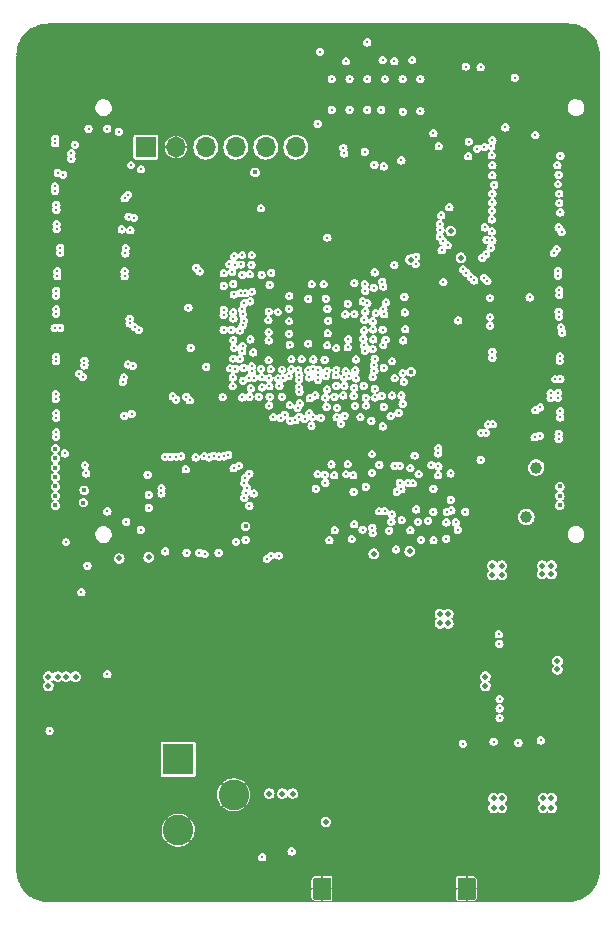
<source format=gbr>
%TF.GenerationSoftware,KiCad,Pcbnew,(6.0.0)*%
%TF.CreationDate,2022-03-24T09:58:38-07:00*%
%TF.ProjectId,ecp5u85-bse-usb,65637035-7538-4352-9d62-73652d757362,A*%
%TF.SameCoordinates,Original*%
%TF.FileFunction,Copper,L2,Inr*%
%TF.FilePolarity,Positive*%
%FSLAX46Y46*%
G04 Gerber Fmt 4.6, Leading zero omitted, Abs format (unit mm)*
G04 Created by KiCad (PCBNEW (6.0.0)) date 2022-03-24 09:58:38*
%MOMM*%
%LPD*%
G01*
G04 APERTURE LIST*
G04 Aperture macros list*
%AMFreePoly0*
4,1,15,-0.770000,0.950000,0.470000,0.950000,0.539015,0.941954,0.639490,0.897534,0.717238,0.819922,0.761833,0.719524,0.770000,0.650000,0.770000,-0.650000,0.761954,-0.719015,0.717534,-0.819490,0.639922,-0.897238,0.539524,-0.941833,0.470000,-0.950000,-0.770000,-0.950000,-0.770000,0.950000,-0.770000,0.950000,$1*%
%AMFreePoly1*
4,1,15,-0.770000,0.650000,-0.761954,0.719015,-0.717534,0.819490,-0.639922,0.897238,-0.539524,0.941833,-0.470000,0.950000,0.770000,0.950000,0.770000,-0.950000,-0.470000,-0.950000,-0.539015,-0.941954,-0.639490,-0.897534,-0.717238,-0.819922,-0.761833,-0.719524,-0.770000,-0.650000,-0.770000,0.650000,-0.770000,0.650000,$1*%
G04 Aperture macros list end*
%TA.AperFunction,ComponentPad*%
%ADD10FreePoly0,0.000000*%
%TD*%
%TA.AperFunction,ComponentPad*%
%ADD11FreePoly1,0.000000*%
%TD*%
%TA.AperFunction,ComponentPad*%
%ADD12O,1.700000X1.700000*%
%TD*%
%TA.AperFunction,ComponentPad*%
%ADD13R,1.700000X1.700000*%
%TD*%
%TA.AperFunction,ComponentPad*%
%ADD14C,2.600000*%
%TD*%
%TA.AperFunction,ComponentPad*%
%ADD15R,2.600000X2.600000*%
%TD*%
%TA.AperFunction,ViaPad*%
%ADD16C,0.300000*%
%TD*%
%TA.AperFunction,ViaPad*%
%ADD17C,0.500000*%
%TD*%
%TA.AperFunction,ViaPad*%
%ADD18C,0.400000*%
%TD*%
%TA.AperFunction,ViaPad*%
%ADD19C,1.000000*%
%TD*%
%TA.AperFunction,ViaPad*%
%ADD20C,5.000000*%
%TD*%
G04 APERTURE END LIST*
D10*
%TO.N,GND*%
%TO.C,J4*%
X219415341Y-125233000D03*
D11*
X207140341Y-125233000D03*
%TD*%
D12*
%TO.N,Net-(J3-Pad6)*%
%TO.C,J3*%
X204942841Y-62458000D03*
%TO.N,Net-(J3-Pad5)*%
X202402841Y-62458000D03*
%TO.N,Net-(J3-Pad4)*%
X199862841Y-62458000D03*
%TO.N,Net-(J3-Pad3)*%
X197322841Y-62458000D03*
%TO.N,GND*%
X194782841Y-62458000D03*
D13*
%TO.N,+3V3*%
X192242841Y-62458000D03*
%TD*%
D14*
%TO.N,GND*%
%TO.C,J5*%
X199692841Y-117283000D03*
X194992841Y-120283000D03*
D15*
%TO.N,Net-(D11-Pad2)*%
X194992841Y-114283000D03*
%TD*%
D16*
%TO.N,GND*%
X225200000Y-84075000D03*
X225200000Y-80475000D03*
X221300000Y-79375000D03*
X189500000Y-98575000D03*
X184587942Y-79083000D03*
X184492841Y-69883000D03*
X221932841Y-122513000D03*
X206602841Y-57353000D03*
X192610579Y-60020165D03*
X196649768Y-59895882D03*
X186062841Y-57553000D03*
X188052841Y-55033000D03*
X205232841Y-94603000D03*
X205192841Y-98983000D03*
X208552841Y-97133000D03*
X214992841Y-97143500D03*
X218292841Y-97083000D03*
X219072841Y-97143500D03*
X224752841Y-117223000D03*
X201112841Y-121033000D03*
X188682841Y-118173000D03*
X193477553Y-105586516D03*
X203892841Y-97683000D03*
X212900000Y-105775000D03*
X214212061Y-107445579D03*
X193985341Y-70443500D03*
X194362476Y-68855443D03*
X191322841Y-84503000D03*
X218342841Y-75193000D03*
X198872841Y-68373000D03*
X200132841Y-68983000D03*
X196192841Y-67333000D03*
X197532841Y-71563000D03*
X196322841Y-72053000D03*
X191332841Y-74643000D03*
X190532841Y-76713000D03*
X187132841Y-77403000D03*
X185782841Y-78593000D03*
X185252841Y-81623000D03*
X187472841Y-84553000D03*
X185992841Y-83643000D03*
%TO.N,/FPGA/FT_RST_{Req}*%
X200982841Y-81983000D03*
%TO.N,/FPGA/RAM_CK+*%
X211552841Y-80933000D03*
%TO.N,+3V3*%
X205440903Y-80395404D03*
%TO.N,GND*%
X200631470Y-80374194D03*
%TO.N,/FPGA/D2IO2-*%
X199642841Y-80353000D03*
%TO.N,GND*%
X200602841Y-77983000D03*
X191856700Y-78375050D03*
X216992841Y-84133000D03*
X182042841Y-120333000D03*
X188642841Y-125283000D03*
X182732841Y-116503000D03*
X199642841Y-98433000D03*
X216527888Y-115622161D03*
X218433557Y-113882203D03*
X216592841Y-114153000D03*
X214662841Y-112873000D03*
X207565719Y-101062090D03*
X217912841Y-98622500D03*
X217942841Y-100723000D03*
X208492841Y-101193000D03*
X207202841Y-99823000D03*
X215300020Y-98928570D03*
X209522841Y-101453000D03*
X210452841Y-103713000D03*
X205462841Y-104273000D03*
X203793507Y-63606372D03*
X206022841Y-64643000D03*
X224132841Y-122123000D03*
X195412841Y-125253000D03*
X197372841Y-110223000D03*
X185802841Y-102413000D03*
X189200000Y-102575000D03*
X192300000Y-102775000D03*
X191422841Y-98483000D03*
X207722841Y-63583000D03*
X210192841Y-58583000D03*
X217125479Y-53890188D03*
X218072841Y-53443000D03*
X218252841Y-63293000D03*
X218212841Y-63933000D03*
X220542841Y-67203000D03*
X219522841Y-71013000D03*
%TO.N,/FPGA/S05L*%
X217292841Y-71183000D03*
%TO.N,GND*%
X219669463Y-70598796D03*
X213172841Y-74883000D03*
X204532841Y-65173000D03*
X205512841Y-65453000D03*
X203822841Y-65803000D03*
X203912841Y-65083000D03*
X203542841Y-66603000D03*
X202682841Y-66633000D03*
X199762841Y-67373000D03*
X198662841Y-65463000D03*
X199282841Y-66073000D03*
X190622841Y-88063000D03*
X193042841Y-88513000D03*
X190700000Y-102675000D03*
X193212841Y-97543000D03*
X191762841Y-97563000D03*
X194062841Y-98653000D03*
X201652841Y-97763000D03*
X201022841Y-98473000D03*
X223452841Y-94413000D03*
X226422841Y-90673000D03*
X191382841Y-114533000D03*
X220772841Y-76563000D03*
X220642841Y-77783000D03*
X214712841Y-77803000D03*
X214692841Y-76563000D03*
X214802841Y-75253000D03*
X224542841Y-63693000D03*
X226762841Y-62243000D03*
X227372841Y-60813000D03*
X227312841Y-87963000D03*
X230242841Y-87993000D03*
X230452841Y-93463000D03*
X228779570Y-96359687D03*
X224052841Y-96093000D03*
X221449189Y-93923515D03*
X221246654Y-92496565D03*
X221232841Y-91023000D03*
X220859996Y-87930324D03*
X224872841Y-78003000D03*
X216572841Y-58023000D03*
X215812841Y-60643000D03*
X213992841Y-61783000D03*
X210692841Y-61983000D03*
X195872841Y-53713000D03*
X206012841Y-53623000D03*
X189632841Y-58413000D03*
X203742841Y-61183000D03*
X201292841Y-61193000D03*
X198712841Y-61193000D03*
X190622841Y-62753000D03*
X191622841Y-63793000D03*
X190682841Y-65463000D03*
X190522841Y-72373000D03*
X196872841Y-78783000D03*
X186182841Y-81843000D03*
X184552841Y-84373000D03*
X184692841Y-86003000D03*
X186692841Y-87353000D03*
X185882841Y-88013000D03*
%TO.N,/FPGA/~{FPGA_RESETrq}*%
X221592841Y-61883000D03*
%TO.N,Net-(R31-Pad2)*%
X192492841Y-92983000D03*
X187192841Y-90083000D03*
%TO.N,Net-(R34-Pad2)*%
X187092841Y-89383000D03*
X192492841Y-91883000D03*
%TO.N,GND*%
X217283341Y-71883000D03*
X217292841Y-72583000D03*
%TO.N,+3V3*%
X207619013Y-70109172D03*
%TO.N,/FPGA/RAM_DQ15*%
X218062841Y-92313000D03*
%TO.N,/FPGA/~{FPGA_RESET}*%
X225232841Y-61433000D03*
%TO.N,/FPGA/~{FPGA_RESETrq}*%
X219542841Y-63233000D03*
%TO.N,GND*%
X199422841Y-83593000D03*
D17*
%TO.N,+2V5*%
X214662841Y-71973000D03*
%TO.N,RAM_VDD*%
X218922841Y-71823000D03*
D16*
%TO.N,GND*%
X197342841Y-73043000D03*
%TO.N,+2V5*%
X197362841Y-81053000D03*
%TO.N,GND*%
X195652841Y-81033000D03*
%TO.N,/FPGA/D2I1-*%
X199382841Y-81183000D03*
%TO.N,/FPGA/D2I1+*%
X199832841Y-81203000D03*
%TO.N,GND*%
X209072841Y-84293000D03*
%TO.N,/FPGA/RAM_A9*%
X209072841Y-85183000D03*
%TO.N,GND*%
X216952841Y-89073000D03*
%TO.N,/FPGA/RAM_DQ11*%
X217012841Y-89493000D03*
%TO.N,GND*%
X187212841Y-90983000D03*
D18*
%TO.N,RAM_VDD*%
X187022841Y-91503000D03*
D16*
%TO.N,GND*%
X190282841Y-92763000D03*
X186952841Y-93553000D03*
D18*
%TO.N,RAM_VDD*%
X186958721Y-92545915D03*
D16*
%TO.N,GND*%
X220958341Y-69693000D03*
%TO.N,/FPGA/RAM_DQ5*%
X209956341Y-84349022D03*
D19*
%TO.N,+1V1*%
X224452841Y-93753000D03*
%TO.N,RAM_VDD*%
X225292841Y-89583000D03*
D16*
%TO.N,GND*%
X201192841Y-101833000D03*
X215009166Y-95766675D03*
X187842841Y-121533000D03*
X206888587Y-117528746D03*
X223731650Y-108483000D03*
D20*
X183992841Y-54683000D03*
D16*
X191185804Y-93380073D03*
X202242841Y-93833000D03*
X190652841Y-93203000D03*
X210842841Y-111283000D03*
X188125000Y-115250000D03*
X204392841Y-70783000D03*
X215379841Y-89433000D03*
X223731651Y-107683000D03*
X200742841Y-103333000D03*
X224542841Y-57533000D03*
X202002341Y-69981828D03*
X194978196Y-99233000D03*
X203592841Y-110783000D03*
X203792841Y-108333000D03*
X225292841Y-76633000D03*
X203742841Y-79623000D03*
X211092841Y-115783000D03*
X182242841Y-109683000D03*
X199892841Y-104383000D03*
X192588921Y-89609500D03*
X208373099Y-69950398D03*
X220942841Y-95433000D03*
X201592841Y-110633000D03*
X206092841Y-106833000D03*
D20*
X227992841Y-54683000D03*
D16*
X197142841Y-97933000D03*
X222931651Y-108483000D03*
X198742841Y-107783000D03*
X196157486Y-102616021D03*
X185742841Y-70383000D03*
X218592841Y-119283000D03*
X211142841Y-121483000D03*
X205792841Y-108483000D03*
X202992841Y-110183000D03*
X214792841Y-115583000D03*
X204579320Y-79587384D03*
X196942841Y-103933000D03*
X206692841Y-107433000D03*
X190692841Y-57383000D03*
X203742841Y-112783000D03*
X215092841Y-119483000D03*
X191342841Y-125683000D03*
X205158342Y-70108000D03*
X209942841Y-123733000D03*
X200392841Y-109433000D03*
X205092841Y-105783000D03*
X205792841Y-112933000D03*
X220472841Y-52733000D03*
X212492841Y-112733000D03*
X198092841Y-105083000D03*
X206827341Y-71524830D03*
X182742841Y-101833000D03*
X208477342Y-75694560D03*
X209241483Y-77599852D03*
X224531651Y-105283000D03*
X209792841Y-112383000D03*
X215600000Y-103575000D03*
X187792841Y-103383000D03*
X197242841Y-100767924D03*
X205842841Y-114933000D03*
X205078832Y-71545179D03*
X201392841Y-108483000D03*
X207835069Y-74772792D03*
X184350630Y-95177182D03*
X206027342Y-72203738D03*
X202792841Y-103483000D03*
X211992841Y-119233000D03*
X204542841Y-107233000D03*
X199642841Y-100233000D03*
X208242841Y-107033000D03*
X222931651Y-109283001D03*
X199892841Y-108933000D03*
X189292841Y-52683000D03*
X210147341Y-79563389D03*
X206792842Y-62182999D03*
X225349349Y-110076792D03*
X209542841Y-118333000D03*
X210142841Y-119633000D03*
X217972841Y-99543000D03*
X206027342Y-72986352D03*
X203442841Y-104133000D03*
X208942841Y-117833000D03*
X212442841Y-122483000D03*
X210342841Y-117583000D03*
X210842841Y-118083000D03*
X185202841Y-74043000D03*
X202861842Y-72383000D03*
X183692841Y-94033000D03*
X195242841Y-92783000D03*
X196092841Y-107733000D03*
X209192841Y-113933000D03*
X223731650Y-106082999D03*
X225331651Y-107683000D03*
X200142841Y-100783000D03*
X196157486Y-101908914D03*
X186062841Y-83033000D03*
X201442115Y-92763110D03*
X224531651Y-111683000D03*
X219192841Y-122483000D03*
X211612841Y-72398500D03*
X204042841Y-106633000D03*
X203592841Y-84383000D03*
X206878342Y-76129807D03*
X215992841Y-118483000D03*
X223822841Y-125583000D03*
X206027342Y-71427223D03*
X207342841Y-89220000D03*
X224142841Y-98183000D03*
X207292841Y-108033000D03*
X215392841Y-116183000D03*
X187332841Y-71473000D03*
X210442841Y-89233000D03*
X201856852Y-75557103D03*
X200992841Y-105483000D03*
X224531651Y-106883000D03*
X198592841Y-105583000D03*
X206842841Y-113983000D03*
X225327701Y-104475593D03*
X198852841Y-78783000D03*
X198942841Y-125483000D03*
X190792841Y-92083000D03*
X200642841Y-101283000D03*
X212992841Y-120183000D03*
X209792841Y-117033000D03*
X198242841Y-107283000D03*
X224531651Y-109283000D03*
X205292841Y-114383000D03*
X209190838Y-80373500D03*
X210241670Y-69131827D03*
X223731651Y-110883000D03*
X226392841Y-78083000D03*
X201792841Y-102433000D03*
X202002341Y-69193000D03*
X209978341Y-74733000D03*
X200192841Y-102783000D03*
X212342841Y-121383000D03*
X215992841Y-114633000D03*
X182210591Y-97976567D03*
X215892841Y-123783000D03*
X222931651Y-103683001D03*
X207382841Y-79613000D03*
X204692841Y-111883000D03*
X201923694Y-52325804D03*
X207442841Y-114583000D03*
X197292841Y-101733000D03*
X217292841Y-120683000D03*
X210842841Y-124283000D03*
X205362841Y-95473000D03*
X208432841Y-80453000D03*
X199092841Y-106133000D03*
X226842841Y-85483000D03*
X197692841Y-106783000D03*
X217892841Y-118583000D03*
X206823674Y-72466179D03*
X206808341Y-78262613D03*
X211792841Y-120783000D03*
X214792841Y-117283000D03*
X218842841Y-123783000D03*
X223731650Y-104483000D03*
X222342841Y-94983000D03*
X199042841Y-101683000D03*
X209192841Y-109633000D03*
X194942841Y-101531097D03*
X206592841Y-116583000D03*
X197492841Y-104483000D03*
X226131651Y-109283000D03*
X196442841Y-103433000D03*
X214192841Y-114983000D03*
X190232343Y-89558000D03*
X226131651Y-108483000D03*
X199592841Y-70783000D03*
X223731650Y-102883000D03*
X210892841Y-71592500D03*
X204492841Y-105183000D03*
X203469600Y-74058586D03*
X198342841Y-102783000D03*
X208592841Y-118383000D03*
X208492841Y-52283000D03*
X211889841Y-112121469D03*
X199692841Y-102283000D03*
X186162841Y-60543000D03*
X206027342Y-70767870D03*
X210192841Y-116533000D03*
X208092841Y-112833000D03*
X182531628Y-105728883D03*
X199742841Y-106833000D03*
X200302841Y-78813000D03*
X225331651Y-106083000D03*
X209192841Y-111783000D03*
X201892841Y-104433000D03*
X205158830Y-77174619D03*
X210064870Y-115209478D03*
X196157486Y-100282569D03*
X223731651Y-103683000D03*
X212142841Y-124233000D03*
X196639480Y-92772834D03*
X200792841Y-107883000D03*
X198442841Y-98283000D03*
X194942841Y-100682569D03*
X208042841Y-120383000D03*
X224531651Y-110883000D03*
X196742841Y-99083000D03*
X212242841Y-94472500D03*
X194942841Y-103016021D03*
X207342841Y-121083000D03*
X205192841Y-78243000D03*
X215392841Y-121983000D03*
X211429841Y-87333000D03*
X187218205Y-86394590D03*
X202292841Y-101233000D03*
X196157486Y-101131097D03*
X205942841Y-58933000D03*
X202861842Y-71583000D03*
X216992841Y-123733000D03*
X225331651Y-110883000D03*
X187292841Y-103383000D03*
X225331651Y-108483000D03*
X207578831Y-72341998D03*
X211992841Y-116483000D03*
X213642841Y-121583000D03*
X195892841Y-77383000D03*
X205188341Y-76132846D03*
X198442841Y-100033000D03*
X189342841Y-94683000D03*
X225327701Y-105275593D03*
X194942841Y-99975462D03*
X207637696Y-70742042D03*
X212292841Y-114883000D03*
X212942841Y-90163000D03*
X201892841Y-108983000D03*
X196092841Y-105133000D03*
X204027645Y-99117114D03*
X208642841Y-111233000D03*
D20*
X183992841Y-123683000D03*
D16*
X187542841Y-99583000D03*
X216092841Y-116783000D03*
X196233453Y-52309500D03*
X194942841Y-102308914D03*
X213292841Y-113583000D03*
X197192841Y-106233000D03*
X213642841Y-122633000D03*
X225331651Y-106883000D03*
X207042841Y-111783000D03*
X204792841Y-109383000D03*
X202242841Y-94383000D03*
X213362841Y-78763000D03*
X208692841Y-113433000D03*
X208452342Y-77781841D03*
X197302841Y-98443000D03*
X207578831Y-71549525D03*
X208992841Y-123733000D03*
X206012841Y-77183000D03*
X225331651Y-109283000D03*
X206797341Y-77182634D03*
X207942841Y-115083000D03*
X223731651Y-105283000D03*
X205242841Y-112383000D03*
X209242843Y-72302321D03*
X207542841Y-112283000D03*
X210242841Y-110683000D03*
X216592841Y-119083000D03*
X201656881Y-114034127D03*
X195492841Y-104633000D03*
X198748603Y-71669499D03*
X223731651Y-106883000D03*
X214092841Y-116683000D03*
X203042841Y-105583000D03*
X193892841Y-92783000D03*
X222131652Y-106082999D03*
X205392841Y-110733000D03*
X222931651Y-106083000D03*
X215492841Y-120983000D03*
X224531651Y-104483000D03*
X215692841Y-120083000D03*
X203542841Y-106083000D03*
X205592841Y-106283000D03*
X203192841Y-107733000D03*
X207892841Y-118483000D03*
X205145432Y-73153115D03*
X213492841Y-116083000D03*
X229342841Y-60583000D03*
X198542841Y-97233000D03*
X208592841Y-114583000D03*
X215895879Y-88481815D03*
X213542841Y-123383000D03*
X202142841Y-106683000D03*
X205158342Y-70783000D03*
X218242841Y-88433000D03*
X213142841Y-124033000D03*
X215800000Y-105575000D03*
X206492841Y-111233000D03*
X210492841Y-115783000D03*
X212170841Y-90183000D03*
X202442841Y-104983000D03*
X200492841Y-104983000D03*
X185807457Y-99458476D03*
X213142841Y-76477978D03*
X203492841Y-73083000D03*
X222931651Y-107683001D03*
X213855841Y-95033033D03*
X213542841Y-120783000D03*
X210872841Y-82083000D03*
X217742841Y-123733000D03*
X209142842Y-69982999D03*
X186237782Y-97335260D03*
X194992841Y-97683000D03*
X198642841Y-70783000D03*
X223731651Y-111683000D03*
X206022841Y-78043000D03*
X200242841Y-107333000D03*
X182542841Y-113583000D03*
X185692841Y-72233000D03*
X222131651Y-105283000D03*
X223731650Y-110083000D03*
X217292841Y-121483000D03*
X193592841Y-107183000D03*
X226131651Y-107683000D03*
X208642841Y-109083000D03*
X226942841Y-89733000D03*
X226242841Y-86933000D03*
X206007341Y-76323000D03*
X213692841Y-114183000D03*
X209792841Y-94983000D03*
X212892841Y-113183000D03*
X203942841Y-104633000D03*
X210042841Y-118833000D03*
X199292841Y-108333000D03*
X223731651Y-109283000D03*
X195242841Y-94183000D03*
X213892841Y-118283000D03*
X187344565Y-102230594D03*
X224531651Y-108483000D03*
X203542842Y-74882999D03*
X198842841Y-103333000D03*
X224192841Y-52733000D03*
X198492841Y-99083000D03*
X197842841Y-102283000D03*
X226144294Y-84276028D03*
X196157486Y-99575462D03*
X211342841Y-111783000D03*
X201392841Y-103933000D03*
X205723840Y-73932999D03*
X215392841Y-117883000D03*
X201262044Y-70854794D03*
X208462841Y-78773000D03*
X208392841Y-89333000D03*
X202642841Y-107183000D03*
X202658342Y-79663000D03*
X198465292Y-111356127D03*
X206992841Y-95783000D03*
X213192841Y-117683000D03*
X196192841Y-98833000D03*
X186842841Y-72633000D03*
X214492841Y-118883000D03*
X204792841Y-113883000D03*
X225327701Y-103675593D03*
X204492841Y-71583000D03*
X211632841Y-73953000D03*
X205192841Y-107783000D03*
X214086789Y-52456239D03*
X210292841Y-112883000D03*
X215392841Y-122983000D03*
X226092841Y-70883000D03*
X212492841Y-119733000D03*
X210692841Y-80383000D03*
X214542841Y-89233000D03*
X203562841Y-77993000D03*
X188292841Y-103383000D03*
X226452841Y-91923000D03*
X196692841Y-105733000D03*
X212592841Y-117083000D03*
X197242841Y-100060817D03*
X210892841Y-120333000D03*
X199592841Y-99133000D03*
X207792841Y-108533000D03*
X206442745Y-79619660D03*
X222931651Y-105283000D03*
X202292841Y-102933000D03*
X223392841Y-58633000D03*
X224531651Y-102883000D03*
X194992841Y-98583000D03*
X224531651Y-103683000D03*
X211392841Y-118633000D03*
X224431651Y-110083000D03*
X196642841Y-94183000D03*
X224531651Y-106083000D03*
X209692841Y-110133000D03*
X204292841Y-108833000D03*
X182842841Y-59133000D03*
X203592841Y-71583000D03*
X222931651Y-106883000D03*
X217292841Y-117983000D03*
X222931651Y-110083000D03*
X199342841Y-103833000D03*
X209492841Y-114683000D03*
D20*
X227992841Y-123683000D03*
D16*
X226192841Y-88483000D03*
X208428832Y-72266062D03*
X202392841Y-109533000D03*
X195092841Y-103983000D03*
X204192841Y-111383000D03*
X226665646Y-59304095D03*
X217092841Y-119783000D03*
X204242841Y-113333000D03*
X185148224Y-87557298D03*
X212892841Y-115483000D03*
X198492841Y-101083000D03*
X186262841Y-75393000D03*
X202642841Y-111683000D03*
X201492841Y-106033000D03*
X184642841Y-82583000D03*
X229192841Y-120283000D03*
X203242841Y-112283000D03*
X202877341Y-70783000D03*
X206942841Y-116033000D03*
X217244013Y-91332358D03*
X208142841Y-110733000D03*
X222926911Y-104479278D03*
X190942841Y-95033000D03*
X222931651Y-110883000D03*
X199449341Y-97263000D03*
X208542341Y-95861173D03*
X193892841Y-94183000D03*
X200384534Y-70783000D03*
X218892841Y-121283000D03*
X209796263Y-69981922D03*
X192242841Y-104233000D03*
X205547841Y-79640344D03*
X204492841Y-73148500D03*
X208383932Y-70655179D03*
X206442841Y-115533000D03*
X200892841Y-109983000D03*
X216692841Y-117383000D03*
X202092841Y-111133000D03*
X224531651Y-107683000D03*
X218792841Y-120183000D03*
X204394013Y-70084172D03*
X206292841Y-113433000D03*
X207592841Y-110183000D03*
%TO.N,DDR_VREF*%
X213642913Y-84934323D03*
X209892841Y-94383000D03*
X212019841Y-89356406D03*
D18*
%TO.N,+3V3*%
X227292841Y-91183000D03*
D16*
X209042841Y-62983000D03*
D17*
X226592841Y-98583000D03*
D16*
X214012841Y-59473000D03*
X215492841Y-59393000D03*
X220947336Y-69258253D03*
X207292841Y-74047500D03*
D18*
X184592841Y-88783000D03*
D17*
X225792841Y-97883000D03*
D16*
X198742841Y-83608500D03*
D18*
X184592841Y-89583000D03*
D17*
X189992841Y-97283000D03*
D16*
X204579320Y-80401504D03*
X200692841Y-91707500D03*
X223492841Y-56583000D03*
D18*
X227292841Y-92783000D03*
D16*
X206292841Y-74047500D03*
X195622841Y-89733498D03*
D17*
X226592841Y-97883000D03*
D16*
X185392841Y-88383000D03*
X215132841Y-71742500D03*
X185492841Y-95883000D03*
X198822841Y-88643000D03*
D17*
X225792841Y-98583000D03*
D18*
X184592841Y-87983000D03*
D16*
X222692841Y-60783000D03*
D18*
X227292841Y-91983000D03*
D16*
X211592841Y-63933000D03*
%TO.N,/FTDI/1.0V*%
X196462841Y-88723000D03*
X200597063Y-92155722D03*
D18*
X200693341Y-94563662D03*
D16*
X198412841Y-96803000D03*
X197242841Y-96903000D03*
X192392841Y-90183000D03*
D17*
%TO.N,/FTDI/Vcore*%
X192492841Y-97183000D03*
D16*
X196762841Y-96803000D03*
X200692841Y-95683000D03*
X195692841Y-96783000D03*
X193892841Y-96683000D03*
D17*
%TO.N,+5V*%
X227092841Y-106683000D03*
X220992841Y-107283000D03*
D18*
X184592841Y-91983000D03*
X184592841Y-91183000D03*
D17*
X183992841Y-108083000D03*
X186292841Y-107283000D03*
X202692841Y-117183000D03*
X185492841Y-107283000D03*
D16*
X223792841Y-112883000D03*
D17*
X227092841Y-105983000D03*
X184792841Y-107283000D03*
X203792841Y-117183000D03*
D16*
X204592841Y-122083000D03*
D17*
X183992841Y-107283000D03*
X220992841Y-108083000D03*
D18*
X184592841Y-92783000D03*
D17*
X204692841Y-117183000D03*
D16*
%TO.N,+1V1*%
X204372841Y-77183000D03*
X206002841Y-79083000D03*
D17*
X221692841Y-117583000D03*
D16*
X204378341Y-75057868D03*
X206002841Y-75283000D03*
X204432841Y-79193000D03*
X207683538Y-77147419D03*
D17*
X221692841Y-118383000D03*
D16*
X207612841Y-76123000D03*
X204372841Y-78243000D03*
X207652962Y-78206221D03*
D17*
X222392841Y-118383000D03*
X222392841Y-117583000D03*
D16*
X204362841Y-76123000D03*
X207492841Y-75283000D03*
X221692841Y-112783000D03*
X207592841Y-79223000D03*
%TO.N,RAM_VDD*%
X209385270Y-78712178D03*
X219092841Y-112983000D03*
D17*
X217142841Y-102783000D03*
D16*
X207382841Y-80443000D03*
D17*
X217842841Y-102783000D03*
D16*
X206427341Y-80433000D03*
X209353604Y-79389054D03*
X208358341Y-79467504D03*
D17*
X217142841Y-101983000D03*
D18*
X214712841Y-81483000D03*
D17*
X225892841Y-118383000D03*
X225892841Y-117583000D03*
X217842841Y-101983000D03*
X226592841Y-118383000D03*
D16*
X225692841Y-112683000D03*
D17*
X218062841Y-69563000D03*
X226592841Y-117583000D03*
%TO.N,+2V5*%
X222392841Y-97883000D03*
D16*
X210044014Y-80434173D03*
X209492841Y-59283000D03*
D17*
X222392841Y-98683000D03*
D18*
X201492841Y-64583000D03*
D16*
X202647342Y-80483000D03*
X207992841Y-59283000D03*
D18*
X184592841Y-90383000D03*
D16*
X202647342Y-78815157D03*
D17*
X221592841Y-97883000D03*
D16*
X209908342Y-73957243D03*
X210992841Y-59283000D03*
X212172841Y-59283000D03*
D17*
X221592841Y-98683000D03*
D16*
X195849423Y-76036418D03*
X202642841Y-78113000D03*
X202721729Y-74116457D03*
%TO.N,/Power/VCCIO3*%
X203432841Y-76413000D03*
X202658342Y-76373000D03*
X202628237Y-77101601D03*
%TO.N,/Power/VCCIO6*%
X209908342Y-76581394D03*
X209351254Y-75700816D03*
X209148785Y-76624711D03*
%TO.N,Net-(D1-Pad2)*%
X202092841Y-122583000D03*
%TO.N,/DONE*%
X212392841Y-64083000D03*
X213292841Y-55183000D03*
%TO.N,Net-(D2-Pad2)*%
X213992841Y-56683000D03*
%TO.N,/~{INIT}*%
X213882841Y-63583000D03*
X214792841Y-55083000D03*
%TO.N,Net-(D3-Pad2)*%
X215492841Y-56683000D03*
%TO.N,/FPGA/LED3*%
X212292841Y-55083000D03*
X189962841Y-61138498D03*
%TO.N,Net-(D4-Pad2)*%
X212492841Y-56683000D03*
%TO.N,/FPGA/LED2*%
X199650425Y-78782999D03*
X196043080Y-79452499D03*
X210992841Y-53583000D03*
%TO.N,Net-(D5-Pad2)*%
X210992841Y-56683000D03*
%TO.N,/FPGA/LED1*%
X188972841Y-60883000D03*
X209192841Y-55183000D03*
%TO.N,Net-(D6-Pad2)*%
X209492841Y-56683000D03*
%TO.N,/FPGA/LED0*%
X206992841Y-54383000D03*
X187392841Y-60883000D03*
%TO.N,Net-(D7-Pad2)*%
X207992841Y-56683000D03*
%TO.N,/FPGA/~{FPGA_RESET}*%
X210782841Y-62853000D03*
X220292841Y-62583000D03*
%TO.N,/FPGA/GPIO1*%
X206792841Y-60483000D03*
X186242841Y-62253000D03*
%TO.N,/FPGA/D2I0+*%
X201228353Y-81450165D03*
X195964263Y-83884422D03*
X184648409Y-86983000D03*
%TO.N,/FPGA/D3I0+*%
X198832498Y-76661123D03*
X187052841Y-80933000D03*
X190732841Y-80846000D03*
%TO.N,/FPGA/D2I0-*%
X195681419Y-83601578D03*
X184648409Y-86583000D03*
X201228342Y-81023408D03*
%TO.N,/FPGA/D3I0-*%
X198843947Y-76233499D03*
X187052841Y-80533000D03*
X191142841Y-80973000D03*
%TO.N,/FPGA/D2I1+*%
X194809263Y-83849422D03*
X184654689Y-85383000D03*
%TO.N,/FPGA/D3I1+*%
X199656990Y-76966206D03*
%TO.N,/FPGA/D2I1-*%
X184654689Y-84983000D03*
X194526419Y-83566578D03*
%TO.N,/FPGA/D3I1-*%
X199652842Y-76445010D03*
%TO.N,/FPGA/D2IO0+*%
X199599385Y-82682255D03*
X184992841Y-71383000D03*
%TO.N,/FPGA/D3I2+*%
X199692841Y-74933000D03*
%TO.N,/FPGA/D2IO0-*%
X184992841Y-70983000D03*
X200470506Y-82231855D03*
%TO.N,/FPGA/D3I2-*%
X200262841Y-74803000D03*
%TO.N,/FPGA/D2IO1+*%
X199610308Y-81941474D03*
X184692841Y-69383000D03*
%TO.N,/FPGA/D3I3+*%
X201052841Y-73223000D03*
X190872842Y-77382999D03*
X184648409Y-76583000D03*
%TO.N,/FPGA/D2IO1-*%
X184692841Y-68983000D03*
X200535000Y-81144321D03*
%TO.N,/FPGA/D3I3-*%
X184648409Y-76183000D03*
X190872842Y-76982999D03*
X200411229Y-73262499D03*
%TO.N,/FPGA/D2IO2+*%
X200185108Y-80387784D03*
X184676711Y-67747160D03*
%TO.N,/FPGA/D3I4+*%
X184994264Y-77731577D03*
X191292841Y-77683000D03*
X198842841Y-74183000D03*
%TO.N,/FPGA/D2IO2-*%
X184676048Y-67345772D03*
%TO.N,/FPGA/D3I4-*%
X199642049Y-74034426D03*
X184523284Y-77763443D03*
X191642841Y-77933000D03*
%TO.N,/FPGA/D2I2+*%
X201339762Y-79842413D03*
%TO.N,/FPGA/D3I5+*%
X196794264Y-72974421D03*
%TO.N,/FPGA/D2I2-*%
X200402841Y-79753000D03*
%TO.N,/FPGA/D3I5-*%
X196508274Y-72663921D03*
%TO.N,/FPGA/D2I3+*%
X190423510Y-85193787D03*
X191042841Y-85033000D03*
X200192841Y-77983000D03*
%TO.N,/FPGA/D3I6+*%
X199324977Y-72363500D03*
%TO.N,/FPGA/D2I3-*%
X201108341Y-78732500D03*
%TO.N,/FPGA/D3I6-*%
X199812841Y-72403000D03*
%TO.N,/FPGA/D2IO3+*%
X199711306Y-79442500D03*
X190523284Y-71452557D03*
%TO.N,/FPGA/D3I7+*%
X201222841Y-71593000D03*
X191842841Y-64333000D03*
%TO.N,/FPGA/D2IO3-*%
X200432841Y-79303000D03*
X190542841Y-71033000D03*
%TO.N,/FPGA/D3I7-*%
X200312841Y-72393000D03*
X190993887Y-63976724D03*
%TO.N,/FPGA/D2IO4+*%
X184618112Y-83783000D03*
%TO.N,/FPGA/D3IO3+*%
X200682841Y-74823000D03*
X190451419Y-66774422D03*
%TO.N,/FPGA/D2IO4-*%
X184618112Y-83383000D03*
%TO.N,/FPGA/D3IO3-*%
X201242841Y-74683000D03*
X190734263Y-66491578D03*
%TO.N,/FPGA/D2IO5+*%
X200549049Y-77148688D03*
X190204363Y-69415342D03*
%TO.N,/FPGA/D3IO4+*%
X184742841Y-73383000D03*
%TO.N,/FPGA/D2IO5-*%
X190942841Y-69493500D03*
X200432841Y-77553000D03*
%TO.N,/FPGA/D3IO4-*%
X184742841Y-72983000D03*
%TO.N,/FPGA/D2IO6+*%
X186901569Y-81907116D03*
%TO.N,/FPGA/D3IO5+*%
X190442841Y-73383000D03*
%TO.N,/FPGA/D2IO6-*%
X186618725Y-81624272D03*
%TO.N,/FPGA/D3IO5-*%
X190442841Y-72983000D03*
%TO.N,/FPGA/D2IO7+*%
X184648409Y-80585683D03*
%TO.N,/FPGA/D3IO6+*%
X198842841Y-73133000D03*
X184582049Y-62133000D03*
%TO.N,/FPGA/D2IO7-*%
X184648409Y-80185683D03*
%TO.N,/FPGA/D3IO6-*%
X184582049Y-61733000D03*
X199562527Y-73020989D03*
%TO.N,/FPGA/D2IO8+*%
X184549972Y-66183000D03*
X198835850Y-77922500D03*
%TO.N,/FPGA/D3IO7+*%
X199722841Y-71703000D03*
X185942841Y-63433000D03*
%TO.N,/FPGA/D2IO8-*%
X199482841Y-77900489D03*
X184549972Y-65783000D03*
%TO.N,/FPGA/D3IO7-*%
X200395634Y-71595306D03*
X185942841Y-62983000D03*
%TO.N,/FPGA/D3IO0+*%
X184648409Y-75033000D03*
%TO.N,/FPGA/D2I4+*%
X190292841Y-82333000D03*
%TO.N,/FPGA/D3IO0-*%
X184661375Y-74596157D03*
%TO.N,/FPGA/D2I4-*%
X190392841Y-81918499D03*
%TO.N,/FPGA/D3IO1-*%
X200452841Y-76593000D03*
X191242841Y-68443500D03*
%TO.N,/FPGA/D3IO1+*%
X200392841Y-76173000D03*
X190792841Y-68333000D03*
%TO.N,/FPGA/D3IO2+*%
X185242841Y-64783000D03*
X201074204Y-75520635D03*
%TO.N,/FPGA/D3IO2-*%
X184792841Y-64633000D03*
X200566731Y-75666003D03*
%TO.N,/FPGA/S00*%
X221442841Y-70983000D03*
%TO.N,/FPGA/D6IO0+*%
X227192841Y-87133000D03*
%TO.N,/FPGA/S01*%
X221542841Y-68583000D03*
%TO.N,/FPGA/D6IO0-*%
X227192841Y-86733000D03*
%TO.N,/FPGA/S02*%
X221542841Y-69583000D03*
%TO.N,/FPGA/D6IO1+*%
X227332841Y-85343000D03*
X211504209Y-78730582D03*
%TO.N,/FPGA/S03*%
X221042841Y-71533000D03*
%TO.N,/FPGA/D6IO1-*%
X210672841Y-78673000D03*
X227332841Y-84813000D03*
%TO.N,/FPGA/S04*%
X221592841Y-70333000D03*
%TO.N,/FPGA/D6IO2+*%
X227492841Y-78183000D03*
%TO.N,/FPGA/S05*%
X220742841Y-71833000D03*
%TO.N,/FPGA/D6IO2-*%
X227392841Y-77683000D03*
%TO.N,/FPGA/S06*%
X221092841Y-70283000D03*
%TO.N,/FPGA/D6IO3+*%
X227132841Y-83703000D03*
X211484460Y-77885505D03*
%TO.N,/FPGA/S10*%
X221742841Y-65633000D03*
X203549741Y-82642419D03*
%TO.N,/FPGA/D6IO3-*%
X210727342Y-77977205D03*
X227148284Y-83248443D03*
%TO.N,/FPGA/S11*%
X204345759Y-81847027D03*
X227242841Y-67183000D03*
%TO.N,/FPGA/D6IO4+*%
X211002841Y-75653000D03*
X227303793Y-80564458D03*
%TO.N,/FPGA/S12*%
X204577341Y-81252581D03*
X227342841Y-67983000D03*
%TO.N,/FPGA/D6IO4-*%
X210612841Y-75513000D03*
X227309634Y-80145772D03*
%TO.N,/FPGA/S13*%
X205090165Y-84520990D03*
X221392841Y-75223000D03*
X205997341Y-81342548D03*
%TO.N,/FPGA/D6IO5+*%
X227342841Y-82083000D03*
X212586732Y-75592500D03*
%TO.N,/FPGA/S14*%
X205211085Y-82138261D03*
X224742841Y-75183000D03*
X204016129Y-85127368D03*
%TO.N,/FPGA/D6IO5-*%
X212362841Y-76173000D03*
X226892841Y-82093500D03*
%TO.N,/FPGA/S15*%
X202722841Y-83583000D03*
X221492841Y-62383000D03*
X201398996Y-81977445D03*
%TO.N,/FPGA/D6IO6+*%
X227222841Y-76803000D03*
%TO.N,/FPGA/S16*%
X203772466Y-83590281D03*
X202822841Y-81243000D03*
X227192841Y-64783000D03*
%TO.N,/FPGA/D6IO6-*%
X227192841Y-76383000D03*
%TO.N,/FPGA/S17*%
X203861313Y-82031472D03*
X221592841Y-67133000D03*
%TO.N,/FPGA/D6IO7+*%
X227242841Y-74983000D03*
%TO.N,/FPGA/S18*%
X227242841Y-66383000D03*
X203772841Y-81283000D03*
%TO.N,/FPGA/D6IO7-*%
X227242841Y-74583000D03*
%TO.N,/FPGA/S19*%
X203050732Y-85316187D03*
X221592841Y-63983000D03*
X202002842Y-81232999D03*
%TO.N,/FPGA/D6I0+*%
X221592841Y-80283000D03*
%TO.N,/FPGA/S110*%
X227092841Y-63983000D03*
X202715321Y-82699490D03*
%TO.N,/FPGA/D6I0-*%
X221592841Y-79783000D03*
%TO.N,/FPGA/S111*%
X221592841Y-66383000D03*
X203437341Y-82023000D03*
%TO.N,/FPGA/D6I1+*%
X220642842Y-86633000D03*
X212543396Y-78751923D03*
X225582841Y-86893000D03*
%TO.N,/FPGA/D6I1-*%
X225162841Y-87013000D03*
X212299616Y-77900010D03*
X221042842Y-86633000D03*
%TO.N,/FPGA/D6I3+*%
X211450777Y-77216000D03*
%TO.N,/FPGA/D6I2+*%
X221222841Y-85923000D03*
X225627032Y-84492500D03*
X214042841Y-78823000D03*
%TO.N,/FPGA/D6I3-*%
X210742841Y-77083000D03*
%TO.N,/FPGA/D6I2-*%
X221622841Y-85923000D03*
X214203271Y-77867500D03*
X225232841Y-84723000D03*
%TO.N,/FPGA/D6I4+*%
X227442842Y-69632999D03*
X210819578Y-74615028D03*
X219384264Y-73074421D03*
%TO.N,/FPGA/S80*%
X227142841Y-65583000D03*
%TO.N,/FPGA/D6I4-*%
X227192842Y-69232999D03*
X219101420Y-72791577D03*
X210777341Y-74054754D03*
%TO.N,/FPGA/S81*%
X221592841Y-64833000D03*
%TO.N,/FPGA/D6I5+*%
X226522470Y-83703000D03*
X211717841Y-76508000D03*
%TO.N,/FPGA/S82*%
X227342841Y-63183000D03*
%TO.N,/FPGA/D6I5-*%
X212424898Y-76600943D03*
X226522470Y-83303000D03*
%TO.N,/FPGA/S83*%
X220902841Y-62453000D03*
%TO.N,/FPGA/D6I6+*%
X214166988Y-76456500D03*
X221159264Y-73799421D03*
X227142842Y-73332999D03*
%TO.N,/FPGA/S84*%
X213292841Y-72433000D03*
X221392841Y-76833000D03*
%TO.N,/FPGA/D6I6-*%
X214132841Y-75117500D03*
X220876420Y-73516577D03*
X227142842Y-72932999D03*
%TO.N,/FPGA/S85*%
X221542841Y-63133000D03*
%TO.N,/FPGA/S60*%
X210836513Y-76366672D03*
X218692841Y-77133000D03*
%TO.N,/FPGA/S86*%
X217442841Y-73883000D03*
X221392841Y-77583000D03*
X212252841Y-73839500D03*
%TO.N,/FPGA/D6I7+*%
X226792764Y-71429605D03*
X212342841Y-74258000D03*
X219759997Y-73450156D03*
%TO.N,/FPGA/D6I7-*%
X227042842Y-71082999D03*
X220042841Y-73733000D03*
X211553469Y-74372284D03*
%TO.N,Net-(J3-Pad4)*%
X202052841Y-73273000D03*
%TO.N,Net-(J3-Pad5)*%
X201992841Y-67633000D03*
X202861842Y-73091070D03*
%TO.N,Net-(Q2-Pad4)*%
X184092841Y-111883000D03*
X188992841Y-107083000D03*
%TO.N,/FPGA/FCLK*%
X217042842Y-62382999D03*
X208972841Y-62523000D03*
%TO.N,Net-(R28-Pad2)*%
X199882067Y-95872500D03*
%TO.N,/FPGA/RAM_CK+*%
X212475649Y-93283000D03*
%TO.N,/FPGA/RAM_CK-*%
X211992841Y-93283000D03*
X211592841Y-81383000D03*
%TO.N,/FPGA/GPIO0*%
X205273834Y-84142511D03*
X191818785Y-94863766D03*
X203492841Y-97033000D03*
%TO.N,/FPGA/FT_RST_{Req}*%
X202492841Y-97333000D03*
X201192841Y-72413000D03*
X186792841Y-100133000D03*
%TO.N,/FPGA/RAM_DQ8*%
X216592841Y-93333000D03*
X212973552Y-85222288D03*
%TO.N,/FPGA/RAM_DQ6*%
X211652841Y-83653000D03*
X213763721Y-89437756D03*
%TO.N,/FPGA/RAM_DQ0*%
X212205841Y-83515249D03*
X215342841Y-90133000D03*
%TO.N,/FPGA/RAM_DQ1*%
X215292841Y-94183000D03*
X211342841Y-85633000D03*
%TO.N,/FPGA/RAM_A0*%
X207067841Y-85370000D03*
X208962841Y-83473000D03*
%TO.N,/FPGA/RAM_A12*%
X206392841Y-85308000D03*
X209062841Y-82673000D03*
%TO.N,/FPGA/RAM_BA0*%
X208401128Y-85317364D03*
X209805841Y-90239591D03*
%TO.N,/FPGA/~{FT_RXF}*%
X206089166Y-84986675D03*
X193573339Y-91773000D03*
%TO.N,/FPGA/~{FT_TXE}*%
X193573339Y-91353000D03*
X205233838Y-85284650D03*
%TO.N,/FPGA/FT_DATA5*%
X199672841Y-89643000D03*
X200572841Y-90896093D03*
%TO.N,/FPGA/FT_DATA11*%
X202084770Y-82797371D03*
X197202841Y-88633000D03*
%TO.N,/FPGA/FT_DATA13*%
X194812841Y-88653000D03*
X200413714Y-83638613D03*
%TO.N,/FPGA/FT_DATA15*%
X202075842Y-81943513D03*
X193882841Y-88663000D03*
%TO.N,/FPGA/RAM_DQ9*%
X213092841Y-83483000D03*
X216992841Y-90233000D03*
%TO.N,/FPGA/RAM_DQ7*%
X210419469Y-85309628D03*
X213092841Y-93533000D03*
%TO.N,/FPGA/RAM_DQ5*%
X213036583Y-94155385D03*
%TO.N,/FPGA/RAM_DQ2*%
X212392841Y-84433000D03*
X214642841Y-89633000D03*
%TO.N,/FPGA/RAM_A1*%
X204892841Y-85583000D03*
X209420640Y-81828553D03*
%TO.N,/FPGA/RAM_A11*%
X204476469Y-85649514D03*
X208329717Y-81768500D03*
%TO.N,/FPGA/FT_DATA6*%
X200678341Y-90460650D03*
X200132841Y-89413000D03*
%TO.N,/FPGA/FT_DATA9*%
X205245643Y-81740256D03*
X197986610Y-88597637D03*
%TO.N,/FPGA/FT_DATA12*%
X201024108Y-83577499D03*
X195232841Y-88643000D03*
%TO.N,/FPGA/FT_DATA14*%
X201142399Y-82876956D03*
X194326893Y-88662439D03*
%TO.N,/FPGA/RAM_DQ11*%
X213892841Y-83483000D03*
%TO.N,/FPGA/RAM_DQ10*%
X217692841Y-94233000D03*
X213314166Y-82004325D03*
%TO.N,/FPGA/RAM_LDM*%
X216142841Y-94083000D03*
X212303234Y-86105170D03*
%TO.N,/FPGA/RAM_DQ4*%
X213742841Y-90883000D03*
X210874995Y-83665154D03*
%TO.N,/FPGA/RAM_DQ3*%
X214642852Y-94883000D03*
X210892841Y-84333000D03*
%TO.N,/FPGA/RAM_A6*%
X207477341Y-81846188D03*
X203672041Y-85373380D03*
%TO.N,/FPGA/RAM_A7*%
X207392841Y-90183000D03*
X209840876Y-83492293D03*
%TO.N,/FPGA/RAM_A10*%
X206272841Y-86053000D03*
X208218366Y-83576573D03*
%TO.N,/FPGA/FT_DATA10*%
X201815857Y-83573278D03*
X197610877Y-88733384D03*
%TO.N,/FPGA/RAM_DQ13*%
X217004841Y-87940698D03*
X213992841Y-81583000D03*
%TO.N,/FPGA/RAM_DQ12*%
X219292841Y-93333000D03*
X210747856Y-79246569D03*
%TO.N,/FPGA/RAM_LDQS-*%
X214442841Y-90883000D03*
X210682841Y-82673000D03*
%TO.N,/FPGA/RAM_A3*%
X209192841Y-90133000D03*
X209895678Y-82821383D03*
%TO.N,/FPGA/RAM_A5*%
X208766841Y-85883000D03*
X208199710Y-90239670D03*
%TO.N,/FPGA/RAM_A9*%
X207442841Y-90883000D03*
%TO.N,/FPGA/RAM_BA1*%
X208377341Y-82653000D03*
X205692841Y-85483000D03*
%TO.N,/FPGA/FT_CLK*%
X199222841Y-88513000D03*
X204442841Y-84296000D03*
%TO.N,/FPGA/FT_DATA3*%
X201389748Y-91773000D03*
X201012841Y-92832501D03*
%TO.N,/FPGA/FT_DATA8*%
X205202840Y-82764262D03*
X198402841Y-88653000D03*
%TO.N,/FPGA/RAM_DQ14*%
X212341767Y-79211252D03*
X218492841Y-94233000D03*
%TO.N,/FPGA/~{RAM_WE}*%
X211621407Y-80378500D03*
X210864166Y-91211675D03*
%TO.N,/FPGA/RAM_LDQS+*%
X211442841Y-81913000D03*
X214866775Y-90908776D03*
%TO.N,/FPGA/RAM_CKE*%
X210036355Y-82037785D03*
X211442841Y-95133000D03*
%TO.N,/FPGA/RAM_A4*%
X209162841Y-81443000D03*
X208242841Y-94883000D03*
%TO.N,/FPGA/RAM_A8*%
X202682841Y-84333000D03*
X206823055Y-82185060D03*
%TO.N,/FPGA/RAM_BA2*%
X209842841Y-91633000D03*
X208429841Y-84511511D03*
%TO.N,/FPGA/FT_DATA4*%
X200792841Y-91283000D03*
X201012841Y-90093000D03*
%TO.N,/FPGA/~{RAM_RAS}*%
X213892841Y-91420000D03*
X212392841Y-81133000D03*
%TO.N,/FPGA/~{RAM_CAS}*%
X213492841Y-91620000D03*
X213094777Y-80577500D03*
%TO.N,/FPGA/~{RAM_RESET}*%
X209989165Y-81361447D03*
X206792841Y-90133000D03*
%TO.N,/FPGA/~{RAM_CS}*%
X211626929Y-82903500D03*
X211392841Y-90023000D03*
%TO.N,/FPGA/RAM_UDQS-*%
X218117841Y-93208000D03*
X210792841Y-79683000D03*
%TO.N,/FPGA/RAM_DQ15*%
X214092841Y-82324825D03*
%TO.N,/FPGA/RAM_UDQS+*%
X217720076Y-93342744D03*
X211448767Y-79542566D03*
%TO.N,/FPGA/RAM_UDM*%
X213992841Y-84196000D03*
X216592841Y-91383000D03*
%TO.N,/FPGA/FMISO*%
X219592841Y-61983000D03*
X220592841Y-55683000D03*
%TO.N,/FPGA/FD2*%
X216592841Y-61283000D03*
X219342841Y-55633000D03*
%TO.N,Net-(R15-Pad1)*%
X215082841Y-72353000D03*
X211621083Y-73067500D03*
%TO.N,Net-(R24-Pad2)*%
X210592841Y-94833000D03*
%TO.N,Net-(R49-Pad1)*%
X222182841Y-104513000D03*
%TO.N,Net-(C131-Pad1)*%
X222192841Y-109983000D03*
D17*
%TO.N,Net-(C50-Pad1)*%
X207492841Y-119583000D03*
D16*
%TO.N,Net-(C60-Pad1)*%
X190592841Y-94183000D03*
X187292841Y-97883000D03*
%TO.N,Net-(C129-Pad1)*%
X222122841Y-103693000D03*
%TO.N,Net-(C118-Pad2)*%
X222192841Y-110783000D03*
%TO.N,Net-(C128-Pad1)*%
X222192841Y-109183000D03*
%TO.N,/FPGA/S07*%
X221552841Y-67853000D03*
%TO.N,Net-(R1-Pad2)*%
X188992841Y-93298500D03*
X202678342Y-82024678D03*
X202842841Y-97033000D03*
%TO.N,/FPGA/S05L*%
X207552841Y-84423000D03*
X209042321Y-81956915D03*
%TO.N,/FPGA/S03L*%
X217816712Y-70756871D03*
X208358616Y-81321732D03*
X207455353Y-83655090D03*
%TO.N,/FPGA/S06L*%
X206122841Y-83713000D03*
X206781765Y-81787697D03*
X217142841Y-70033000D03*
%TO.N,/FPGA/S00L*%
X207592842Y-81377935D03*
X207590826Y-82964325D03*
X217442841Y-70433000D03*
%TO.N,/FPGA/S04L*%
X206602841Y-83483000D03*
X217192841Y-69433000D03*
X206831640Y-81315443D03*
%TO.N,/FPGA/S07L*%
X205256543Y-83160139D03*
X217948636Y-67548500D03*
X205152841Y-81323000D03*
%TO.N,/FPGA/S01L*%
X206087341Y-81951828D03*
X217252841Y-68223000D03*
%TO.N,/FPGA/S02L*%
X206402841Y-81223000D03*
X217142841Y-68983000D03*
%TO.N,/RAM/VDD*%
X213912841Y-94023000D03*
X209692841Y-95633000D03*
X209338167Y-89293740D03*
X207792841Y-95733000D03*
X211392841Y-88446000D03*
D17*
X211542841Y-96883000D03*
D16*
X212842841Y-94933000D03*
X211423187Y-94692862D03*
X207966605Y-89324381D03*
X218042841Y-90083000D03*
X216602841Y-95733000D03*
X206642841Y-91383000D03*
%TO.N,/RAM/VDDQ*%
X218662841Y-94853000D03*
X215542841Y-95693000D03*
X216992841Y-88383000D03*
X213305841Y-89433000D03*
X215142841Y-93133000D03*
X220592841Y-88933000D03*
D17*
X214592841Y-96683000D03*
D16*
X215009877Y-88565964D03*
X217672841Y-95623000D03*
X213432841Y-96513000D03*
X216405841Y-89365053D03*
%TD*%
%TA.AperFunction,Conductor*%
%TO.N,GND*%
G36*
X227970812Y-51983744D02*
G01*
X227988620Y-51986884D01*
X227988622Y-51986884D01*
X227992841Y-51987628D01*
X227997061Y-51986884D01*
X227997065Y-51986884D01*
X228007159Y-51985104D01*
X228018413Y-51984436D01*
X228131529Y-51990789D01*
X228292395Y-51999823D01*
X228297855Y-52000438D01*
X228444396Y-52025336D01*
X228590946Y-52050236D01*
X228596284Y-52051455D01*
X228881955Y-52133755D01*
X228887136Y-52135568D01*
X229161787Y-52249332D01*
X229166730Y-52251712D01*
X229426919Y-52395514D01*
X229431567Y-52398435D01*
X229674025Y-52570468D01*
X229678321Y-52573894D01*
X229899977Y-52771979D01*
X229903862Y-52775864D01*
X230101947Y-52997520D01*
X230105373Y-53001816D01*
X230277406Y-53244274D01*
X230280327Y-53248922D01*
X230424127Y-53509107D01*
X230426509Y-53514054D01*
X230540043Y-53788149D01*
X230540272Y-53788702D01*
X230542086Y-53793886D01*
X230624386Y-54079557D01*
X230625605Y-54084895D01*
X230640351Y-54171685D01*
X230675403Y-54377986D01*
X230676018Y-54383446D01*
X230691405Y-54657425D01*
X230690737Y-54668682D01*
X230688957Y-54678776D01*
X230688957Y-54678780D01*
X230688213Y-54683000D01*
X230688957Y-54687219D01*
X230688957Y-54687221D01*
X230692097Y-54705029D01*
X230692841Y-54713537D01*
X230692841Y-123652463D01*
X230692097Y-123660971D01*
X230688213Y-123683000D01*
X230688957Y-123687220D01*
X230688957Y-123687224D01*
X230690737Y-123697318D01*
X230691405Y-123708575D01*
X230676018Y-123982554D01*
X230675403Y-123988014D01*
X230650505Y-124134555D01*
X230625605Y-124281105D01*
X230624386Y-124286443D01*
X230547465Y-124553443D01*
X230542087Y-124572112D01*
X230540272Y-124577298D01*
X230426511Y-124851942D01*
X230424127Y-124856893D01*
X230280330Y-125117073D01*
X230277406Y-125121726D01*
X230105373Y-125364184D01*
X230101947Y-125368480D01*
X229903862Y-125590136D01*
X229899977Y-125594021D01*
X229678321Y-125792106D01*
X229674025Y-125795532D01*
X229431567Y-125967565D01*
X229426919Y-125970486D01*
X229166730Y-126114288D01*
X229161787Y-126116668D01*
X228897759Y-126226032D01*
X228887139Y-126230431D01*
X228881955Y-126232245D01*
X228596284Y-126314545D01*
X228590946Y-126315764D01*
X228444396Y-126340664D01*
X228297855Y-126365562D01*
X228292395Y-126366177D01*
X228131529Y-126375211D01*
X228018413Y-126381564D01*
X228007159Y-126380896D01*
X227997065Y-126379116D01*
X227997061Y-126379116D01*
X227992841Y-126378372D01*
X227988622Y-126379116D01*
X227988620Y-126379116D01*
X227970812Y-126382256D01*
X227962304Y-126383000D01*
X184023378Y-126383000D01*
X184014870Y-126382256D01*
X183997062Y-126379116D01*
X183997060Y-126379116D01*
X183992841Y-126378372D01*
X183988621Y-126379116D01*
X183988617Y-126379116D01*
X183978523Y-126380896D01*
X183967269Y-126381564D01*
X183854153Y-126375211D01*
X183693287Y-126366177D01*
X183687827Y-126365562D01*
X183541286Y-126340664D01*
X183394736Y-126315764D01*
X183389398Y-126314545D01*
X183103727Y-126232245D01*
X183098543Y-126230431D01*
X183087923Y-126226032D01*
X182823895Y-126116668D01*
X182818952Y-126114288D01*
X182558763Y-125970486D01*
X182554115Y-125967565D01*
X182476587Y-125912556D01*
X206270342Y-125912556D01*
X206270643Y-125916379D01*
X206284573Y-126004342D01*
X206286926Y-126011582D01*
X206340950Y-126117611D01*
X206345426Y-126123771D01*
X206429570Y-126207915D01*
X206435730Y-126212391D01*
X206541759Y-126266415D01*
X206548999Y-126268768D01*
X206636962Y-126282699D01*
X206640784Y-126283000D01*
X207055594Y-126283000D01*
X207062486Y-126280145D01*
X207065341Y-126273253D01*
X207215341Y-126273253D01*
X207218196Y-126280145D01*
X207225088Y-126283000D01*
X207917785Y-126282999D01*
X207922547Y-126282530D01*
X207944624Y-126278140D01*
X207953373Y-126274516D01*
X207978426Y-126257776D01*
X207985117Y-126251085D01*
X208001858Y-126226031D01*
X208005480Y-126217285D01*
X208009873Y-126195203D01*
X208010341Y-126190446D01*
X208010341Y-126190444D01*
X218545342Y-126190444D01*
X218545811Y-126195206D01*
X218550201Y-126217283D01*
X218553825Y-126226032D01*
X218570565Y-126251085D01*
X218577256Y-126257776D01*
X218602310Y-126274517D01*
X218611056Y-126278139D01*
X218633138Y-126282532D01*
X218637895Y-126283000D01*
X219330594Y-126282999D01*
X219337486Y-126280144D01*
X219340341Y-126273252D01*
X219490341Y-126273252D01*
X219493196Y-126280144D01*
X219500088Y-126282999D01*
X219914897Y-126282999D01*
X219918720Y-126282698D01*
X220006683Y-126268768D01*
X220013923Y-126266415D01*
X220119952Y-126212391D01*
X220126112Y-126207915D01*
X220210256Y-126123771D01*
X220214732Y-126117611D01*
X220268756Y-126011582D01*
X220271109Y-126004342D01*
X220285040Y-125916379D01*
X220285341Y-125912557D01*
X220285341Y-125317747D01*
X220282486Y-125310855D01*
X220275594Y-125308000D01*
X219500088Y-125308000D01*
X219493196Y-125310855D01*
X219490341Y-125317747D01*
X219490341Y-126273252D01*
X219340341Y-126273252D01*
X219340341Y-125317747D01*
X219337486Y-125310855D01*
X219330594Y-125308000D01*
X218555089Y-125308000D01*
X218548197Y-125310855D01*
X218545342Y-125317747D01*
X218545342Y-126190444D01*
X208010341Y-126190444D01*
X208010341Y-125317747D01*
X208007486Y-125310855D01*
X208000594Y-125308000D01*
X207225088Y-125308000D01*
X207218196Y-125310855D01*
X207215341Y-125317747D01*
X207215341Y-126273253D01*
X207065341Y-126273253D01*
X207065341Y-125317747D01*
X207062486Y-125310855D01*
X207055594Y-125308000D01*
X206280089Y-125308000D01*
X206273197Y-125310855D01*
X206270342Y-125317747D01*
X206270342Y-125912556D01*
X182476587Y-125912556D01*
X182311657Y-125795532D01*
X182307361Y-125792106D01*
X182085705Y-125594021D01*
X182081820Y-125590136D01*
X181883735Y-125368480D01*
X181880309Y-125364184D01*
X181727098Y-125148253D01*
X206270341Y-125148253D01*
X206273196Y-125155145D01*
X206280088Y-125158000D01*
X207055594Y-125158000D01*
X207062486Y-125155145D01*
X207065341Y-125148253D01*
X207215341Y-125148253D01*
X207218196Y-125155145D01*
X207225088Y-125158000D01*
X208000593Y-125158000D01*
X208007485Y-125155145D01*
X208010340Y-125148253D01*
X218545341Y-125148253D01*
X218548196Y-125155145D01*
X218555088Y-125158000D01*
X219330594Y-125158000D01*
X219337486Y-125155145D01*
X219340341Y-125148253D01*
X219490341Y-125148253D01*
X219493196Y-125155145D01*
X219500088Y-125158000D01*
X220275593Y-125158000D01*
X220282485Y-125155145D01*
X220285340Y-125148253D01*
X220285340Y-124553444D01*
X220285039Y-124549621D01*
X220271109Y-124461658D01*
X220268756Y-124454418D01*
X220214732Y-124348389D01*
X220210256Y-124342229D01*
X220126112Y-124258085D01*
X220119952Y-124253609D01*
X220013923Y-124199585D01*
X220006683Y-124197232D01*
X219918720Y-124183301D01*
X219914898Y-124183000D01*
X219500088Y-124183000D01*
X219493196Y-124185855D01*
X219490341Y-124192747D01*
X219490341Y-125148253D01*
X219340341Y-125148253D01*
X219340341Y-124192747D01*
X219337486Y-124185855D01*
X219330594Y-124183000D01*
X218637897Y-124183001D01*
X218633135Y-124183470D01*
X218611058Y-124187860D01*
X218602309Y-124191484D01*
X218577256Y-124208224D01*
X218570565Y-124214915D01*
X218553824Y-124239969D01*
X218550202Y-124248715D01*
X218545809Y-124270797D01*
X218545341Y-124275554D01*
X218545341Y-125148253D01*
X208010340Y-125148253D01*
X208010340Y-124275556D01*
X208009871Y-124270794D01*
X208005481Y-124248717D01*
X208001857Y-124239968D01*
X207985117Y-124214915D01*
X207978426Y-124208224D01*
X207953372Y-124191483D01*
X207944626Y-124187861D01*
X207922544Y-124183468D01*
X207917787Y-124183000D01*
X207225088Y-124183001D01*
X207218196Y-124185856D01*
X207215341Y-124192748D01*
X207215341Y-125148253D01*
X207065341Y-125148253D01*
X207065341Y-124192748D01*
X207062486Y-124185856D01*
X207055594Y-124183001D01*
X206640785Y-124183001D01*
X206636962Y-124183302D01*
X206548999Y-124197232D01*
X206541759Y-124199585D01*
X206435730Y-124253609D01*
X206429570Y-124258085D01*
X206345426Y-124342229D01*
X206340950Y-124348389D01*
X206286926Y-124454418D01*
X206284573Y-124461658D01*
X206270642Y-124549621D01*
X206270341Y-124553443D01*
X206270341Y-125148253D01*
X181727098Y-125148253D01*
X181708276Y-125121726D01*
X181705352Y-125117073D01*
X181561555Y-124856893D01*
X181559171Y-124851942D01*
X181445410Y-124577298D01*
X181443595Y-124572112D01*
X181438217Y-124553443D01*
X181361296Y-124286443D01*
X181360077Y-124281105D01*
X181335177Y-124134555D01*
X181310279Y-123988014D01*
X181309664Y-123982554D01*
X181294277Y-123708575D01*
X181294945Y-123697318D01*
X181296725Y-123687224D01*
X181296725Y-123687220D01*
X181297469Y-123683000D01*
X181293585Y-123660971D01*
X181292841Y-123652463D01*
X181292841Y-122583000D01*
X201737972Y-122583000D01*
X201755341Y-122692661D01*
X201757091Y-122696095D01*
X201757092Y-122696099D01*
X201803994Y-122788149D01*
X201805746Y-122791587D01*
X201884254Y-122870095D01*
X201887691Y-122871846D01*
X201887692Y-122871847D01*
X201979742Y-122918749D01*
X201979746Y-122918750D01*
X201983180Y-122920500D01*
X202092841Y-122937869D01*
X202202502Y-122920500D01*
X202205936Y-122918750D01*
X202205940Y-122918749D01*
X202297990Y-122871847D01*
X202297991Y-122871846D01*
X202301428Y-122870095D01*
X202379936Y-122791587D01*
X202381688Y-122788149D01*
X202428590Y-122696099D01*
X202428591Y-122696095D01*
X202430341Y-122692661D01*
X202447710Y-122583000D01*
X202430341Y-122473339D01*
X202428591Y-122469905D01*
X202428590Y-122469901D01*
X202381688Y-122377851D01*
X202381687Y-122377850D01*
X202379936Y-122374413D01*
X202301428Y-122295905D01*
X202297991Y-122294154D01*
X202297990Y-122294153D01*
X202205940Y-122247251D01*
X202205936Y-122247250D01*
X202202502Y-122245500D01*
X202092841Y-122228131D01*
X201983180Y-122245500D01*
X201979746Y-122247250D01*
X201979742Y-122247251D01*
X201887692Y-122294153D01*
X201887691Y-122294154D01*
X201884254Y-122295905D01*
X201805746Y-122374413D01*
X201803995Y-122377850D01*
X201803994Y-122377851D01*
X201757092Y-122469901D01*
X201757091Y-122469905D01*
X201755341Y-122473339D01*
X201737972Y-122583000D01*
X181292841Y-122583000D01*
X181292841Y-122083000D01*
X204237972Y-122083000D01*
X204255341Y-122192661D01*
X204257091Y-122196095D01*
X204257092Y-122196099D01*
X204303994Y-122288149D01*
X204305746Y-122291587D01*
X204384254Y-122370095D01*
X204387691Y-122371846D01*
X204387692Y-122371847D01*
X204479742Y-122418749D01*
X204479746Y-122418750D01*
X204483180Y-122420500D01*
X204592841Y-122437869D01*
X204702502Y-122420500D01*
X204705936Y-122418750D01*
X204705940Y-122418749D01*
X204797990Y-122371847D01*
X204797991Y-122371846D01*
X204801428Y-122370095D01*
X204879936Y-122291587D01*
X204881688Y-122288149D01*
X204928590Y-122196099D01*
X204928591Y-122196095D01*
X204930341Y-122192661D01*
X204947710Y-122083000D01*
X204930341Y-121973339D01*
X204928591Y-121969905D01*
X204928590Y-121969901D01*
X204881688Y-121877851D01*
X204881687Y-121877850D01*
X204879936Y-121874413D01*
X204801428Y-121795905D01*
X204797991Y-121794154D01*
X204797990Y-121794153D01*
X204705940Y-121747251D01*
X204705936Y-121747250D01*
X204702502Y-121745500D01*
X204592841Y-121728131D01*
X204483180Y-121745500D01*
X204479746Y-121747250D01*
X204479742Y-121747251D01*
X204387692Y-121794153D01*
X204387691Y-121794154D01*
X204384254Y-121795905D01*
X204305746Y-121874413D01*
X204303995Y-121877850D01*
X204303994Y-121877851D01*
X204257092Y-121969901D01*
X204257091Y-121969905D01*
X204255341Y-121973339D01*
X204237972Y-122083000D01*
X181292841Y-122083000D01*
X181292841Y-121325366D01*
X194060579Y-121325366D01*
X194062695Y-121330475D01*
X194185541Y-121432464D01*
X194188815Y-121434756D01*
X194384113Y-121548879D01*
X194387724Y-121550609D01*
X194599033Y-121631300D01*
X194602890Y-121632421D01*
X194824536Y-121677515D01*
X194828516Y-121677990D01*
X195054553Y-121686278D01*
X195058565Y-121686096D01*
X195282918Y-121657356D01*
X195286846Y-121656521D01*
X195503494Y-121591523D01*
X195507225Y-121590060D01*
X195710353Y-121490549D01*
X195713793Y-121488499D01*
X195897943Y-121357146D01*
X195901000Y-121354563D01*
X195922817Y-121332822D01*
X195925673Y-121325961D01*
X195922812Y-121319037D01*
X194999734Y-120395959D01*
X194992841Y-120393104D01*
X194985948Y-120395959D01*
X194063434Y-121318473D01*
X194060579Y-121325366D01*
X181292841Y-121325366D01*
X181292841Y-120250677D01*
X193588577Y-120250677D01*
X193601598Y-120476502D01*
X193602157Y-120480474D01*
X193651884Y-120701131D01*
X193653082Y-120704953D01*
X193738182Y-120914530D01*
X193739990Y-120918109D01*
X193858172Y-121110963D01*
X193860543Y-121114203D01*
X193944686Y-121211341D01*
X193950429Y-121214218D01*
X193958607Y-121211168D01*
X194879882Y-120289893D01*
X194882737Y-120283000D01*
X195102945Y-120283000D01*
X195105800Y-120289893D01*
X196029077Y-121213170D01*
X196035994Y-121216035D01*
X196042858Y-121213199D01*
X196061228Y-121194893D01*
X196063819Y-121191849D01*
X196195819Y-121008150D01*
X196197875Y-121004730D01*
X196298099Y-120801942D01*
X196299574Y-120798216D01*
X196365329Y-120581790D01*
X196366175Y-120577879D01*
X196395791Y-120352921D01*
X196395994Y-120350311D01*
X196397607Y-120284316D01*
X196397531Y-120281689D01*
X196378941Y-120055571D01*
X196378285Y-120051606D01*
X196323182Y-119832232D01*
X196321890Y-119828438D01*
X196231697Y-119621009D01*
X196229797Y-119617467D01*
X196203903Y-119577440D01*
X207037742Y-119577440D01*
X207038194Y-119580897D01*
X207038194Y-119580900D01*
X207039923Y-119594120D01*
X207054474Y-119705394D01*
X207106446Y-119823510D01*
X207108692Y-119826182D01*
X207108694Y-119826185D01*
X207120386Y-119840094D01*
X207189480Y-119922291D01*
X207296901Y-119993796D01*
X207300227Y-119994835D01*
X207300229Y-119994836D01*
X207318999Y-120000700D01*
X207420074Y-120032278D01*
X207423564Y-120032342D01*
X207449761Y-120032822D01*
X207549096Y-120034643D01*
X207673596Y-120000700D01*
X207676567Y-119998876D01*
X207676569Y-119998875D01*
X207780591Y-119935005D01*
X207783565Y-119933179D01*
X207870163Y-119837507D01*
X207926429Y-119721375D01*
X207947838Y-119594120D01*
X207947974Y-119583000D01*
X207929680Y-119455259D01*
X207876269Y-119337788D01*
X207792034Y-119240028D01*
X207753617Y-119215128D01*
X207686678Y-119171740D01*
X207686674Y-119171738D01*
X207683747Y-119169841D01*
X207680403Y-119168841D01*
X207680401Y-119168840D01*
X207563464Y-119133868D01*
X207563465Y-119133868D01*
X207560114Y-119132866D01*
X207493914Y-119132462D01*
X207434564Y-119132099D01*
X207434562Y-119132099D01*
X207431072Y-119132078D01*
X207427717Y-119133037D01*
X207427716Y-119133037D01*
X207310351Y-119166580D01*
X207306996Y-119167539D01*
X207197860Y-119236399D01*
X207112437Y-119333122D01*
X207102524Y-119354236D01*
X207069593Y-119424378D01*
X207057595Y-119449932D01*
X207057058Y-119453379D01*
X207057058Y-119453380D01*
X207056766Y-119455259D01*
X207037742Y-119577440D01*
X196203903Y-119577440D01*
X196106946Y-119427567D01*
X196104491Y-119424378D01*
X196041035Y-119354641D01*
X196034900Y-119351754D01*
X196027157Y-119354750D01*
X195105800Y-120276107D01*
X195102945Y-120283000D01*
X194882737Y-120283000D01*
X194879882Y-120276107D01*
X193957648Y-119353873D01*
X193951056Y-119351142D01*
X193943821Y-119354236D01*
X193902496Y-119397479D01*
X193899978Y-119400588D01*
X193772508Y-119587451D01*
X193770529Y-119590935D01*
X193675296Y-119796098D01*
X193673910Y-119799866D01*
X193613463Y-120017830D01*
X193612713Y-120021764D01*
X193588675Y-120246688D01*
X193588577Y-120250677D01*
X181292841Y-120250677D01*
X181292841Y-119238718D01*
X194058332Y-119238718D01*
X194061102Y-119245195D01*
X194985948Y-120170041D01*
X194992841Y-120172896D01*
X194999734Y-120170041D01*
X195923494Y-119246281D01*
X195926349Y-119239388D01*
X195924387Y-119234649D01*
X195771823Y-119114161D01*
X195768485Y-119111943D01*
X195570460Y-119002626D01*
X195566802Y-119000983D01*
X195353585Y-118925479D01*
X195349716Y-118924456D01*
X195127022Y-118884789D01*
X195123031Y-118884412D01*
X194896865Y-118881649D01*
X194892853Y-118881929D01*
X194669275Y-118916141D01*
X194665364Y-118917073D01*
X194450375Y-118987342D01*
X194446672Y-118988899D01*
X194246036Y-119093344D01*
X194242657Y-119095471D01*
X194061764Y-119231290D01*
X194060924Y-119232036D01*
X194058332Y-119238718D01*
X181292841Y-119238718D01*
X181292841Y-118325366D01*
X198760579Y-118325366D01*
X198762695Y-118330475D01*
X198885541Y-118432464D01*
X198888815Y-118434756D01*
X199084113Y-118548879D01*
X199087724Y-118550609D01*
X199299033Y-118631300D01*
X199302890Y-118632421D01*
X199524536Y-118677515D01*
X199528516Y-118677990D01*
X199754553Y-118686278D01*
X199758565Y-118686096D01*
X199982918Y-118657356D01*
X199986846Y-118656521D01*
X200203494Y-118591523D01*
X200207225Y-118590060D01*
X200410353Y-118490549D01*
X200413793Y-118488499D01*
X200569492Y-118377440D01*
X221237742Y-118377440D01*
X221238194Y-118380897D01*
X221238194Y-118380900D01*
X221239923Y-118394120D01*
X221254474Y-118505394D01*
X221306446Y-118623510D01*
X221308692Y-118626182D01*
X221308694Y-118626185D01*
X221351842Y-118677515D01*
X221389480Y-118722291D01*
X221496901Y-118793796D01*
X221500227Y-118794835D01*
X221500229Y-118794836D01*
X221518999Y-118800700D01*
X221620074Y-118832278D01*
X221623564Y-118832342D01*
X221649761Y-118832822D01*
X221749096Y-118834643D01*
X221873596Y-118800700D01*
X221876567Y-118798876D01*
X221876569Y-118798875D01*
X221980591Y-118735005D01*
X221983565Y-118733179D01*
X222005534Y-118708909D01*
X222039425Y-118692853D01*
X222074744Y-118705464D01*
X222079366Y-118710259D01*
X222089480Y-118722291D01*
X222196901Y-118793796D01*
X222200227Y-118794835D01*
X222200229Y-118794836D01*
X222218999Y-118800700D01*
X222320074Y-118832278D01*
X222323564Y-118832342D01*
X222349761Y-118832822D01*
X222449096Y-118834643D01*
X222573596Y-118800700D01*
X222576567Y-118798876D01*
X222576569Y-118798875D01*
X222680591Y-118735005D01*
X222683565Y-118733179D01*
X222770163Y-118637507D01*
X222826429Y-118521375D01*
X222847838Y-118394120D01*
X222847974Y-118383000D01*
X222847178Y-118377440D01*
X225437742Y-118377440D01*
X225438194Y-118380897D01*
X225438194Y-118380900D01*
X225439923Y-118394120D01*
X225454474Y-118505394D01*
X225506446Y-118623510D01*
X225508692Y-118626182D01*
X225508694Y-118626185D01*
X225551842Y-118677515D01*
X225589480Y-118722291D01*
X225696901Y-118793796D01*
X225700227Y-118794835D01*
X225700229Y-118794836D01*
X225718999Y-118800700D01*
X225820074Y-118832278D01*
X225823564Y-118832342D01*
X225849761Y-118832822D01*
X225949096Y-118834643D01*
X226073596Y-118800700D01*
X226076567Y-118798876D01*
X226076569Y-118798875D01*
X226180591Y-118735005D01*
X226183565Y-118733179D01*
X226205534Y-118708909D01*
X226239425Y-118692853D01*
X226274744Y-118705464D01*
X226279366Y-118710259D01*
X226289480Y-118722291D01*
X226396901Y-118793796D01*
X226400227Y-118794835D01*
X226400229Y-118794836D01*
X226418999Y-118800700D01*
X226520074Y-118832278D01*
X226523564Y-118832342D01*
X226549761Y-118832822D01*
X226649096Y-118834643D01*
X226773596Y-118800700D01*
X226776567Y-118798876D01*
X226776569Y-118798875D01*
X226880591Y-118735005D01*
X226883565Y-118733179D01*
X226970163Y-118637507D01*
X227026429Y-118521375D01*
X227047838Y-118394120D01*
X227047974Y-118383000D01*
X227029680Y-118255259D01*
X226976269Y-118137788D01*
X226892034Y-118040028D01*
X226868427Y-118024727D01*
X226847158Y-117993839D01*
X226853960Y-117956958D01*
X226869438Y-117941853D01*
X226883565Y-117933179D01*
X226970163Y-117837507D01*
X227026429Y-117721375D01*
X227047838Y-117594120D01*
X227047974Y-117583000D01*
X227029680Y-117455259D01*
X226976269Y-117337788D01*
X226959159Y-117317930D01*
X226894314Y-117242674D01*
X226892034Y-117240028D01*
X226853617Y-117215128D01*
X226786678Y-117171740D01*
X226786674Y-117171738D01*
X226783747Y-117169841D01*
X226780403Y-117168841D01*
X226780401Y-117168840D01*
X226663464Y-117133868D01*
X226663465Y-117133868D01*
X226660114Y-117132866D01*
X226593914Y-117132462D01*
X226534564Y-117132099D01*
X226534562Y-117132099D01*
X226531072Y-117132078D01*
X226527717Y-117133037D01*
X226527716Y-117133037D01*
X226482804Y-117145873D01*
X226406996Y-117167539D01*
X226297860Y-117236399D01*
X226280293Y-117256290D01*
X226279894Y-117256742D01*
X226246200Y-117273211D01*
X226210730Y-117261032D01*
X226206046Y-117256290D01*
X226194314Y-117242674D01*
X226192034Y-117240028D01*
X226153617Y-117215128D01*
X226086678Y-117171740D01*
X226086674Y-117171738D01*
X226083747Y-117169841D01*
X226080403Y-117168841D01*
X226080401Y-117168840D01*
X225963464Y-117133868D01*
X225963465Y-117133868D01*
X225960114Y-117132866D01*
X225893914Y-117132462D01*
X225834564Y-117132099D01*
X225834562Y-117132099D01*
X225831072Y-117132078D01*
X225827717Y-117133037D01*
X225827716Y-117133037D01*
X225782804Y-117145873D01*
X225706996Y-117167539D01*
X225597860Y-117236399D01*
X225512437Y-117333122D01*
X225510953Y-117336283D01*
X225463429Y-117437507D01*
X225457595Y-117449932D01*
X225457058Y-117453379D01*
X225457058Y-117453380D01*
X225446028Y-117524225D01*
X225437742Y-117577440D01*
X225438194Y-117580897D01*
X225438194Y-117580900D01*
X225444777Y-117631237D01*
X225454474Y-117705394D01*
X225506446Y-117823510D01*
X225508692Y-117826182D01*
X225508694Y-117826185D01*
X225564735Y-117892853D01*
X225589480Y-117922291D01*
X225592384Y-117924224D01*
X225592385Y-117924225D01*
X225618632Y-117941696D01*
X225639522Y-117972842D01*
X225632270Y-118009638D01*
X225617627Y-118023927D01*
X225597860Y-118036399D01*
X225512437Y-118133122D01*
X225510953Y-118136283D01*
X225473510Y-118216035D01*
X225457595Y-118249932D01*
X225457058Y-118253379D01*
X225457058Y-118253380D01*
X225440902Y-118357146D01*
X225437742Y-118377440D01*
X222847178Y-118377440D01*
X222829680Y-118255259D01*
X222776269Y-118137788D01*
X222692034Y-118040028D01*
X222668427Y-118024727D01*
X222647158Y-117993839D01*
X222653960Y-117956958D01*
X222669438Y-117941853D01*
X222683565Y-117933179D01*
X222770163Y-117837507D01*
X222826429Y-117721375D01*
X222847838Y-117594120D01*
X222847974Y-117583000D01*
X222829680Y-117455259D01*
X222776269Y-117337788D01*
X222759159Y-117317930D01*
X222694314Y-117242674D01*
X222692034Y-117240028D01*
X222653617Y-117215128D01*
X222586678Y-117171740D01*
X222586674Y-117171738D01*
X222583747Y-117169841D01*
X222580403Y-117168841D01*
X222580401Y-117168840D01*
X222463464Y-117133868D01*
X222463465Y-117133868D01*
X222460114Y-117132866D01*
X222393914Y-117132462D01*
X222334564Y-117132099D01*
X222334562Y-117132099D01*
X222331072Y-117132078D01*
X222327717Y-117133037D01*
X222327716Y-117133037D01*
X222282804Y-117145873D01*
X222206996Y-117167539D01*
X222097860Y-117236399D01*
X222080293Y-117256290D01*
X222079894Y-117256742D01*
X222046200Y-117273211D01*
X222010730Y-117261032D01*
X222006046Y-117256290D01*
X221994314Y-117242674D01*
X221992034Y-117240028D01*
X221953617Y-117215128D01*
X221886678Y-117171740D01*
X221886674Y-117171738D01*
X221883747Y-117169841D01*
X221880403Y-117168841D01*
X221880401Y-117168840D01*
X221763464Y-117133868D01*
X221763465Y-117133868D01*
X221760114Y-117132866D01*
X221693914Y-117132462D01*
X221634564Y-117132099D01*
X221634562Y-117132099D01*
X221631072Y-117132078D01*
X221627717Y-117133037D01*
X221627716Y-117133037D01*
X221582804Y-117145873D01*
X221506996Y-117167539D01*
X221397860Y-117236399D01*
X221312437Y-117333122D01*
X221310953Y-117336283D01*
X221263429Y-117437507D01*
X221257595Y-117449932D01*
X221257058Y-117453379D01*
X221257058Y-117453380D01*
X221246028Y-117524225D01*
X221237742Y-117577440D01*
X221238194Y-117580897D01*
X221238194Y-117580900D01*
X221244777Y-117631237D01*
X221254474Y-117705394D01*
X221306446Y-117823510D01*
X221308692Y-117826182D01*
X221308694Y-117826185D01*
X221364735Y-117892853D01*
X221389480Y-117922291D01*
X221392384Y-117924224D01*
X221392385Y-117924225D01*
X221418632Y-117941696D01*
X221439522Y-117972842D01*
X221432270Y-118009638D01*
X221417627Y-118023927D01*
X221397860Y-118036399D01*
X221312437Y-118133122D01*
X221310953Y-118136283D01*
X221273510Y-118216035D01*
X221257595Y-118249932D01*
X221257058Y-118253379D01*
X221257058Y-118253380D01*
X221240902Y-118357146D01*
X221237742Y-118377440D01*
X200569492Y-118377440D01*
X200597943Y-118357146D01*
X200601000Y-118354563D01*
X200622817Y-118332822D01*
X200625673Y-118325961D01*
X200622812Y-118319037D01*
X199699734Y-117395959D01*
X199692841Y-117393104D01*
X199685948Y-117395959D01*
X198763434Y-118318473D01*
X198760579Y-118325366D01*
X181292841Y-118325366D01*
X181292841Y-117250677D01*
X198288577Y-117250677D01*
X198301598Y-117476502D01*
X198302157Y-117480474D01*
X198351884Y-117701131D01*
X198353082Y-117704953D01*
X198438182Y-117914530D01*
X198439990Y-117918109D01*
X198558172Y-118110963D01*
X198560543Y-118114203D01*
X198644686Y-118211341D01*
X198650429Y-118214218D01*
X198658607Y-118211168D01*
X199579882Y-117289893D01*
X199582737Y-117283000D01*
X199802945Y-117283000D01*
X199805800Y-117289893D01*
X200729077Y-118213170D01*
X200735994Y-118216035D01*
X200742858Y-118213199D01*
X200761228Y-118194893D01*
X200763819Y-118191849D01*
X200895819Y-118008150D01*
X200897875Y-118004730D01*
X200998099Y-117801942D01*
X200999574Y-117798216D01*
X201065329Y-117581790D01*
X201066175Y-117577879D01*
X201095791Y-117352921D01*
X201095994Y-117350311D01*
X201097607Y-117284316D01*
X201097531Y-117281689D01*
X201088960Y-117177440D01*
X202237742Y-117177440D01*
X202238194Y-117180897D01*
X202238194Y-117180900D01*
X202245794Y-117239015D01*
X202254474Y-117305394D01*
X202255881Y-117308591D01*
X202255881Y-117308592D01*
X202274238Y-117350311D01*
X202306446Y-117423510D01*
X202308692Y-117426182D01*
X202308694Y-117426185D01*
X202350990Y-117476502D01*
X202389480Y-117522291D01*
X202496901Y-117593796D01*
X202500227Y-117594835D01*
X202500229Y-117594836D01*
X202518999Y-117600700D01*
X202620074Y-117632278D01*
X202623564Y-117632342D01*
X202649761Y-117632822D01*
X202749096Y-117634643D01*
X202873596Y-117600700D01*
X202876567Y-117598876D01*
X202876569Y-117598875D01*
X202980591Y-117535005D01*
X202983565Y-117533179D01*
X203070163Y-117437507D01*
X203111145Y-117352921D01*
X203124906Y-117324519D01*
X203124907Y-117324517D01*
X203126429Y-117321375D01*
X203131726Y-117289893D01*
X203139669Y-117242674D01*
X203147838Y-117194120D01*
X203147974Y-117183000D01*
X203147178Y-117177440D01*
X203337742Y-117177440D01*
X203338194Y-117180897D01*
X203338194Y-117180900D01*
X203345794Y-117239015D01*
X203354474Y-117305394D01*
X203355881Y-117308591D01*
X203355881Y-117308592D01*
X203374238Y-117350311D01*
X203406446Y-117423510D01*
X203408692Y-117426182D01*
X203408694Y-117426185D01*
X203450990Y-117476502D01*
X203489480Y-117522291D01*
X203596901Y-117593796D01*
X203600227Y-117594835D01*
X203600229Y-117594836D01*
X203618999Y-117600700D01*
X203720074Y-117632278D01*
X203723564Y-117632342D01*
X203749761Y-117632822D01*
X203849096Y-117634643D01*
X203973596Y-117600700D01*
X203976567Y-117598876D01*
X203976569Y-117598875D01*
X204080591Y-117535005D01*
X204083565Y-117533179D01*
X204170163Y-117437507D01*
X204191676Y-117393104D01*
X204198574Y-117378868D01*
X204226597Y-117353944D01*
X204264036Y-117356136D01*
X204287521Y-117380499D01*
X204306446Y-117423510D01*
X204308692Y-117426182D01*
X204308694Y-117426185D01*
X204350990Y-117476502D01*
X204389480Y-117522291D01*
X204496901Y-117593796D01*
X204500227Y-117594835D01*
X204500229Y-117594836D01*
X204518999Y-117600700D01*
X204620074Y-117632278D01*
X204623564Y-117632342D01*
X204649761Y-117632822D01*
X204749096Y-117634643D01*
X204873596Y-117600700D01*
X204876567Y-117598876D01*
X204876569Y-117598875D01*
X204980591Y-117535005D01*
X204983565Y-117533179D01*
X205070163Y-117437507D01*
X205111145Y-117352921D01*
X205124906Y-117324519D01*
X205124907Y-117324517D01*
X205126429Y-117321375D01*
X205131726Y-117289893D01*
X205139669Y-117242674D01*
X205147838Y-117194120D01*
X205147974Y-117183000D01*
X205129680Y-117055259D01*
X205076269Y-116937788D01*
X204992034Y-116840028D01*
X204930071Y-116799866D01*
X204886678Y-116771740D01*
X204886674Y-116771738D01*
X204883747Y-116769841D01*
X204880403Y-116768841D01*
X204880401Y-116768840D01*
X204763464Y-116733868D01*
X204763465Y-116733868D01*
X204760114Y-116732866D01*
X204693914Y-116732462D01*
X204634564Y-116732099D01*
X204634562Y-116732099D01*
X204631072Y-116732078D01*
X204627717Y-116733037D01*
X204627716Y-116733037D01*
X204510351Y-116766580D01*
X204506996Y-116767539D01*
X204397860Y-116836399D01*
X204312437Y-116933122D01*
X204310953Y-116936283D01*
X204287252Y-116986765D01*
X204259536Y-117012030D01*
X204222073Y-117010296D01*
X204198291Y-116986222D01*
X204177714Y-116940965D01*
X204177712Y-116940962D01*
X204176269Y-116937788D01*
X204092034Y-116840028D01*
X204030071Y-116799866D01*
X203986678Y-116771740D01*
X203986674Y-116771738D01*
X203983747Y-116769841D01*
X203980403Y-116768841D01*
X203980401Y-116768840D01*
X203863464Y-116733868D01*
X203863465Y-116733868D01*
X203860114Y-116732866D01*
X203793914Y-116732462D01*
X203734564Y-116732099D01*
X203734562Y-116732099D01*
X203731072Y-116732078D01*
X203727717Y-116733037D01*
X203727716Y-116733037D01*
X203610351Y-116766580D01*
X203606996Y-116767539D01*
X203497860Y-116836399D01*
X203412437Y-116933122D01*
X203357595Y-117049932D01*
X203357058Y-117053379D01*
X203357058Y-117053380D01*
X203338450Y-117172896D01*
X203337742Y-117177440D01*
X203147178Y-117177440D01*
X203129680Y-117055259D01*
X203076269Y-116937788D01*
X202992034Y-116840028D01*
X202930071Y-116799866D01*
X202886678Y-116771740D01*
X202886674Y-116771738D01*
X202883747Y-116769841D01*
X202880403Y-116768841D01*
X202880401Y-116768840D01*
X202763464Y-116733868D01*
X202763465Y-116733868D01*
X202760114Y-116732866D01*
X202693914Y-116732462D01*
X202634564Y-116732099D01*
X202634562Y-116732099D01*
X202631072Y-116732078D01*
X202627717Y-116733037D01*
X202627716Y-116733037D01*
X202510351Y-116766580D01*
X202506996Y-116767539D01*
X202397860Y-116836399D01*
X202312437Y-116933122D01*
X202257595Y-117049932D01*
X202257058Y-117053379D01*
X202257058Y-117053380D01*
X202238450Y-117172896D01*
X202237742Y-117177440D01*
X201088960Y-117177440D01*
X201078941Y-117055571D01*
X201078285Y-117051606D01*
X201023182Y-116832232D01*
X201021890Y-116828438D01*
X200931697Y-116621009D01*
X200929797Y-116617467D01*
X200806946Y-116427567D01*
X200804491Y-116424378D01*
X200741035Y-116354641D01*
X200734900Y-116351754D01*
X200727157Y-116354750D01*
X199805800Y-117276107D01*
X199802945Y-117283000D01*
X199582737Y-117283000D01*
X199579882Y-117276107D01*
X198657648Y-116353873D01*
X198651056Y-116351142D01*
X198643821Y-116354236D01*
X198602496Y-116397479D01*
X198599978Y-116400588D01*
X198472508Y-116587451D01*
X198470529Y-116590935D01*
X198375296Y-116796098D01*
X198373910Y-116799866D01*
X198313463Y-117017830D01*
X198312713Y-117021764D01*
X198288675Y-117246688D01*
X198288577Y-117250677D01*
X181292841Y-117250677D01*
X181292841Y-116238718D01*
X198758332Y-116238718D01*
X198761102Y-116245195D01*
X199685948Y-117170041D01*
X199692841Y-117172896D01*
X199699734Y-117170041D01*
X200623494Y-116246281D01*
X200626349Y-116239388D01*
X200624387Y-116234649D01*
X200471823Y-116114161D01*
X200468485Y-116111943D01*
X200270460Y-116002626D01*
X200266802Y-116000983D01*
X200053585Y-115925479D01*
X200049716Y-115924456D01*
X199827022Y-115884789D01*
X199823031Y-115884412D01*
X199596865Y-115881649D01*
X199592853Y-115881929D01*
X199369275Y-115916141D01*
X199365364Y-115917073D01*
X199150375Y-115987342D01*
X199146672Y-115988899D01*
X198946036Y-116093344D01*
X198942657Y-116095471D01*
X198761764Y-116231290D01*
X198760924Y-116232036D01*
X198758332Y-116238718D01*
X181292841Y-116238718D01*
X181292841Y-115602748D01*
X193492341Y-115602748D01*
X193503974Y-115661231D01*
X193548289Y-115727552D01*
X193614610Y-115771867D01*
X193673093Y-115783500D01*
X196312589Y-115783500D01*
X196371072Y-115771867D01*
X196437393Y-115727552D01*
X196481708Y-115661231D01*
X196493341Y-115602748D01*
X196493341Y-112983000D01*
X218737972Y-112983000D01*
X218755341Y-113092661D01*
X218757091Y-113096095D01*
X218757092Y-113096099D01*
X218778068Y-113137266D01*
X218805746Y-113191587D01*
X218884254Y-113270095D01*
X218887691Y-113271846D01*
X218887692Y-113271847D01*
X218979742Y-113318749D01*
X218979746Y-113318750D01*
X218983180Y-113320500D01*
X219092841Y-113337869D01*
X219202502Y-113320500D01*
X219205936Y-113318750D01*
X219205940Y-113318749D01*
X219297990Y-113271847D01*
X219297991Y-113271846D01*
X219301428Y-113270095D01*
X219379936Y-113191587D01*
X219407614Y-113137266D01*
X219428590Y-113096099D01*
X219428591Y-113096095D01*
X219430341Y-113092661D01*
X219447710Y-112983000D01*
X219430341Y-112873339D01*
X219428591Y-112869905D01*
X219428590Y-112869901D01*
X219384312Y-112783000D01*
X221337972Y-112783000D01*
X221355341Y-112892661D01*
X221357091Y-112896095D01*
X221357092Y-112896099D01*
X221403310Y-112986807D01*
X221405746Y-112991587D01*
X221484254Y-113070095D01*
X221487691Y-113071846D01*
X221487692Y-113071847D01*
X221579742Y-113118749D01*
X221579746Y-113118750D01*
X221583180Y-113120500D01*
X221692841Y-113137869D01*
X221802502Y-113120500D01*
X221805936Y-113118750D01*
X221805940Y-113118749D01*
X221897990Y-113071847D01*
X221897991Y-113071846D01*
X221901428Y-113070095D01*
X221979936Y-112991587D01*
X221982372Y-112986807D01*
X222028590Y-112896099D01*
X222028591Y-112896095D01*
X222030341Y-112892661D01*
X222031871Y-112883000D01*
X223437972Y-112883000D01*
X223455341Y-112992661D01*
X223457091Y-112996095D01*
X223457092Y-112996099D01*
X223478068Y-113037266D01*
X223505746Y-113091587D01*
X223584254Y-113170095D01*
X223587691Y-113171846D01*
X223587692Y-113171847D01*
X223679742Y-113218749D01*
X223679746Y-113218750D01*
X223683180Y-113220500D01*
X223792841Y-113237869D01*
X223902502Y-113220500D01*
X223905936Y-113218750D01*
X223905940Y-113218749D01*
X223997990Y-113171847D01*
X223997991Y-113171846D01*
X224001428Y-113170095D01*
X224079936Y-113091587D01*
X224107614Y-113037266D01*
X224128590Y-112996099D01*
X224128591Y-112996095D01*
X224130341Y-112992661D01*
X224147710Y-112883000D01*
X224130341Y-112773339D01*
X224128591Y-112769905D01*
X224128590Y-112769901D01*
X224084312Y-112683000D01*
X225337972Y-112683000D01*
X225355341Y-112792661D01*
X225357091Y-112796095D01*
X225357092Y-112796099D01*
X225403310Y-112886807D01*
X225405746Y-112891587D01*
X225484254Y-112970095D01*
X225487691Y-112971846D01*
X225487692Y-112971847D01*
X225579742Y-113018749D01*
X225579746Y-113018750D01*
X225583180Y-113020500D01*
X225692841Y-113037869D01*
X225802502Y-113020500D01*
X225805936Y-113018750D01*
X225805940Y-113018749D01*
X225897990Y-112971847D01*
X225897991Y-112971846D01*
X225901428Y-112970095D01*
X225979936Y-112891587D01*
X225982372Y-112886807D01*
X226028590Y-112796099D01*
X226028591Y-112796095D01*
X226030341Y-112792661D01*
X226047710Y-112683000D01*
X226030341Y-112573339D01*
X226028591Y-112569905D01*
X226028590Y-112569901D01*
X225981688Y-112477851D01*
X225981687Y-112477850D01*
X225979936Y-112474413D01*
X225901428Y-112395905D01*
X225897991Y-112394154D01*
X225897990Y-112394153D01*
X225805940Y-112347251D01*
X225805936Y-112347250D01*
X225802502Y-112345500D01*
X225692841Y-112328131D01*
X225583180Y-112345500D01*
X225579746Y-112347250D01*
X225579742Y-112347251D01*
X225487692Y-112394153D01*
X225487691Y-112394154D01*
X225484254Y-112395905D01*
X225405746Y-112474413D01*
X225403995Y-112477850D01*
X225403994Y-112477851D01*
X225357092Y-112569901D01*
X225357091Y-112569905D01*
X225355341Y-112573339D01*
X225337972Y-112683000D01*
X224084312Y-112683000D01*
X224081688Y-112677851D01*
X224081687Y-112677850D01*
X224079936Y-112674413D01*
X224001428Y-112595905D01*
X223997991Y-112594154D01*
X223997990Y-112594153D01*
X223905940Y-112547251D01*
X223905936Y-112547250D01*
X223902502Y-112545500D01*
X223792841Y-112528131D01*
X223683180Y-112545500D01*
X223679746Y-112547250D01*
X223679742Y-112547251D01*
X223587692Y-112594153D01*
X223587691Y-112594154D01*
X223584254Y-112595905D01*
X223505746Y-112674413D01*
X223503995Y-112677850D01*
X223503994Y-112677851D01*
X223457092Y-112769901D01*
X223457091Y-112769905D01*
X223455341Y-112773339D01*
X223437972Y-112883000D01*
X222031871Y-112883000D01*
X222047710Y-112783000D01*
X222030341Y-112673339D01*
X222028591Y-112669905D01*
X222028590Y-112669901D01*
X221981688Y-112577851D01*
X221981687Y-112577850D01*
X221979936Y-112574413D01*
X221901428Y-112495905D01*
X221897991Y-112494154D01*
X221897990Y-112494153D01*
X221805940Y-112447251D01*
X221805936Y-112447250D01*
X221802502Y-112445500D01*
X221692841Y-112428131D01*
X221583180Y-112445500D01*
X221579746Y-112447250D01*
X221579742Y-112447251D01*
X221487692Y-112494153D01*
X221487691Y-112494154D01*
X221484254Y-112495905D01*
X221405746Y-112574413D01*
X221403995Y-112577850D01*
X221403994Y-112577851D01*
X221357092Y-112669901D01*
X221357091Y-112669905D01*
X221355341Y-112673339D01*
X221337972Y-112783000D01*
X219384312Y-112783000D01*
X219381688Y-112777851D01*
X219381687Y-112777850D01*
X219379936Y-112774413D01*
X219301428Y-112695905D01*
X219297991Y-112694154D01*
X219297990Y-112694153D01*
X219205940Y-112647251D01*
X219205936Y-112647250D01*
X219202502Y-112645500D01*
X219092841Y-112628131D01*
X218983180Y-112645500D01*
X218979746Y-112647250D01*
X218979742Y-112647251D01*
X218887692Y-112694153D01*
X218887691Y-112694154D01*
X218884254Y-112695905D01*
X218805746Y-112774413D01*
X218803995Y-112777850D01*
X218803994Y-112777851D01*
X218757092Y-112869901D01*
X218757091Y-112869905D01*
X218755341Y-112873339D01*
X218737972Y-112983000D01*
X196493341Y-112983000D01*
X196493341Y-112963252D01*
X196481708Y-112904769D01*
X196437393Y-112838448D01*
X196371072Y-112794133D01*
X196312589Y-112782500D01*
X193673093Y-112782500D01*
X193614610Y-112794133D01*
X193548289Y-112838448D01*
X193503974Y-112904769D01*
X193492341Y-112963252D01*
X193492341Y-115602748D01*
X181292841Y-115602748D01*
X181292841Y-111883000D01*
X183737972Y-111883000D01*
X183755341Y-111992661D01*
X183757091Y-111996095D01*
X183757092Y-111996099D01*
X183803994Y-112088149D01*
X183805746Y-112091587D01*
X183884254Y-112170095D01*
X183887691Y-112171846D01*
X183887692Y-112171847D01*
X183979742Y-112218749D01*
X183979746Y-112218750D01*
X183983180Y-112220500D01*
X184092841Y-112237869D01*
X184202502Y-112220500D01*
X184205936Y-112218750D01*
X184205940Y-112218749D01*
X184297990Y-112171847D01*
X184297991Y-112171846D01*
X184301428Y-112170095D01*
X184379936Y-112091587D01*
X184381688Y-112088149D01*
X184428590Y-111996099D01*
X184428591Y-111996095D01*
X184430341Y-111992661D01*
X184447710Y-111883000D01*
X184430341Y-111773339D01*
X184428591Y-111769905D01*
X184428590Y-111769901D01*
X184381688Y-111677851D01*
X184381687Y-111677850D01*
X184379936Y-111674413D01*
X184301428Y-111595905D01*
X184297991Y-111594154D01*
X184297990Y-111594153D01*
X184205940Y-111547251D01*
X184205936Y-111547250D01*
X184202502Y-111545500D01*
X184092841Y-111528131D01*
X183983180Y-111545500D01*
X183979746Y-111547250D01*
X183979742Y-111547251D01*
X183887692Y-111594153D01*
X183887691Y-111594154D01*
X183884254Y-111595905D01*
X183805746Y-111674413D01*
X183803995Y-111677850D01*
X183803994Y-111677851D01*
X183757092Y-111769901D01*
X183757091Y-111769905D01*
X183755341Y-111773339D01*
X183737972Y-111883000D01*
X181292841Y-111883000D01*
X181292841Y-110783000D01*
X221837972Y-110783000D01*
X221855341Y-110892661D01*
X221857091Y-110896095D01*
X221857092Y-110896099D01*
X221903994Y-110988149D01*
X221905746Y-110991587D01*
X221984254Y-111070095D01*
X221987691Y-111071846D01*
X221987692Y-111071847D01*
X222079742Y-111118749D01*
X222079746Y-111118750D01*
X222083180Y-111120500D01*
X222192841Y-111137869D01*
X222302502Y-111120500D01*
X222305936Y-111118750D01*
X222305940Y-111118749D01*
X222397990Y-111071847D01*
X222397991Y-111071846D01*
X222401428Y-111070095D01*
X222479936Y-110991587D01*
X222481688Y-110988149D01*
X222528590Y-110896099D01*
X222528591Y-110896095D01*
X222530341Y-110892661D01*
X222547710Y-110783000D01*
X222530341Y-110673339D01*
X222528591Y-110669905D01*
X222528590Y-110669901D01*
X222481688Y-110577851D01*
X222481687Y-110577850D01*
X222479936Y-110574413D01*
X222401428Y-110495905D01*
X222397991Y-110494154D01*
X222397990Y-110494153D01*
X222305940Y-110447251D01*
X222305936Y-110447250D01*
X222302502Y-110445500D01*
X222213461Y-110431397D01*
X222194945Y-110420050D01*
X222193357Y-110422642D01*
X222172221Y-110431397D01*
X222083180Y-110445500D01*
X222079746Y-110447250D01*
X222079742Y-110447251D01*
X221987692Y-110494153D01*
X221987691Y-110494154D01*
X221984254Y-110495905D01*
X221905746Y-110574413D01*
X221903995Y-110577850D01*
X221903994Y-110577851D01*
X221857092Y-110669901D01*
X221857091Y-110669905D01*
X221855341Y-110673339D01*
X221837972Y-110783000D01*
X181292841Y-110783000D01*
X181292841Y-109983000D01*
X221837972Y-109983000D01*
X221855341Y-110092661D01*
X221857091Y-110096095D01*
X221857092Y-110096099D01*
X221903994Y-110188149D01*
X221905746Y-110191587D01*
X221984254Y-110270095D01*
X221987691Y-110271846D01*
X221987692Y-110271847D01*
X222079742Y-110318749D01*
X222079746Y-110318750D01*
X222083180Y-110320500D01*
X222172221Y-110334603D01*
X222190737Y-110345950D01*
X222192325Y-110343358D01*
X222213461Y-110334603D01*
X222302502Y-110320500D01*
X222305936Y-110318750D01*
X222305940Y-110318749D01*
X222397990Y-110271847D01*
X222397991Y-110271846D01*
X222401428Y-110270095D01*
X222479936Y-110191587D01*
X222481688Y-110188149D01*
X222528590Y-110096099D01*
X222528591Y-110096095D01*
X222530341Y-110092661D01*
X222547710Y-109983000D01*
X222530341Y-109873339D01*
X222528591Y-109869905D01*
X222528590Y-109869901D01*
X222481688Y-109777851D01*
X222481687Y-109777850D01*
X222479936Y-109774413D01*
X222401428Y-109695905D01*
X222397991Y-109694154D01*
X222397990Y-109694153D01*
X222305940Y-109647251D01*
X222305936Y-109647250D01*
X222302502Y-109645500D01*
X222213461Y-109631397D01*
X222194945Y-109620050D01*
X222193357Y-109622642D01*
X222172221Y-109631397D01*
X222083180Y-109645500D01*
X222079746Y-109647250D01*
X222079742Y-109647251D01*
X221987692Y-109694153D01*
X221987691Y-109694154D01*
X221984254Y-109695905D01*
X221905746Y-109774413D01*
X221903995Y-109777850D01*
X221903994Y-109777851D01*
X221857092Y-109869901D01*
X221857091Y-109869905D01*
X221855341Y-109873339D01*
X221837972Y-109983000D01*
X181292841Y-109983000D01*
X181292841Y-109183000D01*
X221837972Y-109183000D01*
X221855341Y-109292661D01*
X221857091Y-109296095D01*
X221857092Y-109296099D01*
X221903994Y-109388149D01*
X221905746Y-109391587D01*
X221984254Y-109470095D01*
X221987691Y-109471846D01*
X221987692Y-109471847D01*
X222079742Y-109518749D01*
X222079746Y-109518750D01*
X222083180Y-109520500D01*
X222172221Y-109534603D01*
X222190737Y-109545950D01*
X222192325Y-109543358D01*
X222213461Y-109534603D01*
X222302502Y-109520500D01*
X222305936Y-109518750D01*
X222305940Y-109518749D01*
X222397990Y-109471847D01*
X222397991Y-109471846D01*
X222401428Y-109470095D01*
X222479936Y-109391587D01*
X222481688Y-109388149D01*
X222528590Y-109296099D01*
X222528591Y-109296095D01*
X222530341Y-109292661D01*
X222547710Y-109183000D01*
X222530341Y-109073339D01*
X222528591Y-109069905D01*
X222528590Y-109069901D01*
X222481688Y-108977851D01*
X222481687Y-108977850D01*
X222479936Y-108974413D01*
X222401428Y-108895905D01*
X222397991Y-108894154D01*
X222397990Y-108894153D01*
X222305940Y-108847251D01*
X222305936Y-108847250D01*
X222302502Y-108845500D01*
X222192841Y-108828131D01*
X222083180Y-108845500D01*
X222079746Y-108847250D01*
X222079742Y-108847251D01*
X221987692Y-108894153D01*
X221987691Y-108894154D01*
X221984254Y-108895905D01*
X221905746Y-108974413D01*
X221903995Y-108977850D01*
X221903994Y-108977851D01*
X221857092Y-109069901D01*
X221857091Y-109069905D01*
X221855341Y-109073339D01*
X221837972Y-109183000D01*
X181292841Y-109183000D01*
X181292841Y-108077440D01*
X183537742Y-108077440D01*
X183538194Y-108080897D01*
X183538194Y-108080900D01*
X183539923Y-108094120D01*
X183554474Y-108205394D01*
X183606446Y-108323510D01*
X183608692Y-108326182D01*
X183608694Y-108326185D01*
X183620386Y-108340094D01*
X183689480Y-108422291D01*
X183796901Y-108493796D01*
X183800227Y-108494835D01*
X183800229Y-108494836D01*
X183818999Y-108500700D01*
X183920074Y-108532278D01*
X183923564Y-108532342D01*
X183949761Y-108532822D01*
X184049096Y-108534643D01*
X184173596Y-108500700D01*
X184176567Y-108498876D01*
X184176569Y-108498875D01*
X184280591Y-108435005D01*
X184283565Y-108433179D01*
X184370163Y-108337507D01*
X184426429Y-108221375D01*
X184447838Y-108094120D01*
X184447974Y-108083000D01*
X184447178Y-108077440D01*
X220537742Y-108077440D01*
X220538194Y-108080897D01*
X220538194Y-108080900D01*
X220539923Y-108094120D01*
X220554474Y-108205394D01*
X220606446Y-108323510D01*
X220608692Y-108326182D01*
X220608694Y-108326185D01*
X220620386Y-108340094D01*
X220689480Y-108422291D01*
X220796901Y-108493796D01*
X220800227Y-108494835D01*
X220800229Y-108494836D01*
X220818999Y-108500700D01*
X220920074Y-108532278D01*
X220923564Y-108532342D01*
X220949761Y-108532822D01*
X221049096Y-108534643D01*
X221173596Y-108500700D01*
X221176567Y-108498876D01*
X221176569Y-108498875D01*
X221280591Y-108435005D01*
X221283565Y-108433179D01*
X221370163Y-108337507D01*
X221426429Y-108221375D01*
X221447838Y-108094120D01*
X221447974Y-108083000D01*
X221429680Y-107955259D01*
X221376269Y-107837788D01*
X221292034Y-107740028D01*
X221268427Y-107724727D01*
X221247158Y-107693839D01*
X221253960Y-107656958D01*
X221269438Y-107641853D01*
X221283565Y-107633179D01*
X221370163Y-107537507D01*
X221426429Y-107421375D01*
X221434762Y-107371847D01*
X221447524Y-107295984D01*
X221447838Y-107294120D01*
X221447974Y-107283000D01*
X221429680Y-107155259D01*
X221376269Y-107037788D01*
X221364583Y-107024225D01*
X221294314Y-106942674D01*
X221292034Y-106940028D01*
X221253617Y-106915128D01*
X221186678Y-106871740D01*
X221186674Y-106871738D01*
X221183747Y-106869841D01*
X221180403Y-106868841D01*
X221180401Y-106868840D01*
X221063464Y-106833868D01*
X221063465Y-106833868D01*
X221060114Y-106832866D01*
X220993914Y-106832462D01*
X220934564Y-106832099D01*
X220934562Y-106832099D01*
X220931072Y-106832078D01*
X220927717Y-106833037D01*
X220927716Y-106833037D01*
X220810351Y-106866580D01*
X220806996Y-106867539D01*
X220697860Y-106936399D01*
X220695550Y-106939015D01*
X220620295Y-107024225D01*
X220612437Y-107033122D01*
X220610953Y-107036283D01*
X220565884Y-107132278D01*
X220557595Y-107149932D01*
X220557058Y-107153379D01*
X220557058Y-107153380D01*
X220556766Y-107155259D01*
X220537742Y-107277440D01*
X220538194Y-107280897D01*
X220538194Y-107280900D01*
X220540167Y-107295984D01*
X220554474Y-107405394D01*
X220606446Y-107523510D01*
X220608692Y-107526182D01*
X220608694Y-107526185D01*
X220664735Y-107592853D01*
X220689480Y-107622291D01*
X220692384Y-107624224D01*
X220692385Y-107624225D01*
X220718632Y-107641696D01*
X220739522Y-107672842D01*
X220732270Y-107709638D01*
X220717627Y-107723927D01*
X220697860Y-107736399D01*
X220612437Y-107833122D01*
X220557595Y-107949932D01*
X220557058Y-107953379D01*
X220557058Y-107953380D01*
X220556766Y-107955259D01*
X220537742Y-108077440D01*
X184447178Y-108077440D01*
X184429680Y-107955259D01*
X184376269Y-107837788D01*
X184292034Y-107740028D01*
X184268427Y-107724727D01*
X184247158Y-107693839D01*
X184253960Y-107656958D01*
X184269438Y-107641853D01*
X184283565Y-107633179D01*
X184357382Y-107551627D01*
X184391274Y-107535571D01*
X184426593Y-107548182D01*
X184431218Y-107552980D01*
X184489480Y-107622291D01*
X184596901Y-107693796D01*
X184600227Y-107694835D01*
X184600229Y-107694836D01*
X184618999Y-107700700D01*
X184720074Y-107732278D01*
X184723564Y-107732342D01*
X184749761Y-107732822D01*
X184849096Y-107734643D01*
X184973596Y-107700700D01*
X184976567Y-107698876D01*
X184976569Y-107698875D01*
X185080591Y-107635005D01*
X185083565Y-107633179D01*
X185105534Y-107608909D01*
X185139425Y-107592853D01*
X185174744Y-107605464D01*
X185179366Y-107610259D01*
X185189480Y-107622291D01*
X185296901Y-107693796D01*
X185300227Y-107694835D01*
X185300229Y-107694836D01*
X185318999Y-107700700D01*
X185420074Y-107732278D01*
X185423564Y-107732342D01*
X185449761Y-107732822D01*
X185549096Y-107734643D01*
X185673596Y-107700700D01*
X185676567Y-107698876D01*
X185676569Y-107698875D01*
X185780591Y-107635005D01*
X185783565Y-107633179D01*
X185857382Y-107551627D01*
X185891274Y-107535571D01*
X185926593Y-107548182D01*
X185931218Y-107552980D01*
X185989480Y-107622291D01*
X186096901Y-107693796D01*
X186100227Y-107694835D01*
X186100229Y-107694836D01*
X186118999Y-107700700D01*
X186220074Y-107732278D01*
X186223564Y-107732342D01*
X186249761Y-107732822D01*
X186349096Y-107734643D01*
X186473596Y-107700700D01*
X186476567Y-107698876D01*
X186476569Y-107698875D01*
X186580591Y-107635005D01*
X186583565Y-107633179D01*
X186670163Y-107537507D01*
X186726429Y-107421375D01*
X186734762Y-107371847D01*
X186747524Y-107295984D01*
X186747838Y-107294120D01*
X186747974Y-107283000D01*
X186729680Y-107155259D01*
X186696826Y-107083000D01*
X188637972Y-107083000D01*
X188655341Y-107192661D01*
X188657091Y-107196095D01*
X188657092Y-107196099D01*
X188702340Y-107284902D01*
X188705746Y-107291587D01*
X188784254Y-107370095D01*
X188787691Y-107371846D01*
X188787692Y-107371847D01*
X188879742Y-107418749D01*
X188879746Y-107418750D01*
X188883180Y-107420500D01*
X188992841Y-107437869D01*
X189102502Y-107420500D01*
X189105936Y-107418750D01*
X189105940Y-107418749D01*
X189197990Y-107371847D01*
X189197991Y-107371846D01*
X189201428Y-107370095D01*
X189279936Y-107291587D01*
X189283342Y-107284902D01*
X189328590Y-107196099D01*
X189328591Y-107196095D01*
X189330341Y-107192661D01*
X189347710Y-107083000D01*
X189330341Y-106973339D01*
X189328591Y-106969905D01*
X189328590Y-106969901D01*
X189281688Y-106877851D01*
X189281687Y-106877850D01*
X189279936Y-106874413D01*
X189201428Y-106795905D01*
X189197991Y-106794154D01*
X189197990Y-106794153D01*
X189105940Y-106747251D01*
X189105936Y-106747250D01*
X189102502Y-106745500D01*
X188992841Y-106728131D01*
X188883180Y-106745500D01*
X188879746Y-106747250D01*
X188879742Y-106747251D01*
X188787692Y-106794153D01*
X188787691Y-106794154D01*
X188784254Y-106795905D01*
X188705746Y-106874413D01*
X188703995Y-106877850D01*
X188703994Y-106877851D01*
X188657092Y-106969901D01*
X188657091Y-106969905D01*
X188655341Y-106973339D01*
X188637972Y-107083000D01*
X186696826Y-107083000D01*
X186676269Y-107037788D01*
X186664583Y-107024225D01*
X186594314Y-106942674D01*
X186592034Y-106940028D01*
X186553617Y-106915128D01*
X186486678Y-106871740D01*
X186486674Y-106871738D01*
X186483747Y-106869841D01*
X186480403Y-106868841D01*
X186480401Y-106868840D01*
X186363464Y-106833868D01*
X186363465Y-106833868D01*
X186360114Y-106832866D01*
X186293914Y-106832462D01*
X186234564Y-106832099D01*
X186234562Y-106832099D01*
X186231072Y-106832078D01*
X186227717Y-106833037D01*
X186227716Y-106833037D01*
X186110351Y-106866580D01*
X186106996Y-106867539D01*
X185997860Y-106936399D01*
X185929277Y-107014055D01*
X185895585Y-107030524D01*
X185860115Y-107018345D01*
X185855430Y-107013603D01*
X185794314Y-106942674D01*
X185792034Y-106940028D01*
X185753617Y-106915128D01*
X185686678Y-106871740D01*
X185686674Y-106871738D01*
X185683747Y-106869841D01*
X185680403Y-106868841D01*
X185680401Y-106868840D01*
X185563464Y-106833868D01*
X185563465Y-106833868D01*
X185560114Y-106832866D01*
X185493914Y-106832462D01*
X185434564Y-106832099D01*
X185434562Y-106832099D01*
X185431072Y-106832078D01*
X185427717Y-106833037D01*
X185427716Y-106833037D01*
X185310351Y-106866580D01*
X185306996Y-106867539D01*
X185197860Y-106936399D01*
X185180293Y-106956290D01*
X185179894Y-106956742D01*
X185146200Y-106973211D01*
X185110730Y-106961032D01*
X185106046Y-106956290D01*
X185094314Y-106942674D01*
X185092034Y-106940028D01*
X185053617Y-106915128D01*
X184986678Y-106871740D01*
X184986674Y-106871738D01*
X184983747Y-106869841D01*
X184980403Y-106868841D01*
X184980401Y-106868840D01*
X184863464Y-106833868D01*
X184863465Y-106833868D01*
X184860114Y-106832866D01*
X184793914Y-106832462D01*
X184734564Y-106832099D01*
X184734562Y-106832099D01*
X184731072Y-106832078D01*
X184727717Y-106833037D01*
X184727716Y-106833037D01*
X184610351Y-106866580D01*
X184606996Y-106867539D01*
X184497860Y-106936399D01*
X184429277Y-107014055D01*
X184395585Y-107030524D01*
X184360115Y-107018345D01*
X184355430Y-107013603D01*
X184294314Y-106942674D01*
X184292034Y-106940028D01*
X184253617Y-106915128D01*
X184186678Y-106871740D01*
X184186674Y-106871738D01*
X184183747Y-106869841D01*
X184180403Y-106868841D01*
X184180401Y-106868840D01*
X184063464Y-106833868D01*
X184063465Y-106833868D01*
X184060114Y-106832866D01*
X183993914Y-106832462D01*
X183934564Y-106832099D01*
X183934562Y-106832099D01*
X183931072Y-106832078D01*
X183927717Y-106833037D01*
X183927716Y-106833037D01*
X183810351Y-106866580D01*
X183806996Y-106867539D01*
X183697860Y-106936399D01*
X183695550Y-106939015D01*
X183620295Y-107024225D01*
X183612437Y-107033122D01*
X183610953Y-107036283D01*
X183565884Y-107132278D01*
X183557595Y-107149932D01*
X183557058Y-107153379D01*
X183557058Y-107153380D01*
X183556766Y-107155259D01*
X183537742Y-107277440D01*
X183538194Y-107280897D01*
X183538194Y-107280900D01*
X183540167Y-107295984D01*
X183554474Y-107405394D01*
X183606446Y-107523510D01*
X183608692Y-107526182D01*
X183608694Y-107526185D01*
X183664735Y-107592853D01*
X183689480Y-107622291D01*
X183692384Y-107624224D01*
X183692385Y-107624225D01*
X183718632Y-107641696D01*
X183739522Y-107672842D01*
X183732270Y-107709638D01*
X183717627Y-107723927D01*
X183697860Y-107736399D01*
X183612437Y-107833122D01*
X183557595Y-107949932D01*
X183557058Y-107953379D01*
X183557058Y-107953380D01*
X183556766Y-107955259D01*
X183537742Y-108077440D01*
X181292841Y-108077440D01*
X181292841Y-106677440D01*
X226637742Y-106677440D01*
X226638194Y-106680897D01*
X226638194Y-106680900D01*
X226644449Y-106728734D01*
X226654474Y-106805394D01*
X226706446Y-106923510D01*
X226708692Y-106926182D01*
X226708694Y-106926185D01*
X226751533Y-106977148D01*
X226789480Y-107022291D01*
X226792384Y-107024224D01*
X226792385Y-107024225D01*
X226843469Y-107058229D01*
X226896901Y-107093796D01*
X226900227Y-107094835D01*
X226900229Y-107094836D01*
X226918999Y-107100700D01*
X227020074Y-107132278D01*
X227023564Y-107132342D01*
X227049761Y-107132822D01*
X227149096Y-107134643D01*
X227273596Y-107100700D01*
X227276567Y-107098876D01*
X227276569Y-107098875D01*
X227380591Y-107035005D01*
X227383565Y-107033179D01*
X227470163Y-106937507D01*
X227521233Y-106832099D01*
X227524906Y-106824519D01*
X227524907Y-106824517D01*
X227526429Y-106821375D01*
X227547838Y-106694120D01*
X227547974Y-106683000D01*
X227529680Y-106555259D01*
X227476269Y-106437788D01*
X227413129Y-106364510D01*
X227401385Y-106328894D01*
X227413922Y-106299643D01*
X227467819Y-106240098D01*
X227467823Y-106240093D01*
X227470163Y-106237507D01*
X227526429Y-106121375D01*
X227547838Y-105994120D01*
X227547974Y-105983000D01*
X227529680Y-105855259D01*
X227476269Y-105737788D01*
X227392034Y-105640028D01*
X227353617Y-105615128D01*
X227286678Y-105571740D01*
X227286674Y-105571738D01*
X227283747Y-105569841D01*
X227280403Y-105568841D01*
X227280401Y-105568840D01*
X227163464Y-105533868D01*
X227163465Y-105533868D01*
X227160114Y-105532866D01*
X227093914Y-105532462D01*
X227034564Y-105532099D01*
X227034562Y-105532099D01*
X227031072Y-105532078D01*
X227027717Y-105533037D01*
X227027716Y-105533037D01*
X226910351Y-105566580D01*
X226906996Y-105567539D01*
X226797860Y-105636399D01*
X226712437Y-105733122D01*
X226657595Y-105849932D01*
X226657058Y-105853379D01*
X226657058Y-105853380D01*
X226656766Y-105855259D01*
X226637742Y-105977440D01*
X226638194Y-105980897D01*
X226638194Y-105980900D01*
X226639923Y-105994120D01*
X226654474Y-106105394D01*
X226706446Y-106223510D01*
X226708692Y-106226182D01*
X226708694Y-106226185D01*
X226754162Y-106280275D01*
X226770443Y-106299643D01*
X226772476Y-106302062D01*
X226783784Y-106337819D01*
X226771695Y-106366025D01*
X226712437Y-106433122D01*
X226657595Y-106549932D01*
X226657058Y-106553379D01*
X226657058Y-106553380D01*
X226656766Y-106555259D01*
X226637742Y-106677440D01*
X181292841Y-106677440D01*
X181292841Y-104513000D01*
X221827972Y-104513000D01*
X221845341Y-104622661D01*
X221847091Y-104626095D01*
X221847092Y-104626099D01*
X221893994Y-104718149D01*
X221895746Y-104721587D01*
X221974254Y-104800095D01*
X221977691Y-104801846D01*
X221977692Y-104801847D01*
X222069742Y-104848749D01*
X222069746Y-104848750D01*
X222073180Y-104850500D01*
X222182841Y-104867869D01*
X222292502Y-104850500D01*
X222295936Y-104848750D01*
X222295940Y-104848749D01*
X222387990Y-104801847D01*
X222387991Y-104801846D01*
X222391428Y-104800095D01*
X222469936Y-104721587D01*
X222471688Y-104718149D01*
X222518590Y-104626099D01*
X222518591Y-104626095D01*
X222520341Y-104622661D01*
X222537710Y-104513000D01*
X222520341Y-104403339D01*
X222518591Y-104399905D01*
X222518590Y-104399901D01*
X222471688Y-104307851D01*
X222471687Y-104307850D01*
X222469936Y-104304413D01*
X222391428Y-104225905D01*
X222387991Y-104224154D01*
X222387990Y-104224153D01*
X222295940Y-104177251D01*
X222295936Y-104177250D01*
X222292502Y-104175500D01*
X222182841Y-104158131D01*
X222073180Y-104175500D01*
X222069746Y-104177250D01*
X222069742Y-104177251D01*
X221977692Y-104224153D01*
X221977691Y-104224154D01*
X221974254Y-104225905D01*
X221895746Y-104304413D01*
X221893995Y-104307850D01*
X221893994Y-104307851D01*
X221847092Y-104399901D01*
X221847091Y-104399905D01*
X221845341Y-104403339D01*
X221827972Y-104513000D01*
X181292841Y-104513000D01*
X181292841Y-103693000D01*
X221767972Y-103693000D01*
X221785341Y-103802661D01*
X221787091Y-103806095D01*
X221787092Y-103806099D01*
X221833994Y-103898149D01*
X221835746Y-103901587D01*
X221914254Y-103980095D01*
X221917691Y-103981846D01*
X221917692Y-103981847D01*
X222009742Y-104028749D01*
X222009746Y-104028750D01*
X222013180Y-104030500D01*
X222122841Y-104047869D01*
X222232502Y-104030500D01*
X222235936Y-104028750D01*
X222235940Y-104028749D01*
X222327990Y-103981847D01*
X222327991Y-103981846D01*
X222331428Y-103980095D01*
X222409936Y-103901587D01*
X222411688Y-103898149D01*
X222458590Y-103806099D01*
X222458591Y-103806095D01*
X222460341Y-103802661D01*
X222477710Y-103693000D01*
X222460341Y-103583339D01*
X222458591Y-103579905D01*
X222458590Y-103579901D01*
X222411688Y-103487851D01*
X222411687Y-103487850D01*
X222409936Y-103484413D01*
X222331428Y-103405905D01*
X222327991Y-103404154D01*
X222327990Y-103404153D01*
X222235940Y-103357251D01*
X222235936Y-103357250D01*
X222232502Y-103355500D01*
X222122841Y-103338131D01*
X222013180Y-103355500D01*
X222009746Y-103357250D01*
X222009742Y-103357251D01*
X221917692Y-103404153D01*
X221917691Y-103404154D01*
X221914254Y-103405905D01*
X221835746Y-103484413D01*
X221833995Y-103487850D01*
X221833994Y-103487851D01*
X221787092Y-103579901D01*
X221787091Y-103579905D01*
X221785341Y-103583339D01*
X221767972Y-103693000D01*
X181292841Y-103693000D01*
X181292841Y-102777440D01*
X216687742Y-102777440D01*
X216688194Y-102780897D01*
X216688194Y-102780900D01*
X216689923Y-102794120D01*
X216704474Y-102905394D01*
X216756446Y-103023510D01*
X216758692Y-103026182D01*
X216758694Y-103026185D01*
X216814735Y-103092853D01*
X216839480Y-103122291D01*
X216946901Y-103193796D01*
X216950227Y-103194835D01*
X216950229Y-103194836D01*
X216968999Y-103200700D01*
X217070074Y-103232278D01*
X217073564Y-103232342D01*
X217099761Y-103232822D01*
X217199096Y-103234643D01*
X217323596Y-103200700D01*
X217326567Y-103198876D01*
X217326569Y-103198875D01*
X217430591Y-103135005D01*
X217433565Y-103133179D01*
X217455534Y-103108909D01*
X217489425Y-103092853D01*
X217524744Y-103105464D01*
X217529366Y-103110259D01*
X217539480Y-103122291D01*
X217646901Y-103193796D01*
X217650227Y-103194835D01*
X217650229Y-103194836D01*
X217668999Y-103200700D01*
X217770074Y-103232278D01*
X217773564Y-103232342D01*
X217799761Y-103232822D01*
X217899096Y-103234643D01*
X218023596Y-103200700D01*
X218026567Y-103198876D01*
X218026569Y-103198875D01*
X218130591Y-103135005D01*
X218133565Y-103133179D01*
X218220163Y-103037507D01*
X218276429Y-102921375D01*
X218297838Y-102794120D01*
X218297974Y-102783000D01*
X218279680Y-102655259D01*
X218226269Y-102537788D01*
X218142034Y-102440028D01*
X218118427Y-102424727D01*
X218097158Y-102393839D01*
X218103960Y-102356958D01*
X218119438Y-102341853D01*
X218133565Y-102333179D01*
X218220163Y-102237507D01*
X218276429Y-102121375D01*
X218297838Y-101994120D01*
X218297974Y-101983000D01*
X218279680Y-101855259D01*
X218226269Y-101737788D01*
X218142034Y-101640028D01*
X218103617Y-101615128D01*
X218036678Y-101571740D01*
X218036674Y-101571738D01*
X218033747Y-101569841D01*
X218030403Y-101568841D01*
X218030401Y-101568840D01*
X217913464Y-101533868D01*
X217913465Y-101533868D01*
X217910114Y-101532866D01*
X217843914Y-101532462D01*
X217784564Y-101532099D01*
X217784562Y-101532099D01*
X217781072Y-101532078D01*
X217777717Y-101533037D01*
X217777716Y-101533037D01*
X217660351Y-101566580D01*
X217656996Y-101567539D01*
X217547860Y-101636399D01*
X217530293Y-101656290D01*
X217529894Y-101656742D01*
X217496200Y-101673211D01*
X217460730Y-101661032D01*
X217456046Y-101656290D01*
X217444314Y-101642674D01*
X217442034Y-101640028D01*
X217403617Y-101615128D01*
X217336678Y-101571740D01*
X217336674Y-101571738D01*
X217333747Y-101569841D01*
X217330403Y-101568841D01*
X217330401Y-101568840D01*
X217213464Y-101533868D01*
X217213465Y-101533868D01*
X217210114Y-101532866D01*
X217143914Y-101532462D01*
X217084564Y-101532099D01*
X217084562Y-101532099D01*
X217081072Y-101532078D01*
X217077717Y-101533037D01*
X217077716Y-101533037D01*
X216960351Y-101566580D01*
X216956996Y-101567539D01*
X216847860Y-101636399D01*
X216762437Y-101733122D01*
X216707595Y-101849932D01*
X216707058Y-101853379D01*
X216707058Y-101853380D01*
X216706766Y-101855259D01*
X216687742Y-101977440D01*
X216688194Y-101980897D01*
X216688194Y-101980900D01*
X216689923Y-101994120D01*
X216704474Y-102105394D01*
X216756446Y-102223510D01*
X216758692Y-102226182D01*
X216758694Y-102226185D01*
X216814735Y-102292853D01*
X216839480Y-102322291D01*
X216842384Y-102324224D01*
X216842385Y-102324225D01*
X216868632Y-102341696D01*
X216889522Y-102372842D01*
X216882270Y-102409638D01*
X216867627Y-102423927D01*
X216847860Y-102436399D01*
X216762437Y-102533122D01*
X216707595Y-102649932D01*
X216707058Y-102653379D01*
X216707058Y-102653380D01*
X216706766Y-102655259D01*
X216687742Y-102777440D01*
X181292841Y-102777440D01*
X181292841Y-100133000D01*
X186437972Y-100133000D01*
X186455341Y-100242661D01*
X186457091Y-100246095D01*
X186457092Y-100246099D01*
X186503994Y-100338149D01*
X186505746Y-100341587D01*
X186584254Y-100420095D01*
X186587691Y-100421846D01*
X186587692Y-100421847D01*
X186679742Y-100468749D01*
X186679746Y-100468750D01*
X186683180Y-100470500D01*
X186792841Y-100487869D01*
X186902502Y-100470500D01*
X186905936Y-100468750D01*
X186905940Y-100468749D01*
X186997990Y-100421847D01*
X186997991Y-100421846D01*
X187001428Y-100420095D01*
X187079936Y-100341587D01*
X187081688Y-100338149D01*
X187128590Y-100246099D01*
X187128591Y-100246095D01*
X187130341Y-100242661D01*
X187147710Y-100133000D01*
X187130341Y-100023339D01*
X187128591Y-100019905D01*
X187128590Y-100019901D01*
X187081688Y-99927851D01*
X187081687Y-99927850D01*
X187079936Y-99924413D01*
X187001428Y-99845905D01*
X186997991Y-99844154D01*
X186997990Y-99844153D01*
X186905940Y-99797251D01*
X186905936Y-99797250D01*
X186902502Y-99795500D01*
X186792841Y-99778131D01*
X186683180Y-99795500D01*
X186679746Y-99797250D01*
X186679742Y-99797251D01*
X186587692Y-99844153D01*
X186587691Y-99844154D01*
X186584254Y-99845905D01*
X186505746Y-99924413D01*
X186503995Y-99927850D01*
X186503994Y-99927851D01*
X186457092Y-100019901D01*
X186457091Y-100019905D01*
X186455341Y-100023339D01*
X186437972Y-100133000D01*
X181292841Y-100133000D01*
X181292841Y-98677440D01*
X221137742Y-98677440D01*
X221138194Y-98680897D01*
X221138194Y-98680900D01*
X221143487Y-98721375D01*
X221154474Y-98805394D01*
X221206446Y-98923510D01*
X221208692Y-98926182D01*
X221208694Y-98926185D01*
X221269797Y-98998875D01*
X221289480Y-99022291D01*
X221292384Y-99024224D01*
X221292385Y-99024225D01*
X221307940Y-99034579D01*
X221396901Y-99093796D01*
X221400227Y-99094835D01*
X221400229Y-99094836D01*
X221418999Y-99100700D01*
X221520074Y-99132278D01*
X221523564Y-99132342D01*
X221549761Y-99132822D01*
X221649096Y-99134643D01*
X221773596Y-99100700D01*
X221776567Y-99098876D01*
X221776569Y-99098875D01*
X221880591Y-99035005D01*
X221883565Y-99033179D01*
X221957382Y-98951627D01*
X221991274Y-98935571D01*
X222026593Y-98948182D01*
X222031218Y-98952980D01*
X222089480Y-99022291D01*
X222092384Y-99024224D01*
X222092385Y-99024225D01*
X222107940Y-99034579D01*
X222196901Y-99093796D01*
X222200227Y-99094835D01*
X222200229Y-99094836D01*
X222218999Y-99100700D01*
X222320074Y-99132278D01*
X222323564Y-99132342D01*
X222349761Y-99132822D01*
X222449096Y-99134643D01*
X222573596Y-99100700D01*
X222576567Y-99098876D01*
X222576569Y-99098875D01*
X222680591Y-99035005D01*
X222683565Y-99033179D01*
X222770163Y-98937507D01*
X222819551Y-98835571D01*
X222824906Y-98824519D01*
X222824907Y-98824517D01*
X222826429Y-98821375D01*
X222831439Y-98791600D01*
X222842724Y-98724519D01*
X222847838Y-98694120D01*
X222847974Y-98683000D01*
X222832857Y-98577440D01*
X225337742Y-98577440D01*
X225338194Y-98580897D01*
X225338194Y-98580900D01*
X225339923Y-98594120D01*
X225354474Y-98705394D01*
X225406446Y-98823510D01*
X225408692Y-98826182D01*
X225408694Y-98826185D01*
X225487233Y-98919618D01*
X225489480Y-98922291D01*
X225492384Y-98924224D01*
X225492385Y-98924225D01*
X225508580Y-98935005D01*
X225596901Y-98993796D01*
X225600227Y-98994835D01*
X225600229Y-98994836D01*
X225618999Y-99000700D01*
X225720074Y-99032278D01*
X225723564Y-99032342D01*
X225749761Y-99032822D01*
X225849096Y-99034643D01*
X225973596Y-99000700D01*
X225976567Y-98998876D01*
X225976569Y-98998875D01*
X226080591Y-98935005D01*
X226083565Y-98933179D01*
X226157382Y-98851627D01*
X226191274Y-98835571D01*
X226226593Y-98848182D01*
X226231218Y-98852980D01*
X226289480Y-98922291D01*
X226292384Y-98924224D01*
X226292385Y-98924225D01*
X226308580Y-98935005D01*
X226396901Y-98993796D01*
X226400227Y-98994835D01*
X226400229Y-98994836D01*
X226418999Y-99000700D01*
X226520074Y-99032278D01*
X226523564Y-99032342D01*
X226549761Y-99032822D01*
X226649096Y-99034643D01*
X226773596Y-99000700D01*
X226776567Y-98998876D01*
X226776569Y-98998875D01*
X226880591Y-98935005D01*
X226883565Y-98933179D01*
X226970163Y-98837507D01*
X227026429Y-98721375D01*
X227031015Y-98694120D01*
X227047524Y-98595984D01*
X227047838Y-98594120D01*
X227047974Y-98583000D01*
X227029680Y-98455259D01*
X226976269Y-98337788D01*
X226913129Y-98264510D01*
X226901385Y-98228894D01*
X226913922Y-98199643D01*
X226967819Y-98140098D01*
X226967823Y-98140093D01*
X226970163Y-98137507D01*
X227026429Y-98021375D01*
X227030682Y-97996099D01*
X227047524Y-97895984D01*
X227047838Y-97894120D01*
X227047892Y-97889681D01*
X227047951Y-97884902D01*
X227047951Y-97884899D01*
X227047974Y-97883000D01*
X227029680Y-97755259D01*
X226976269Y-97637788D01*
X226971577Y-97632342D01*
X226894314Y-97542674D01*
X226892034Y-97540028D01*
X226853617Y-97515128D01*
X226786678Y-97471740D01*
X226786674Y-97471738D01*
X226783747Y-97469841D01*
X226780403Y-97468841D01*
X226780401Y-97468840D01*
X226663464Y-97433868D01*
X226663465Y-97433868D01*
X226660114Y-97432866D01*
X226593914Y-97432462D01*
X226534564Y-97432099D01*
X226534562Y-97432099D01*
X226531072Y-97432078D01*
X226527717Y-97433037D01*
X226527716Y-97433037D01*
X226410351Y-97466580D01*
X226406996Y-97467539D01*
X226297860Y-97536399D01*
X226229277Y-97614055D01*
X226195585Y-97630524D01*
X226160115Y-97618345D01*
X226155430Y-97613603D01*
X226094314Y-97542674D01*
X226092034Y-97540028D01*
X226053617Y-97515128D01*
X225986678Y-97471740D01*
X225986674Y-97471738D01*
X225983747Y-97469841D01*
X225980403Y-97468841D01*
X225980401Y-97468840D01*
X225863464Y-97433868D01*
X225863465Y-97433868D01*
X225860114Y-97432866D01*
X225793914Y-97432462D01*
X225734564Y-97432099D01*
X225734562Y-97432099D01*
X225731072Y-97432078D01*
X225727717Y-97433037D01*
X225727716Y-97433037D01*
X225610351Y-97466580D01*
X225606996Y-97467539D01*
X225497860Y-97536399D01*
X225488276Y-97547251D01*
X225420295Y-97624225D01*
X225412437Y-97633122D01*
X225410953Y-97636283D01*
X225365884Y-97732278D01*
X225357595Y-97749932D01*
X225357058Y-97753379D01*
X225357058Y-97753380D01*
X225353951Y-97773339D01*
X225337742Y-97877440D01*
X225338194Y-97880897D01*
X225338194Y-97880900D01*
X225339923Y-97894120D01*
X225354474Y-98005394D01*
X225406446Y-98123510D01*
X225408692Y-98126182D01*
X225408694Y-98126185D01*
X225445605Y-98170095D01*
X225470443Y-98199643D01*
X225472476Y-98202062D01*
X225483784Y-98237819D01*
X225471695Y-98266025D01*
X225412437Y-98333122D01*
X225410246Y-98337788D01*
X225363297Y-98437788D01*
X225357595Y-98449932D01*
X225357058Y-98453379D01*
X225357058Y-98453380D01*
X225341196Y-98555259D01*
X225337742Y-98577440D01*
X222832857Y-98577440D01*
X222829680Y-98555259D01*
X222776269Y-98437788D01*
X222692034Y-98340028D01*
X222668427Y-98324727D01*
X222647158Y-98293839D01*
X222653960Y-98256958D01*
X222669438Y-98241853D01*
X222683565Y-98233179D01*
X222770163Y-98137507D01*
X222826429Y-98021375D01*
X222830682Y-97996099D01*
X222847524Y-97895984D01*
X222847838Y-97894120D01*
X222847892Y-97889681D01*
X222847951Y-97884902D01*
X222847951Y-97884899D01*
X222847974Y-97883000D01*
X222829680Y-97755259D01*
X222776269Y-97637788D01*
X222771577Y-97632342D01*
X222694314Y-97542674D01*
X222692034Y-97540028D01*
X222653617Y-97515128D01*
X222586678Y-97471740D01*
X222586674Y-97471738D01*
X222583747Y-97469841D01*
X222580403Y-97468841D01*
X222580401Y-97468840D01*
X222463464Y-97433868D01*
X222463465Y-97433868D01*
X222460114Y-97432866D01*
X222393914Y-97432462D01*
X222334564Y-97432099D01*
X222334562Y-97432099D01*
X222331072Y-97432078D01*
X222327717Y-97433037D01*
X222327716Y-97433037D01*
X222210351Y-97466580D01*
X222206996Y-97467539D01*
X222097860Y-97536399D01*
X222029277Y-97614055D01*
X221995585Y-97630524D01*
X221960115Y-97618345D01*
X221955430Y-97613603D01*
X221894314Y-97542674D01*
X221892034Y-97540028D01*
X221853617Y-97515128D01*
X221786678Y-97471740D01*
X221786674Y-97471738D01*
X221783747Y-97469841D01*
X221780403Y-97468841D01*
X221780401Y-97468840D01*
X221663464Y-97433868D01*
X221663465Y-97433868D01*
X221660114Y-97432866D01*
X221593914Y-97432462D01*
X221534564Y-97432099D01*
X221534562Y-97432099D01*
X221531072Y-97432078D01*
X221527717Y-97433037D01*
X221527716Y-97433037D01*
X221410351Y-97466580D01*
X221406996Y-97467539D01*
X221297860Y-97536399D01*
X221288276Y-97547251D01*
X221220295Y-97624225D01*
X221212437Y-97633122D01*
X221210953Y-97636283D01*
X221165884Y-97732278D01*
X221157595Y-97749932D01*
X221157058Y-97753379D01*
X221157058Y-97753380D01*
X221153951Y-97773339D01*
X221137742Y-97877440D01*
X221138194Y-97880897D01*
X221138194Y-97880900D01*
X221139923Y-97894120D01*
X221154474Y-98005394D01*
X221206446Y-98123510D01*
X221208692Y-98126182D01*
X221208694Y-98126185D01*
X221247077Y-98171847D01*
X221289480Y-98222291D01*
X221292384Y-98224224D01*
X221292385Y-98224225D01*
X221318632Y-98241696D01*
X221339522Y-98272842D01*
X221332270Y-98309638D01*
X221317627Y-98323927D01*
X221297860Y-98336399D01*
X221212437Y-98433122D01*
X221157595Y-98549932D01*
X221157058Y-98553379D01*
X221157058Y-98553380D01*
X221150425Y-98595984D01*
X221137742Y-98677440D01*
X181292841Y-98677440D01*
X181292841Y-97883000D01*
X186937972Y-97883000D01*
X186955341Y-97992661D01*
X186957091Y-97996095D01*
X186957092Y-97996099D01*
X186969971Y-98021375D01*
X187005746Y-98091587D01*
X187084254Y-98170095D01*
X187087691Y-98171846D01*
X187087692Y-98171847D01*
X187179742Y-98218749D01*
X187179746Y-98218750D01*
X187183180Y-98220500D01*
X187292841Y-98237869D01*
X187402502Y-98220500D01*
X187405936Y-98218750D01*
X187405940Y-98218749D01*
X187497990Y-98171847D01*
X187497991Y-98171846D01*
X187501428Y-98170095D01*
X187579936Y-98091587D01*
X187615711Y-98021375D01*
X187628590Y-97996099D01*
X187628591Y-97996095D01*
X187630341Y-97992661D01*
X187647710Y-97883000D01*
X187630341Y-97773339D01*
X187628591Y-97769905D01*
X187628590Y-97769901D01*
X187581688Y-97677851D01*
X187581687Y-97677850D01*
X187579936Y-97674413D01*
X187501428Y-97595905D01*
X187497991Y-97594154D01*
X187497990Y-97594153D01*
X187405940Y-97547251D01*
X187405936Y-97547250D01*
X187402502Y-97545500D01*
X187292841Y-97528131D01*
X187183180Y-97545500D01*
X187179746Y-97547250D01*
X187179742Y-97547251D01*
X187087692Y-97594153D01*
X187087691Y-97594154D01*
X187084254Y-97595905D01*
X187005746Y-97674413D01*
X187003995Y-97677850D01*
X187003994Y-97677851D01*
X186957092Y-97769901D01*
X186957091Y-97769905D01*
X186955341Y-97773339D01*
X186937972Y-97883000D01*
X181292841Y-97883000D01*
X181292841Y-97277440D01*
X189537742Y-97277440D01*
X189538194Y-97280897D01*
X189538194Y-97280900D01*
X189544777Y-97331237D01*
X189554474Y-97405394D01*
X189555881Y-97408591D01*
X189555881Y-97408592D01*
X189572385Y-97446100D01*
X189606446Y-97523510D01*
X189608692Y-97526182D01*
X189608694Y-97526185D01*
X189667300Y-97595905D01*
X189689480Y-97622291D01*
X189692384Y-97624224D01*
X189692385Y-97624225D01*
X189743469Y-97658229D01*
X189796901Y-97693796D01*
X189800227Y-97694835D01*
X189800229Y-97694836D01*
X189818999Y-97700700D01*
X189920074Y-97732278D01*
X189923564Y-97732342D01*
X189949761Y-97732822D01*
X190049096Y-97734643D01*
X190173596Y-97700700D01*
X190176567Y-97698876D01*
X190176569Y-97698875D01*
X190280591Y-97635005D01*
X190283565Y-97633179D01*
X190370163Y-97537507D01*
X190417360Y-97440094D01*
X190424906Y-97424519D01*
X190424907Y-97424517D01*
X190426429Y-97421375D01*
X190432168Y-97387266D01*
X190440656Y-97336807D01*
X190447838Y-97294120D01*
X190447974Y-97283000D01*
X190432857Y-97177440D01*
X192037742Y-97177440D01*
X192038194Y-97180897D01*
X192038194Y-97180900D01*
X192048259Y-97257869D01*
X192054474Y-97305394D01*
X192055881Y-97308591D01*
X192055881Y-97308592D01*
X192061506Y-97321375D01*
X192106446Y-97423510D01*
X192108692Y-97426182D01*
X192108694Y-97426185D01*
X192145021Y-97469401D01*
X192189480Y-97522291D01*
X192192384Y-97524224D01*
X192192385Y-97524225D01*
X192226977Y-97547251D01*
X192296901Y-97593796D01*
X192300227Y-97594835D01*
X192300229Y-97594836D01*
X192318999Y-97600700D01*
X192420074Y-97632278D01*
X192423564Y-97632342D01*
X192449761Y-97632822D01*
X192549096Y-97634643D01*
X192673596Y-97600700D01*
X192676567Y-97598876D01*
X192676569Y-97598875D01*
X192780591Y-97535005D01*
X192783565Y-97533179D01*
X192870163Y-97437507D01*
X192920797Y-97333000D01*
X202137972Y-97333000D01*
X202155341Y-97442661D01*
X202157091Y-97446095D01*
X202157092Y-97446099D01*
X202203994Y-97538149D01*
X202205746Y-97541587D01*
X202284254Y-97620095D01*
X202287691Y-97621846D01*
X202287692Y-97621847D01*
X202379742Y-97668749D01*
X202379746Y-97668750D01*
X202383180Y-97670500D01*
X202492841Y-97687869D01*
X202602502Y-97670500D01*
X202605936Y-97668750D01*
X202605940Y-97668749D01*
X202697990Y-97621847D01*
X202697991Y-97621846D01*
X202701428Y-97620095D01*
X202779936Y-97541587D01*
X202781699Y-97538128D01*
X202828589Y-97446100D01*
X202828589Y-97446099D01*
X202830341Y-97442661D01*
X202833352Y-97423651D01*
X202852948Y-97391675D01*
X202874082Y-97382921D01*
X202952502Y-97370500D01*
X202955936Y-97368750D01*
X202955940Y-97368749D01*
X203047990Y-97321847D01*
X203047991Y-97321846D01*
X203051428Y-97320095D01*
X203129936Y-97241587D01*
X203130122Y-97241773D01*
X203160175Y-97223355D01*
X203196642Y-97232110D01*
X203205359Y-97240827D01*
X203205746Y-97241587D01*
X203284254Y-97320095D01*
X203287691Y-97321846D01*
X203287692Y-97321847D01*
X203379742Y-97368749D01*
X203379746Y-97368750D01*
X203383180Y-97370500D01*
X203492841Y-97387869D01*
X203602502Y-97370500D01*
X203605936Y-97368750D01*
X203605940Y-97368749D01*
X203697990Y-97321847D01*
X203697991Y-97321846D01*
X203701428Y-97320095D01*
X203779936Y-97241587D01*
X203787293Y-97227148D01*
X203828590Y-97146099D01*
X203828591Y-97146095D01*
X203830341Y-97142661D01*
X203847710Y-97033000D01*
X203830341Y-96923339D01*
X203828591Y-96919905D01*
X203828590Y-96919901D01*
X203806955Y-96877440D01*
X211087742Y-96877440D01*
X211088194Y-96880897D01*
X211088194Y-96880900D01*
X211095452Y-96936399D01*
X211104474Y-97005394D01*
X211105881Y-97008591D01*
X211105881Y-97008592D01*
X211143372Y-97093796D01*
X211156446Y-97123510D01*
X211158692Y-97126182D01*
X211158694Y-97126185D01*
X211237233Y-97219618D01*
X211239480Y-97222291D01*
X211242384Y-97224224D01*
X211242385Y-97224225D01*
X211269631Y-97242361D01*
X211346901Y-97293796D01*
X211350227Y-97294835D01*
X211350229Y-97294836D01*
X211368999Y-97300700D01*
X211470074Y-97332278D01*
X211473564Y-97332342D01*
X211499761Y-97332822D01*
X211599096Y-97334643D01*
X211723596Y-97300700D01*
X211726567Y-97298876D01*
X211726569Y-97298875D01*
X211830591Y-97235005D01*
X211833565Y-97233179D01*
X211920163Y-97137507D01*
X211962593Y-97049932D01*
X211974906Y-97024519D01*
X211974907Y-97024517D01*
X211976429Y-97021375D01*
X211980982Y-96994315D01*
X211990103Y-96940094D01*
X211997838Y-96894120D01*
X211997974Y-96883000D01*
X211979680Y-96755259D01*
X211926269Y-96637788D01*
X211907414Y-96615905D01*
X211844314Y-96542674D01*
X211842034Y-96540028D01*
X211800335Y-96513000D01*
X213077972Y-96513000D01*
X213095341Y-96622661D01*
X213097091Y-96626095D01*
X213097092Y-96626099D01*
X213133346Y-96697251D01*
X213145746Y-96721587D01*
X213224254Y-96800095D01*
X213227691Y-96801846D01*
X213227692Y-96801847D01*
X213319742Y-96848749D01*
X213319746Y-96848750D01*
X213323180Y-96850500D01*
X213432841Y-96867869D01*
X213542502Y-96850500D01*
X213545936Y-96848750D01*
X213545940Y-96848749D01*
X213637990Y-96801847D01*
X213637991Y-96801846D01*
X213641428Y-96800095D01*
X213719936Y-96721587D01*
X213732336Y-96697251D01*
X213742430Y-96677440D01*
X214137742Y-96677440D01*
X214138194Y-96680897D01*
X214138194Y-96680900D01*
X214147221Y-96749932D01*
X214154474Y-96805394D01*
X214155881Y-96808591D01*
X214155881Y-96808592D01*
X214182391Y-96868840D01*
X214206446Y-96923510D01*
X214208692Y-96926182D01*
X214208694Y-96926185D01*
X214277592Y-97008149D01*
X214289480Y-97022291D01*
X214292384Y-97024224D01*
X214292385Y-97024225D01*
X214322323Y-97044153D01*
X214396901Y-97093796D01*
X214400227Y-97094835D01*
X214400229Y-97094836D01*
X214418999Y-97100700D01*
X214520074Y-97132278D01*
X214523564Y-97132342D01*
X214549761Y-97132822D01*
X214649096Y-97134643D01*
X214773596Y-97100700D01*
X214776567Y-97098876D01*
X214776569Y-97098875D01*
X214880591Y-97035005D01*
X214883565Y-97033179D01*
X214970163Y-96937507D01*
X215017392Y-96840028D01*
X215024906Y-96824519D01*
X215024907Y-96824517D01*
X215026429Y-96821375D01*
X215029521Y-96803000D01*
X215041323Y-96732845D01*
X215047838Y-96694120D01*
X215047892Y-96689681D01*
X215047951Y-96684902D01*
X215047951Y-96684899D01*
X215047974Y-96683000D01*
X215029680Y-96555259D01*
X214976269Y-96437788D01*
X214972892Y-96433868D01*
X214894314Y-96342674D01*
X214892034Y-96340028D01*
X214832877Y-96301685D01*
X214786678Y-96271740D01*
X214786674Y-96271738D01*
X214783747Y-96269841D01*
X214780403Y-96268841D01*
X214780401Y-96268840D01*
X214663464Y-96233868D01*
X214663465Y-96233868D01*
X214660114Y-96232866D01*
X214593914Y-96232462D01*
X214534564Y-96232099D01*
X214534562Y-96232099D01*
X214531072Y-96232078D01*
X214527717Y-96233037D01*
X214527716Y-96233037D01*
X214410351Y-96266580D01*
X214406996Y-96267539D01*
X214297860Y-96336399D01*
X214212437Y-96433122D01*
X214195404Y-96469401D01*
X214161003Y-96542674D01*
X214157595Y-96549932D01*
X214157058Y-96553379D01*
X214157058Y-96553380D01*
X214138381Y-96673339D01*
X214137742Y-96677440D01*
X213742430Y-96677440D01*
X213768590Y-96626099D01*
X213768591Y-96626095D01*
X213770341Y-96622661D01*
X213787710Y-96513000D01*
X213770341Y-96403339D01*
X213768591Y-96399905D01*
X213768590Y-96399901D01*
X213721688Y-96307851D01*
X213721687Y-96307850D01*
X213719936Y-96304413D01*
X213641428Y-96225905D01*
X213637991Y-96224154D01*
X213637990Y-96224153D01*
X213545940Y-96177251D01*
X213545936Y-96177250D01*
X213542502Y-96175500D01*
X213432841Y-96158131D01*
X213323180Y-96175500D01*
X213319746Y-96177250D01*
X213319742Y-96177251D01*
X213227692Y-96224153D01*
X213227691Y-96224154D01*
X213224254Y-96225905D01*
X213145746Y-96304413D01*
X213143995Y-96307850D01*
X213143994Y-96307851D01*
X213097092Y-96399901D01*
X213097091Y-96399905D01*
X213095341Y-96403339D01*
X213077972Y-96513000D01*
X211800335Y-96513000D01*
X211794461Y-96509193D01*
X211736678Y-96471740D01*
X211736674Y-96471738D01*
X211733747Y-96469841D01*
X211730403Y-96468841D01*
X211730401Y-96468840D01*
X211644803Y-96443240D01*
X211610114Y-96432866D01*
X211543914Y-96432462D01*
X211484564Y-96432099D01*
X211484562Y-96432099D01*
X211481072Y-96432078D01*
X211477717Y-96433037D01*
X211477716Y-96433037D01*
X211366240Y-96464897D01*
X211356996Y-96467539D01*
X211247860Y-96536399D01*
X211200399Y-96590138D01*
X211168640Y-96626099D01*
X211162437Y-96633122D01*
X211160953Y-96636283D01*
X211115968Y-96732099D01*
X211107595Y-96749932D01*
X211107058Y-96753379D01*
X211107058Y-96753380D01*
X211088994Y-96869401D01*
X211087742Y-96877440D01*
X203806955Y-96877440D01*
X203781688Y-96827851D01*
X203781687Y-96827850D01*
X203779936Y-96824413D01*
X203701428Y-96745905D01*
X203697991Y-96744154D01*
X203697990Y-96744153D01*
X203605940Y-96697251D01*
X203605936Y-96697250D01*
X203602502Y-96695500D01*
X203492841Y-96678131D01*
X203383180Y-96695500D01*
X203379746Y-96697250D01*
X203379742Y-96697251D01*
X203287692Y-96744153D01*
X203287691Y-96744154D01*
X203284254Y-96745905D01*
X203205746Y-96824413D01*
X203205560Y-96824227D01*
X203175507Y-96842645D01*
X203139040Y-96833890D01*
X203130323Y-96825173D01*
X203129936Y-96824413D01*
X203051428Y-96745905D01*
X203047991Y-96744154D01*
X203047990Y-96744153D01*
X202955940Y-96697251D01*
X202955936Y-96697250D01*
X202952502Y-96695500D01*
X202842841Y-96678131D01*
X202733180Y-96695500D01*
X202729746Y-96697250D01*
X202729742Y-96697251D01*
X202637692Y-96744153D01*
X202637691Y-96744154D01*
X202634254Y-96745905D01*
X202555746Y-96824413D01*
X202553995Y-96827850D01*
X202553994Y-96827851D01*
X202509030Y-96916099D01*
X202505341Y-96923339D01*
X202502999Y-96938128D01*
X202502330Y-96942349D01*
X202482734Y-96974325D01*
X202461600Y-96983079D01*
X202383180Y-96995500D01*
X202379746Y-96997250D01*
X202379742Y-96997251D01*
X202287692Y-97044153D01*
X202287691Y-97044154D01*
X202284254Y-97045905D01*
X202205746Y-97124413D01*
X202203995Y-97127850D01*
X202203994Y-97127851D01*
X202157092Y-97219901D01*
X202157091Y-97219905D01*
X202155341Y-97223339D01*
X202137972Y-97333000D01*
X192920797Y-97333000D01*
X192924906Y-97324519D01*
X192924907Y-97324517D01*
X192926429Y-97321375D01*
X192927104Y-97317367D01*
X192940431Y-97238149D01*
X192947838Y-97194120D01*
X192947974Y-97183000D01*
X192929680Y-97055259D01*
X192876269Y-96937788D01*
X192863967Y-96923510D01*
X192794314Y-96842674D01*
X192792034Y-96840028D01*
X192753617Y-96815128D01*
X192686678Y-96771740D01*
X192686674Y-96771738D01*
X192683747Y-96769841D01*
X192680403Y-96768841D01*
X192680401Y-96768840D01*
X192563464Y-96733868D01*
X192563465Y-96733868D01*
X192560114Y-96732866D01*
X192493914Y-96732462D01*
X192434564Y-96732099D01*
X192434562Y-96732099D01*
X192431072Y-96732078D01*
X192427717Y-96733037D01*
X192427716Y-96733037D01*
X192349963Y-96755259D01*
X192306996Y-96767539D01*
X192197860Y-96836399D01*
X192146710Y-96894315D01*
X192118564Y-96926185D01*
X192112437Y-96933122D01*
X192110378Y-96937507D01*
X192063259Y-97037869D01*
X192057595Y-97049932D01*
X192057058Y-97053379D01*
X192057058Y-97053380D01*
X192041196Y-97155259D01*
X192037742Y-97177440D01*
X190432857Y-97177440D01*
X190429680Y-97155259D01*
X190376269Y-97037788D01*
X190372144Y-97033000D01*
X190294314Y-96942674D01*
X190292034Y-96940028D01*
X190243935Y-96908852D01*
X190186678Y-96871740D01*
X190186674Y-96871738D01*
X190183747Y-96869841D01*
X190180403Y-96868841D01*
X190180401Y-96868840D01*
X190092812Y-96842645D01*
X190060114Y-96832866D01*
X189993914Y-96832462D01*
X189934564Y-96832099D01*
X189934562Y-96832099D01*
X189931072Y-96832078D01*
X189927717Y-96833037D01*
X189927716Y-96833037D01*
X189810351Y-96866580D01*
X189806996Y-96867539D01*
X189697860Y-96936399D01*
X189656633Y-96983080D01*
X189620295Y-97024225D01*
X189612437Y-97033122D01*
X189610953Y-97036283D01*
X189559395Y-97146099D01*
X189557595Y-97149932D01*
X189557058Y-97153379D01*
X189557058Y-97153380D01*
X189542900Y-97244315D01*
X189537742Y-97277440D01*
X181292841Y-97277440D01*
X181292841Y-96683000D01*
X193537972Y-96683000D01*
X193555341Y-96792661D01*
X193557091Y-96796095D01*
X193557092Y-96796099D01*
X193602340Y-96884902D01*
X193605746Y-96891587D01*
X193684254Y-96970095D01*
X193687691Y-96971846D01*
X193687692Y-96971847D01*
X193779742Y-97018749D01*
X193779746Y-97018750D01*
X193783180Y-97020500D01*
X193892841Y-97037869D01*
X194002502Y-97020500D01*
X194005936Y-97018750D01*
X194005940Y-97018749D01*
X194097990Y-96971847D01*
X194097991Y-96971846D01*
X194101428Y-96970095D01*
X194179936Y-96891587D01*
X194183342Y-96884902D01*
X194228590Y-96796099D01*
X194228591Y-96796095D01*
X194230341Y-96792661D01*
X194231871Y-96783000D01*
X195337972Y-96783000D01*
X195355341Y-96892661D01*
X195357091Y-96896095D01*
X195357092Y-96896099D01*
X195398890Y-96978131D01*
X195405746Y-96991587D01*
X195484254Y-97070095D01*
X195487691Y-97071846D01*
X195487692Y-97071847D01*
X195579742Y-97118749D01*
X195579746Y-97118750D01*
X195583180Y-97120500D01*
X195692841Y-97137869D01*
X195802502Y-97120500D01*
X195805936Y-97118750D01*
X195805940Y-97118749D01*
X195897990Y-97071847D01*
X195897991Y-97071846D01*
X195901428Y-97070095D01*
X195979936Y-96991587D01*
X195986792Y-96978131D01*
X196028590Y-96896099D01*
X196028591Y-96896095D01*
X196030341Y-96892661D01*
X196044542Y-96803000D01*
X196407972Y-96803000D01*
X196425341Y-96912661D01*
X196427091Y-96916095D01*
X196427092Y-96916099D01*
X196473994Y-97008149D01*
X196475746Y-97011587D01*
X196554254Y-97090095D01*
X196557691Y-97091846D01*
X196557692Y-97091847D01*
X196649742Y-97138749D01*
X196649746Y-97138750D01*
X196653180Y-97140500D01*
X196762841Y-97157869D01*
X196766648Y-97157266D01*
X196868696Y-97141103D01*
X196868697Y-97141103D01*
X196872502Y-97140500D01*
X196877666Y-97137869D01*
X196915082Y-97118805D01*
X196952469Y-97115862D01*
X196971975Y-97127816D01*
X197034254Y-97190095D01*
X197037691Y-97191846D01*
X197037692Y-97191847D01*
X197129742Y-97238749D01*
X197129746Y-97238750D01*
X197133180Y-97240500D01*
X197242841Y-97257869D01*
X197352502Y-97240500D01*
X197355936Y-97238750D01*
X197355940Y-97238749D01*
X197447990Y-97191847D01*
X197447991Y-97191846D01*
X197451428Y-97190095D01*
X197529936Y-97111587D01*
X197539001Y-97093796D01*
X197578590Y-97016099D01*
X197578591Y-97016095D01*
X197580341Y-97012661D01*
X197597710Y-96903000D01*
X197581871Y-96803000D01*
X198057972Y-96803000D01*
X198075341Y-96912661D01*
X198077091Y-96916095D01*
X198077092Y-96916099D01*
X198123994Y-97008149D01*
X198125746Y-97011587D01*
X198204254Y-97090095D01*
X198207691Y-97091846D01*
X198207692Y-97091847D01*
X198299742Y-97138749D01*
X198299746Y-97138750D01*
X198303180Y-97140500D01*
X198412841Y-97157869D01*
X198522502Y-97140500D01*
X198525936Y-97138750D01*
X198525940Y-97138749D01*
X198617990Y-97091847D01*
X198617991Y-97091846D01*
X198621428Y-97090095D01*
X198699936Y-97011587D01*
X198701688Y-97008149D01*
X198748590Y-96916099D01*
X198748591Y-96916095D01*
X198750341Y-96912661D01*
X198767710Y-96803000D01*
X198750341Y-96693339D01*
X198748591Y-96689905D01*
X198748590Y-96689901D01*
X198701688Y-96597851D01*
X198701687Y-96597850D01*
X198699936Y-96594413D01*
X198621428Y-96515905D01*
X198617991Y-96514154D01*
X198617990Y-96514153D01*
X198525940Y-96467251D01*
X198525936Y-96467250D01*
X198522502Y-96465500D01*
X198412841Y-96448131D01*
X198303180Y-96465500D01*
X198299746Y-96467250D01*
X198299742Y-96467251D01*
X198207692Y-96514153D01*
X198207691Y-96514154D01*
X198204254Y-96515905D01*
X198125746Y-96594413D01*
X198123995Y-96597850D01*
X198123994Y-96597851D01*
X198077092Y-96689901D01*
X198077091Y-96689905D01*
X198075341Y-96693339D01*
X198057972Y-96803000D01*
X197581871Y-96803000D01*
X197580341Y-96793339D01*
X197578591Y-96789905D01*
X197578590Y-96789901D01*
X197531688Y-96697851D01*
X197531687Y-96697850D01*
X197529936Y-96694413D01*
X197451428Y-96615905D01*
X197447991Y-96614154D01*
X197447990Y-96614153D01*
X197355940Y-96567251D01*
X197355936Y-96567250D01*
X197352502Y-96565500D01*
X197242841Y-96548131D01*
X197239034Y-96548734D01*
X197136986Y-96564897D01*
X197136985Y-96564897D01*
X197133180Y-96565500D01*
X197129744Y-96567251D01*
X197129743Y-96567251D01*
X197090600Y-96587195D01*
X197053213Y-96590138D01*
X197033707Y-96578184D01*
X196971428Y-96515905D01*
X196967991Y-96514154D01*
X196967990Y-96514153D01*
X196875940Y-96467251D01*
X196875936Y-96467250D01*
X196872502Y-96465500D01*
X196762841Y-96448131D01*
X196653180Y-96465500D01*
X196649746Y-96467250D01*
X196649742Y-96467251D01*
X196557692Y-96514153D01*
X196557691Y-96514154D01*
X196554254Y-96515905D01*
X196475746Y-96594413D01*
X196473995Y-96597850D01*
X196473994Y-96597851D01*
X196427092Y-96689901D01*
X196427091Y-96689905D01*
X196425341Y-96693339D01*
X196407972Y-96803000D01*
X196044542Y-96803000D01*
X196047710Y-96783000D01*
X196030341Y-96673339D01*
X196028591Y-96669905D01*
X196028590Y-96669901D01*
X195981688Y-96577851D01*
X195981687Y-96577850D01*
X195979936Y-96574413D01*
X195901428Y-96495905D01*
X195897991Y-96494154D01*
X195897990Y-96494153D01*
X195805940Y-96447251D01*
X195805936Y-96447250D01*
X195802502Y-96445500D01*
X195692841Y-96428131D01*
X195583180Y-96445500D01*
X195579746Y-96447250D01*
X195579742Y-96447251D01*
X195487692Y-96494153D01*
X195487691Y-96494154D01*
X195484254Y-96495905D01*
X195405746Y-96574413D01*
X195403995Y-96577850D01*
X195403994Y-96577851D01*
X195357092Y-96669901D01*
X195357091Y-96669905D01*
X195355341Y-96673339D01*
X195337972Y-96783000D01*
X194231871Y-96783000D01*
X194247710Y-96683000D01*
X194230341Y-96573339D01*
X194228591Y-96569905D01*
X194228590Y-96569901D01*
X194181688Y-96477851D01*
X194181687Y-96477850D01*
X194179936Y-96474413D01*
X194101428Y-96395905D01*
X194097991Y-96394154D01*
X194097990Y-96394153D01*
X194005940Y-96347251D01*
X194005936Y-96347250D01*
X194002502Y-96345500D01*
X193892841Y-96328131D01*
X193783180Y-96345500D01*
X193779746Y-96347250D01*
X193779742Y-96347251D01*
X193687692Y-96394153D01*
X193687691Y-96394154D01*
X193684254Y-96395905D01*
X193605746Y-96474413D01*
X193603995Y-96477850D01*
X193603994Y-96477851D01*
X193557092Y-96569901D01*
X193557091Y-96569905D01*
X193555341Y-96573339D01*
X193537972Y-96683000D01*
X181292841Y-96683000D01*
X181292841Y-95883000D01*
X185137972Y-95883000D01*
X185155341Y-95992661D01*
X185157091Y-95996095D01*
X185157092Y-95996099D01*
X185203994Y-96088149D01*
X185205746Y-96091587D01*
X185284254Y-96170095D01*
X185287691Y-96171846D01*
X185287692Y-96171847D01*
X185379742Y-96218749D01*
X185379746Y-96218750D01*
X185383180Y-96220500D01*
X185492841Y-96237869D01*
X185602502Y-96220500D01*
X185605936Y-96218750D01*
X185605940Y-96218749D01*
X185697990Y-96171847D01*
X185697991Y-96171846D01*
X185701428Y-96170095D01*
X185779936Y-96091587D01*
X185781688Y-96088149D01*
X185828590Y-95996099D01*
X185828591Y-95996095D01*
X185830341Y-95992661D01*
X185847710Y-95883000D01*
X185830341Y-95773339D01*
X185828591Y-95769905D01*
X185828590Y-95769901D01*
X185781688Y-95677851D01*
X185781687Y-95677850D01*
X185779936Y-95674413D01*
X185701428Y-95595905D01*
X185697991Y-95594154D01*
X185697990Y-95594153D01*
X185605940Y-95547251D01*
X185605936Y-95547250D01*
X185602502Y-95545500D01*
X185492841Y-95528131D01*
X185383180Y-95545500D01*
X185379746Y-95547250D01*
X185379742Y-95547251D01*
X185287692Y-95594153D01*
X185287691Y-95594154D01*
X185284254Y-95595905D01*
X185205746Y-95674413D01*
X185203995Y-95677850D01*
X185203994Y-95677851D01*
X185157092Y-95769901D01*
X185157091Y-95769905D01*
X185155341Y-95773339D01*
X185137972Y-95883000D01*
X181292841Y-95883000D01*
X181292841Y-95330263D01*
X187951866Y-95330263D01*
X187952555Y-95333132D01*
X187952555Y-95333134D01*
X187989704Y-95487869D01*
X187992011Y-95497479D01*
X188007687Y-95527851D01*
X188038802Y-95588133D01*
X188070885Y-95650293D01*
X188183932Y-95779882D01*
X188186347Y-95781580D01*
X188186349Y-95781581D01*
X188216343Y-95802661D01*
X188324628Y-95878765D01*
X188327376Y-95879836D01*
X188327379Y-95879838D01*
X188476941Y-95938149D01*
X188484849Y-95941232D01*
X188616009Y-95958500D01*
X188705960Y-95958500D01*
X188833564Y-95943058D01*
X188836325Y-95942015D01*
X188836328Y-95942014D01*
X188991665Y-95883317D01*
X188991666Y-95883316D01*
X188994430Y-95882272D01*
X189008648Y-95872500D01*
X199527198Y-95872500D01*
X199544567Y-95982161D01*
X199546317Y-95985595D01*
X199546318Y-95985599D01*
X199589885Y-96071103D01*
X199594972Y-96081087D01*
X199673480Y-96159595D01*
X199676917Y-96161346D01*
X199676918Y-96161347D01*
X199768968Y-96208249D01*
X199768972Y-96208250D01*
X199772406Y-96210000D01*
X199882067Y-96227369D01*
X199991728Y-96210000D01*
X199995162Y-96208250D01*
X199995166Y-96208249D01*
X200087216Y-96161347D01*
X200087217Y-96161346D01*
X200090654Y-96159595D01*
X200169162Y-96081087D01*
X200174249Y-96071103D01*
X200217816Y-95985599D01*
X200217817Y-95985595D01*
X200219567Y-95982161D01*
X200236936Y-95872500D01*
X200219567Y-95762839D01*
X200217817Y-95759405D01*
X200217816Y-95759401D01*
X200178888Y-95683000D01*
X200337972Y-95683000D01*
X200355341Y-95792661D01*
X200357091Y-95796095D01*
X200357092Y-95796099D01*
X200401532Y-95883317D01*
X200405746Y-95891587D01*
X200484254Y-95970095D01*
X200487691Y-95971846D01*
X200487692Y-95971847D01*
X200579742Y-96018749D01*
X200579746Y-96018750D01*
X200583180Y-96020500D01*
X200692841Y-96037869D01*
X200802502Y-96020500D01*
X200805936Y-96018750D01*
X200805940Y-96018749D01*
X200897990Y-95971847D01*
X200897991Y-95971846D01*
X200901428Y-95970095D01*
X200979936Y-95891587D01*
X200984150Y-95883317D01*
X201028590Y-95796099D01*
X201028591Y-95796095D01*
X201030341Y-95792661D01*
X201039791Y-95733000D01*
X207437972Y-95733000D01*
X207455341Y-95842661D01*
X207457091Y-95846095D01*
X207457092Y-95846099D01*
X207493405Y-95917367D01*
X207505746Y-95941587D01*
X207584254Y-96020095D01*
X207587691Y-96021846D01*
X207587692Y-96021847D01*
X207679742Y-96068749D01*
X207679746Y-96068750D01*
X207683180Y-96070500D01*
X207792841Y-96087869D01*
X207902502Y-96070500D01*
X207905936Y-96068750D01*
X207905940Y-96068749D01*
X207997990Y-96021847D01*
X207997991Y-96021846D01*
X208001428Y-96020095D01*
X208079936Y-95941587D01*
X208092277Y-95917367D01*
X208128590Y-95846099D01*
X208128591Y-95846095D01*
X208130341Y-95842661D01*
X208147710Y-95733000D01*
X208131871Y-95633000D01*
X209337972Y-95633000D01*
X209355341Y-95742661D01*
X209357091Y-95746095D01*
X209357092Y-95746099D01*
X209403994Y-95838149D01*
X209405746Y-95841587D01*
X209484254Y-95920095D01*
X209487691Y-95921846D01*
X209487692Y-95921847D01*
X209579742Y-95968749D01*
X209579746Y-95968750D01*
X209583180Y-95970500D01*
X209692841Y-95987869D01*
X209802502Y-95970500D01*
X209805936Y-95968750D01*
X209805940Y-95968749D01*
X209897990Y-95921847D01*
X209897991Y-95921846D01*
X209901428Y-95920095D01*
X209979936Y-95841587D01*
X209981688Y-95838149D01*
X210028590Y-95746099D01*
X210028591Y-95746095D01*
X210030341Y-95742661D01*
X210038207Y-95693000D01*
X215187972Y-95693000D01*
X215205341Y-95802661D01*
X215207091Y-95806095D01*
X215207092Y-95806099D01*
X215253994Y-95898149D01*
X215255746Y-95901587D01*
X215334254Y-95980095D01*
X215337691Y-95981846D01*
X215337692Y-95981847D01*
X215429742Y-96028749D01*
X215429746Y-96028750D01*
X215433180Y-96030500D01*
X215542841Y-96047869D01*
X215652502Y-96030500D01*
X215655936Y-96028750D01*
X215655940Y-96028749D01*
X215747990Y-95981847D01*
X215747991Y-95981846D01*
X215751428Y-95980095D01*
X215829936Y-95901587D01*
X215831688Y-95898149D01*
X215878590Y-95806099D01*
X215878591Y-95806095D01*
X215880341Y-95802661D01*
X215891374Y-95733000D01*
X216247972Y-95733000D01*
X216265341Y-95842661D01*
X216267091Y-95846095D01*
X216267092Y-95846099D01*
X216303405Y-95917367D01*
X216315746Y-95941587D01*
X216394254Y-96020095D01*
X216397691Y-96021846D01*
X216397692Y-96021847D01*
X216489742Y-96068749D01*
X216489746Y-96068750D01*
X216493180Y-96070500D01*
X216602841Y-96087869D01*
X216712502Y-96070500D01*
X216715936Y-96068750D01*
X216715940Y-96068749D01*
X216807990Y-96021847D01*
X216807991Y-96021846D01*
X216811428Y-96020095D01*
X216889936Y-95941587D01*
X216902277Y-95917367D01*
X216938590Y-95846099D01*
X216938591Y-95846095D01*
X216940341Y-95842661D01*
X216957710Y-95733000D01*
X216940341Y-95623339D01*
X216940168Y-95623000D01*
X217317972Y-95623000D01*
X217335341Y-95732661D01*
X217337091Y-95736095D01*
X217337092Y-95736099D01*
X217372759Y-95806099D01*
X217385746Y-95831587D01*
X217464254Y-95910095D01*
X217467691Y-95911846D01*
X217467692Y-95911847D01*
X217559742Y-95958749D01*
X217559746Y-95958750D01*
X217563180Y-95960500D01*
X217672841Y-95977869D01*
X217782502Y-95960500D01*
X217785936Y-95958750D01*
X217785940Y-95958749D01*
X217877990Y-95911847D01*
X217877991Y-95911846D01*
X217881428Y-95910095D01*
X217959936Y-95831587D01*
X217972923Y-95806099D01*
X218008590Y-95736099D01*
X218008591Y-95736095D01*
X218010341Y-95732661D01*
X218027710Y-95623000D01*
X218010341Y-95513339D01*
X218008591Y-95509905D01*
X218008590Y-95509901D01*
X217961688Y-95417851D01*
X217961687Y-95417850D01*
X217959936Y-95414413D01*
X217881428Y-95335905D01*
X217877991Y-95334154D01*
X217877990Y-95334153D01*
X217870355Y-95330263D01*
X227951866Y-95330263D01*
X227952555Y-95333132D01*
X227952555Y-95333134D01*
X227989704Y-95487869D01*
X227992011Y-95497479D01*
X228007687Y-95527851D01*
X228038802Y-95588133D01*
X228070885Y-95650293D01*
X228183932Y-95779882D01*
X228186347Y-95781580D01*
X228186349Y-95781581D01*
X228216343Y-95802661D01*
X228324628Y-95878765D01*
X228327376Y-95879836D01*
X228327379Y-95879838D01*
X228476941Y-95938149D01*
X228484849Y-95941232D01*
X228616009Y-95958500D01*
X228705960Y-95958500D01*
X228833564Y-95943058D01*
X228836325Y-95942015D01*
X228836328Y-95942014D01*
X228991665Y-95883317D01*
X228991666Y-95883316D01*
X228994430Y-95882272D01*
X229136154Y-95784868D01*
X229138118Y-95782663D01*
X229138122Y-95782660D01*
X229248584Y-95658679D01*
X229248584Y-95658678D01*
X229250552Y-95656470D01*
X229331021Y-95504490D01*
X229332123Y-95500106D01*
X229357610Y-95398633D01*
X229372915Y-95337703D01*
X229373542Y-95218032D01*
X229373801Y-95168690D01*
X229373801Y-95168686D01*
X229373816Y-95165737D01*
X229372740Y-95161253D01*
X229334361Y-95001395D01*
X229333671Y-94998521D01*
X229281793Y-94898010D01*
X229256150Y-94848328D01*
X229256149Y-94848327D01*
X229254797Y-94845707D01*
X229141750Y-94716118D01*
X229137798Y-94713340D01*
X229071402Y-94666677D01*
X229001054Y-94617235D01*
X228998306Y-94616164D01*
X228998303Y-94616162D01*
X228843583Y-94555840D01*
X228843582Y-94555840D01*
X228840833Y-94554768D01*
X228709673Y-94537500D01*
X228619722Y-94537500D01*
X228618260Y-94537677D01*
X228618259Y-94537677D01*
X228564745Y-94544153D01*
X228492118Y-94552942D01*
X228489357Y-94553985D01*
X228489354Y-94553986D01*
X228334017Y-94612683D01*
X228334016Y-94612684D01*
X228331252Y-94613728D01*
X228189528Y-94711132D01*
X228187564Y-94713337D01*
X228187560Y-94713340D01*
X228086162Y-94827148D01*
X228075130Y-94839530D01*
X227994661Y-94991510D01*
X227993943Y-94994368D01*
X227993942Y-94994371D01*
X227981813Y-95042661D01*
X227952767Y-95158297D01*
X227952507Y-95207869D01*
X227952101Y-95285500D01*
X227951866Y-95330263D01*
X217870355Y-95330263D01*
X217785940Y-95287251D01*
X217785936Y-95287250D01*
X217782502Y-95285500D01*
X217672841Y-95268131D01*
X217563180Y-95285500D01*
X217559746Y-95287250D01*
X217559742Y-95287251D01*
X217467692Y-95334153D01*
X217467691Y-95334154D01*
X217464254Y-95335905D01*
X217385746Y-95414413D01*
X217383995Y-95417850D01*
X217383994Y-95417851D01*
X217337092Y-95509901D01*
X217337091Y-95509905D01*
X217335341Y-95513339D01*
X217317972Y-95623000D01*
X216940168Y-95623000D01*
X216938591Y-95619905D01*
X216938590Y-95619901D01*
X216891688Y-95527851D01*
X216891687Y-95527850D01*
X216889936Y-95524413D01*
X216811428Y-95445905D01*
X216807991Y-95444154D01*
X216807990Y-95444153D01*
X216715940Y-95397251D01*
X216715936Y-95397250D01*
X216712502Y-95395500D01*
X216602841Y-95378131D01*
X216493180Y-95395500D01*
X216489746Y-95397250D01*
X216489742Y-95397251D01*
X216397692Y-95444153D01*
X216397691Y-95444154D01*
X216394254Y-95445905D01*
X216315746Y-95524413D01*
X216313995Y-95527850D01*
X216313994Y-95527851D01*
X216267092Y-95619901D01*
X216267091Y-95619905D01*
X216265341Y-95623339D01*
X216247972Y-95733000D01*
X215891374Y-95733000D01*
X215897710Y-95693000D01*
X215880341Y-95583339D01*
X215878591Y-95579905D01*
X215878590Y-95579901D01*
X215831688Y-95487851D01*
X215831687Y-95487850D01*
X215829936Y-95484413D01*
X215751428Y-95405905D01*
X215747991Y-95404154D01*
X215747990Y-95404153D01*
X215655940Y-95357251D01*
X215655936Y-95357250D01*
X215652502Y-95355500D01*
X215542841Y-95338131D01*
X215433180Y-95355500D01*
X215429746Y-95357250D01*
X215429742Y-95357251D01*
X215337692Y-95404153D01*
X215337691Y-95404154D01*
X215334254Y-95405905D01*
X215255746Y-95484413D01*
X215253995Y-95487850D01*
X215253994Y-95487851D01*
X215207092Y-95579901D01*
X215207091Y-95579905D01*
X215205341Y-95583339D01*
X215187972Y-95693000D01*
X210038207Y-95693000D01*
X210047710Y-95633000D01*
X210030341Y-95523339D01*
X210028591Y-95519905D01*
X210028590Y-95519901D01*
X209981688Y-95427851D01*
X209981687Y-95427850D01*
X209979936Y-95424413D01*
X209901428Y-95345905D01*
X209897991Y-95344154D01*
X209897990Y-95344153D01*
X209805940Y-95297251D01*
X209805936Y-95297250D01*
X209802502Y-95295500D01*
X209692841Y-95278131D01*
X209583180Y-95295500D01*
X209579746Y-95297250D01*
X209579742Y-95297251D01*
X209487692Y-95344153D01*
X209487691Y-95344154D01*
X209484254Y-95345905D01*
X209405746Y-95424413D01*
X209403995Y-95427850D01*
X209403994Y-95427851D01*
X209357092Y-95519901D01*
X209357091Y-95519905D01*
X209355341Y-95523339D01*
X209337972Y-95633000D01*
X208131871Y-95633000D01*
X208130341Y-95623339D01*
X208128591Y-95619905D01*
X208128590Y-95619901D01*
X208081688Y-95527851D01*
X208081687Y-95527850D01*
X208079936Y-95524413D01*
X208001428Y-95445905D01*
X207997991Y-95444154D01*
X207997990Y-95444153D01*
X207905940Y-95397251D01*
X207905936Y-95397250D01*
X207902502Y-95395500D01*
X207792841Y-95378131D01*
X207683180Y-95395500D01*
X207679746Y-95397250D01*
X207679742Y-95397251D01*
X207587692Y-95444153D01*
X207587691Y-95444154D01*
X207584254Y-95445905D01*
X207505746Y-95524413D01*
X207503995Y-95527850D01*
X207503994Y-95527851D01*
X207457092Y-95619901D01*
X207457091Y-95619905D01*
X207455341Y-95623339D01*
X207437972Y-95733000D01*
X201039791Y-95733000D01*
X201047710Y-95683000D01*
X201030341Y-95573339D01*
X201028591Y-95569905D01*
X201028590Y-95569901D01*
X200981688Y-95477851D01*
X200981687Y-95477850D01*
X200979936Y-95474413D01*
X200901428Y-95395905D01*
X200897991Y-95394154D01*
X200897990Y-95394153D01*
X200805940Y-95347251D01*
X200805936Y-95347250D01*
X200802502Y-95345500D01*
X200692841Y-95328131D01*
X200583180Y-95345500D01*
X200579746Y-95347250D01*
X200579742Y-95347251D01*
X200487692Y-95394153D01*
X200487691Y-95394154D01*
X200484254Y-95395905D01*
X200405746Y-95474413D01*
X200403995Y-95477850D01*
X200403994Y-95477851D01*
X200357092Y-95569901D01*
X200357091Y-95569905D01*
X200355341Y-95573339D01*
X200337972Y-95683000D01*
X200178888Y-95683000D01*
X200170914Y-95667351D01*
X200170913Y-95667350D01*
X200169162Y-95663913D01*
X200090654Y-95585405D01*
X200087217Y-95583654D01*
X200087216Y-95583653D01*
X199995166Y-95536751D01*
X199995162Y-95536750D01*
X199991728Y-95535000D01*
X199882067Y-95517631D01*
X199772406Y-95535000D01*
X199768972Y-95536750D01*
X199768968Y-95536751D01*
X199676918Y-95583653D01*
X199676917Y-95583654D01*
X199673480Y-95585405D01*
X199594972Y-95663913D01*
X199593221Y-95667350D01*
X199593220Y-95667351D01*
X199546318Y-95759401D01*
X199546317Y-95759405D01*
X199544567Y-95762839D01*
X199527198Y-95872500D01*
X189008648Y-95872500D01*
X189136154Y-95784868D01*
X189138118Y-95782663D01*
X189138122Y-95782660D01*
X189248584Y-95658679D01*
X189248584Y-95658678D01*
X189250552Y-95656470D01*
X189331021Y-95504490D01*
X189332123Y-95500106D01*
X189357610Y-95398633D01*
X189372915Y-95337703D01*
X189373542Y-95218032D01*
X189373801Y-95168690D01*
X189373801Y-95168686D01*
X189373816Y-95165737D01*
X189372740Y-95161253D01*
X189334361Y-95001395D01*
X189333671Y-94998521D01*
X189281793Y-94898010D01*
X189264118Y-94863766D01*
X191463916Y-94863766D01*
X191481285Y-94973427D01*
X191483035Y-94976861D01*
X191483036Y-94976865D01*
X191526204Y-95061587D01*
X191531690Y-95072353D01*
X191610198Y-95150861D01*
X191613635Y-95152612D01*
X191613636Y-95152613D01*
X191705686Y-95199515D01*
X191705690Y-95199516D01*
X191709124Y-95201266D01*
X191818785Y-95218635D01*
X191928446Y-95201266D01*
X191931880Y-95199516D01*
X191931884Y-95199515D01*
X192023934Y-95152613D01*
X192023935Y-95152612D01*
X192027372Y-95150861D01*
X192105880Y-95072353D01*
X192111366Y-95061587D01*
X192154534Y-94976865D01*
X192154535Y-94976861D01*
X192156285Y-94973427D01*
X192173654Y-94863766D01*
X192156285Y-94754105D01*
X192154535Y-94750671D01*
X192154534Y-94750667D01*
X192107632Y-94658617D01*
X192107631Y-94658616D01*
X192105880Y-94655179D01*
X192027372Y-94576671D01*
X192023935Y-94574920D01*
X192023934Y-94574919D01*
X192001841Y-94563662D01*
X200287849Y-94563662D01*
X200288452Y-94567469D01*
X200305935Y-94677851D01*
X200307695Y-94688966D01*
X200365291Y-94802004D01*
X200454999Y-94891712D01*
X200458432Y-94893461D01*
X200458433Y-94893462D01*
X200475035Y-94901921D01*
X200568037Y-94949308D01*
X200571842Y-94949911D01*
X200571843Y-94949911D01*
X200689534Y-94968551D01*
X200693341Y-94969154D01*
X200697148Y-94968551D01*
X200814839Y-94949911D01*
X200814840Y-94949911D01*
X200818645Y-94949308D01*
X200911647Y-94901921D01*
X200928249Y-94893462D01*
X200928250Y-94893461D01*
X200931683Y-94891712D01*
X200940395Y-94883000D01*
X207887972Y-94883000D01*
X207905341Y-94992661D01*
X207907091Y-94996095D01*
X207907092Y-94996099D01*
X207953994Y-95088149D01*
X207955746Y-95091587D01*
X208034254Y-95170095D01*
X208037691Y-95171846D01*
X208037692Y-95171847D01*
X208129742Y-95218749D01*
X208129746Y-95218750D01*
X208133180Y-95220500D01*
X208242841Y-95237869D01*
X208352502Y-95220500D01*
X208355936Y-95218750D01*
X208355940Y-95218749D01*
X208447990Y-95171847D01*
X208447991Y-95171846D01*
X208451428Y-95170095D01*
X208529936Y-95091587D01*
X208531688Y-95088149D01*
X208578590Y-94996099D01*
X208578591Y-94996095D01*
X208580341Y-94992661D01*
X208597710Y-94883000D01*
X208589791Y-94833000D01*
X210237972Y-94833000D01*
X210255341Y-94942661D01*
X210257091Y-94946095D01*
X210257092Y-94946099D01*
X210296448Y-95023339D01*
X210305746Y-95041587D01*
X210384254Y-95120095D01*
X210387691Y-95121846D01*
X210387692Y-95121847D01*
X210479742Y-95168749D01*
X210479746Y-95168750D01*
X210483180Y-95170500D01*
X210592841Y-95187869D01*
X210702502Y-95170500D01*
X210705936Y-95168750D01*
X210705940Y-95168749D01*
X210797990Y-95121847D01*
X210797991Y-95121846D01*
X210801428Y-95120095D01*
X210879936Y-95041587D01*
X210889234Y-95023339D01*
X210928590Y-94946099D01*
X210928591Y-94946095D01*
X210930341Y-94942661D01*
X210947710Y-94833000D01*
X210930341Y-94723339D01*
X210928591Y-94719905D01*
X210928590Y-94719901D01*
X210914813Y-94692862D01*
X211068318Y-94692862D01*
X211085687Y-94802523D01*
X211087436Y-94805955D01*
X211087438Y-94805961D01*
X211109466Y-94849193D01*
X211136092Y-94901449D01*
X211137376Y-94902733D01*
X211145934Y-94938388D01*
X211141199Y-94952964D01*
X211105341Y-95023339D01*
X211087972Y-95133000D01*
X211105341Y-95242661D01*
X211107091Y-95246095D01*
X211107092Y-95246099D01*
X211148890Y-95328131D01*
X211155746Y-95341587D01*
X211234254Y-95420095D01*
X211237691Y-95421846D01*
X211237692Y-95421847D01*
X211329742Y-95468749D01*
X211329746Y-95468750D01*
X211333180Y-95470500D01*
X211442841Y-95487869D01*
X211552502Y-95470500D01*
X211555936Y-95468750D01*
X211555940Y-95468749D01*
X211647990Y-95421847D01*
X211647991Y-95421846D01*
X211651428Y-95420095D01*
X211729936Y-95341587D01*
X211736792Y-95328131D01*
X211778590Y-95246099D01*
X211778591Y-95246095D01*
X211780341Y-95242661D01*
X211797710Y-95133000D01*
X211780341Y-95023339D01*
X211778591Y-95019905D01*
X211778590Y-95019901D01*
X211737293Y-94938852D01*
X211734311Y-94933000D01*
X212487972Y-94933000D01*
X212505341Y-95042661D01*
X212507091Y-95046095D01*
X212507092Y-95046099D01*
X212553310Y-95136807D01*
X212555746Y-95141587D01*
X212634254Y-95220095D01*
X212637691Y-95221846D01*
X212637692Y-95221847D01*
X212729742Y-95268749D01*
X212729746Y-95268750D01*
X212733180Y-95270500D01*
X212842841Y-95287869D01*
X212952502Y-95270500D01*
X212955936Y-95268750D01*
X212955940Y-95268749D01*
X213047990Y-95221847D01*
X213047991Y-95221846D01*
X213051428Y-95220095D01*
X213129936Y-95141587D01*
X213132372Y-95136807D01*
X213178590Y-95046099D01*
X213178591Y-95046095D01*
X213180341Y-95042661D01*
X213197710Y-94933000D01*
X213189791Y-94883000D01*
X214287983Y-94883000D01*
X214305352Y-94992661D01*
X214307102Y-94996095D01*
X214307103Y-94996099D01*
X214354005Y-95088149D01*
X214355757Y-95091587D01*
X214434265Y-95170095D01*
X214437702Y-95171846D01*
X214437703Y-95171847D01*
X214529753Y-95218749D01*
X214529757Y-95218750D01*
X214533191Y-95220500D01*
X214642852Y-95237869D01*
X214752513Y-95220500D01*
X214755947Y-95218750D01*
X214755951Y-95218749D01*
X214848001Y-95171847D01*
X214848002Y-95171846D01*
X214851439Y-95170095D01*
X214929947Y-95091587D01*
X214931699Y-95088149D01*
X214978601Y-94996099D01*
X214978602Y-94996095D01*
X214980352Y-94992661D01*
X214997721Y-94883000D01*
X214980352Y-94773339D01*
X214978602Y-94769905D01*
X214978601Y-94769901D01*
X214931699Y-94677851D01*
X214931698Y-94677850D01*
X214929947Y-94674413D01*
X214851439Y-94595905D01*
X214848002Y-94594154D01*
X214848001Y-94594153D01*
X214755951Y-94547251D01*
X214755947Y-94547250D01*
X214752513Y-94545500D01*
X214642852Y-94528131D01*
X214533191Y-94545500D01*
X214529757Y-94547250D01*
X214529753Y-94547251D01*
X214437703Y-94594153D01*
X214437702Y-94594154D01*
X214434265Y-94595905D01*
X214355757Y-94674413D01*
X214354006Y-94677850D01*
X214354005Y-94677851D01*
X214307103Y-94769901D01*
X214307102Y-94769905D01*
X214305352Y-94773339D01*
X214287983Y-94883000D01*
X213189791Y-94883000D01*
X213180341Y-94823339D01*
X213178591Y-94819905D01*
X213178590Y-94819901D01*
X213131688Y-94727851D01*
X213131687Y-94727850D01*
X213129936Y-94724413D01*
X213051428Y-94645905D01*
X213047991Y-94644154D01*
X213047990Y-94644153D01*
X212986226Y-94612683D01*
X212952502Y-94595500D01*
X212948910Y-94594931D01*
X212935998Y-94583902D01*
X212907638Y-94588394D01*
X212853145Y-94579763D01*
X212842841Y-94578131D01*
X212733180Y-94595500D01*
X212729746Y-94597250D01*
X212729742Y-94597251D01*
X212637692Y-94644153D01*
X212637691Y-94644154D01*
X212634254Y-94645905D01*
X212555746Y-94724413D01*
X212553995Y-94727850D01*
X212553994Y-94727851D01*
X212507092Y-94819901D01*
X212507091Y-94819905D01*
X212505341Y-94823339D01*
X212487972Y-94933000D01*
X211734311Y-94933000D01*
X211729936Y-94924413D01*
X211728652Y-94923129D01*
X211720094Y-94887474D01*
X211724830Y-94872896D01*
X211760687Y-94802523D01*
X211778056Y-94692862D01*
X211760687Y-94583201D01*
X211758937Y-94579767D01*
X211758936Y-94579763D01*
X211712034Y-94487713D01*
X211712033Y-94487712D01*
X211710282Y-94484275D01*
X211631774Y-94405767D01*
X211628337Y-94404016D01*
X211628336Y-94404015D01*
X211536286Y-94357113D01*
X211536282Y-94357112D01*
X211532848Y-94355362D01*
X211423187Y-94337993D01*
X211313526Y-94355362D01*
X211310092Y-94357112D01*
X211310088Y-94357113D01*
X211218038Y-94404015D01*
X211218037Y-94404016D01*
X211214600Y-94405767D01*
X211136092Y-94484275D01*
X211134341Y-94487712D01*
X211134340Y-94487713D01*
X211087438Y-94579763D01*
X211087437Y-94579767D01*
X211085687Y-94583201D01*
X211068318Y-94692862D01*
X210914813Y-94692862D01*
X210881688Y-94627851D01*
X210881687Y-94627850D01*
X210879936Y-94624413D01*
X210801428Y-94545905D01*
X210797991Y-94544154D01*
X210797990Y-94544153D01*
X210705940Y-94497251D01*
X210705936Y-94497250D01*
X210702502Y-94495500D01*
X210592841Y-94478131D01*
X210483180Y-94495500D01*
X210479746Y-94497250D01*
X210479742Y-94497251D01*
X210387692Y-94544153D01*
X210387691Y-94544154D01*
X210384254Y-94545905D01*
X210305746Y-94624413D01*
X210303995Y-94627850D01*
X210303994Y-94627851D01*
X210257092Y-94719901D01*
X210257091Y-94719905D01*
X210255341Y-94723339D01*
X210237972Y-94833000D01*
X208589791Y-94833000D01*
X208580341Y-94773339D01*
X208578591Y-94769905D01*
X208578590Y-94769901D01*
X208531688Y-94677851D01*
X208531687Y-94677850D01*
X208529936Y-94674413D01*
X208451428Y-94595905D01*
X208447991Y-94594154D01*
X208447990Y-94594153D01*
X208355940Y-94547251D01*
X208355936Y-94547250D01*
X208352502Y-94545500D01*
X208242841Y-94528131D01*
X208133180Y-94545500D01*
X208129746Y-94547250D01*
X208129742Y-94547251D01*
X208037692Y-94594153D01*
X208037691Y-94594154D01*
X208034254Y-94595905D01*
X207955746Y-94674413D01*
X207953995Y-94677850D01*
X207953994Y-94677851D01*
X207907092Y-94769901D01*
X207907091Y-94769905D01*
X207905341Y-94773339D01*
X207887972Y-94883000D01*
X200940395Y-94883000D01*
X201021391Y-94802004D01*
X201078987Y-94688966D01*
X201080748Y-94677851D01*
X201098230Y-94567469D01*
X201098833Y-94563662D01*
X201086804Y-94487713D01*
X201079590Y-94442164D01*
X201079590Y-94442163D01*
X201078987Y-94438358D01*
X201050780Y-94383000D01*
X209537972Y-94383000D01*
X209555341Y-94492661D01*
X209557091Y-94496095D01*
X209557092Y-94496099D01*
X209603994Y-94588149D01*
X209605746Y-94591587D01*
X209684254Y-94670095D01*
X209687691Y-94671846D01*
X209687692Y-94671847D01*
X209779742Y-94718749D01*
X209779746Y-94718750D01*
X209783180Y-94720500D01*
X209892841Y-94737869D01*
X210002502Y-94720500D01*
X210005936Y-94718750D01*
X210005940Y-94718749D01*
X210097990Y-94671847D01*
X210097991Y-94671846D01*
X210101428Y-94670095D01*
X210179936Y-94591587D01*
X210181688Y-94588149D01*
X210228590Y-94496099D01*
X210228591Y-94496095D01*
X210230341Y-94492661D01*
X210247710Y-94383000D01*
X210230341Y-94273339D01*
X210228591Y-94269905D01*
X210228590Y-94269901D01*
X210181688Y-94177851D01*
X210181687Y-94177850D01*
X210179936Y-94174413D01*
X210101428Y-94095905D01*
X210097991Y-94094154D01*
X210097990Y-94094153D01*
X210005940Y-94047251D01*
X210005936Y-94047250D01*
X210002502Y-94045500D01*
X209892841Y-94028131D01*
X209783180Y-94045500D01*
X209779746Y-94047250D01*
X209779742Y-94047251D01*
X209687692Y-94094153D01*
X209687691Y-94094154D01*
X209684254Y-94095905D01*
X209605746Y-94174413D01*
X209603995Y-94177850D01*
X209603994Y-94177851D01*
X209557092Y-94269901D01*
X209557091Y-94269905D01*
X209555341Y-94273339D01*
X209537972Y-94383000D01*
X201050780Y-94383000D01*
X201041085Y-94363972D01*
X201023141Y-94328754D01*
X201023140Y-94328753D01*
X201021391Y-94325320D01*
X200931683Y-94235612D01*
X200928250Y-94233863D01*
X200928249Y-94233862D01*
X200847387Y-94192661D01*
X200818645Y-94178016D01*
X200814840Y-94177413D01*
X200814839Y-94177413D01*
X200697148Y-94158773D01*
X200693341Y-94158170D01*
X200689534Y-94158773D01*
X200571843Y-94177413D01*
X200571842Y-94177413D01*
X200568037Y-94178016D01*
X200539295Y-94192661D01*
X200458433Y-94233862D01*
X200458432Y-94233863D01*
X200454999Y-94235612D01*
X200365291Y-94325320D01*
X200363542Y-94328753D01*
X200363541Y-94328754D01*
X200345597Y-94363972D01*
X200307695Y-94438358D01*
X200307092Y-94442163D01*
X200307092Y-94442164D01*
X200299878Y-94487713D01*
X200287849Y-94563662D01*
X192001841Y-94563662D01*
X191931884Y-94528017D01*
X191931880Y-94528016D01*
X191928446Y-94526266D01*
X191818785Y-94508897D01*
X191709124Y-94526266D01*
X191705690Y-94528016D01*
X191705686Y-94528017D01*
X191613636Y-94574919D01*
X191613635Y-94574920D01*
X191610198Y-94576671D01*
X191531690Y-94655179D01*
X191529939Y-94658616D01*
X191529938Y-94658617D01*
X191483036Y-94750667D01*
X191483035Y-94750671D01*
X191481285Y-94754105D01*
X191463916Y-94863766D01*
X189264118Y-94863766D01*
X189256150Y-94848328D01*
X189256149Y-94848327D01*
X189254797Y-94845707D01*
X189141750Y-94716118D01*
X189137798Y-94713340D01*
X189071402Y-94666677D01*
X189001054Y-94617235D01*
X188998306Y-94616164D01*
X188998303Y-94616162D01*
X188843583Y-94555840D01*
X188843582Y-94555840D01*
X188840833Y-94554768D01*
X188709673Y-94537500D01*
X188619722Y-94537500D01*
X188618260Y-94537677D01*
X188618259Y-94537677D01*
X188564745Y-94544153D01*
X188492118Y-94552942D01*
X188489357Y-94553985D01*
X188489354Y-94553986D01*
X188334017Y-94612683D01*
X188334016Y-94612684D01*
X188331252Y-94613728D01*
X188189528Y-94711132D01*
X188187564Y-94713337D01*
X188187560Y-94713340D01*
X188086162Y-94827148D01*
X188075130Y-94839530D01*
X187994661Y-94991510D01*
X187993943Y-94994368D01*
X187993942Y-94994371D01*
X187981813Y-95042661D01*
X187952767Y-95158297D01*
X187952507Y-95207869D01*
X187952101Y-95285500D01*
X187951866Y-95330263D01*
X181292841Y-95330263D01*
X181292841Y-94183000D01*
X190237972Y-94183000D01*
X190255341Y-94292661D01*
X190257091Y-94296095D01*
X190257092Y-94296099D01*
X190303310Y-94386807D01*
X190305746Y-94391587D01*
X190384254Y-94470095D01*
X190387691Y-94471846D01*
X190387692Y-94471847D01*
X190479742Y-94518749D01*
X190479746Y-94518750D01*
X190483180Y-94520500D01*
X190592841Y-94537869D01*
X190702502Y-94520500D01*
X190705936Y-94518750D01*
X190705940Y-94518749D01*
X190797990Y-94471847D01*
X190797991Y-94471846D01*
X190801428Y-94470095D01*
X190879936Y-94391587D01*
X190882372Y-94386807D01*
X190928590Y-94296099D01*
X190928591Y-94296095D01*
X190930341Y-94292661D01*
X190947710Y-94183000D01*
X190930341Y-94073339D01*
X190928591Y-94069905D01*
X190928590Y-94069901D01*
X190881688Y-93977851D01*
X190881687Y-93977850D01*
X190879936Y-93974413D01*
X190801428Y-93895905D01*
X190797991Y-93894154D01*
X190797990Y-93894153D01*
X190705940Y-93847251D01*
X190705936Y-93847250D01*
X190702502Y-93845500D01*
X190592841Y-93828131D01*
X190483180Y-93845500D01*
X190479746Y-93847250D01*
X190479742Y-93847251D01*
X190387692Y-93894153D01*
X190387691Y-93894154D01*
X190384254Y-93895905D01*
X190305746Y-93974413D01*
X190303995Y-93977850D01*
X190303994Y-93977851D01*
X190257092Y-94069901D01*
X190257091Y-94069905D01*
X190255341Y-94073339D01*
X190237972Y-94183000D01*
X181292841Y-94183000D01*
X181292841Y-93298500D01*
X188637972Y-93298500D01*
X188655341Y-93408161D01*
X188657091Y-93411595D01*
X188657092Y-93411599D01*
X188697848Y-93491587D01*
X188705746Y-93507087D01*
X188784254Y-93585595D01*
X188787691Y-93587346D01*
X188787692Y-93587347D01*
X188879742Y-93634249D01*
X188879746Y-93634250D01*
X188883180Y-93636000D01*
X188992841Y-93653369D01*
X189102502Y-93636000D01*
X189105936Y-93634250D01*
X189105940Y-93634249D01*
X189197990Y-93587347D01*
X189197991Y-93587346D01*
X189201428Y-93585595D01*
X189279936Y-93507087D01*
X189287834Y-93491587D01*
X189328590Y-93411599D01*
X189328591Y-93411595D01*
X189330341Y-93408161D01*
X189347710Y-93298500D01*
X189330341Y-93188839D01*
X189328591Y-93185405D01*
X189328590Y-93185401D01*
X189281688Y-93093351D01*
X189281687Y-93093350D01*
X189279936Y-93089913D01*
X189201428Y-93011405D01*
X189197991Y-93009654D01*
X189197990Y-93009653D01*
X189145681Y-92983000D01*
X192137972Y-92983000D01*
X192155341Y-93092661D01*
X192157091Y-93096095D01*
X192157092Y-93096099D01*
X192198388Y-93177147D01*
X192205746Y-93191587D01*
X192284254Y-93270095D01*
X192287691Y-93271846D01*
X192287692Y-93271847D01*
X192379742Y-93318749D01*
X192379746Y-93318750D01*
X192383180Y-93320500D01*
X192492841Y-93337869D01*
X192602502Y-93320500D01*
X192605936Y-93318750D01*
X192605940Y-93318749D01*
X192676101Y-93283000D01*
X211637972Y-93283000D01*
X211655341Y-93392661D01*
X211657091Y-93396095D01*
X211657092Y-93396099D01*
X211703994Y-93488149D01*
X211705746Y-93491587D01*
X211784254Y-93570095D01*
X211787691Y-93571846D01*
X211787692Y-93571847D01*
X211879742Y-93618749D01*
X211879746Y-93618750D01*
X211883180Y-93620500D01*
X211992841Y-93637869D01*
X212102502Y-93620500D01*
X212105936Y-93618750D01*
X212105940Y-93618749D01*
X212197990Y-93571847D01*
X212197991Y-93571846D01*
X212201428Y-93570095D01*
X212204157Y-93567366D01*
X212205444Y-93566431D01*
X212241910Y-93557676D01*
X212263046Y-93566431D01*
X212264333Y-93567366D01*
X212267062Y-93570095D01*
X212270499Y-93571846D01*
X212270500Y-93571847D01*
X212362550Y-93618749D01*
X212362554Y-93618750D01*
X212365988Y-93620500D01*
X212475649Y-93637869D01*
X212585310Y-93620500D01*
X212588744Y-93618750D01*
X212588748Y-93618749D01*
X212679304Y-93572608D01*
X212716691Y-93569665D01*
X212745208Y-93594022D01*
X212749946Y-93608601D01*
X212751767Y-93620095D01*
X212755341Y-93642661D01*
X212757091Y-93646095D01*
X212757092Y-93646099D01*
X212778068Y-93687266D01*
X212805746Y-93741587D01*
X212849503Y-93785344D01*
X212863855Y-93819992D01*
X212849503Y-93854640D01*
X212837103Y-93863650D01*
X212827996Y-93868290D01*
X212749488Y-93946798D01*
X212747737Y-93950235D01*
X212747736Y-93950236D01*
X212700834Y-94042286D01*
X212700833Y-94042290D01*
X212699083Y-94045724D01*
X212681714Y-94155385D01*
X212699083Y-94265046D01*
X212700833Y-94268480D01*
X212700834Y-94268484D01*
X212747719Y-94360500D01*
X212749488Y-94363972D01*
X212827996Y-94442480D01*
X212831433Y-94444231D01*
X212831434Y-94444232D01*
X212846998Y-94452162D01*
X212926922Y-94492885D01*
X212930514Y-94493454D01*
X212943426Y-94504483D01*
X212971786Y-94499991D01*
X213021852Y-94507921D01*
X213036583Y-94510254D01*
X213146244Y-94492885D01*
X213149678Y-94491135D01*
X213149682Y-94491134D01*
X213241732Y-94444232D01*
X213241733Y-94444231D01*
X213245170Y-94442480D01*
X213323678Y-94363972D01*
X213325447Y-94360500D01*
X213372332Y-94268484D01*
X213372333Y-94268480D01*
X213374083Y-94265046D01*
X213391452Y-94155385D01*
X213374083Y-94045724D01*
X213372333Y-94042290D01*
X213372332Y-94042286D01*
X213362505Y-94023000D01*
X213557972Y-94023000D01*
X213575341Y-94132661D01*
X213577091Y-94136095D01*
X213577092Y-94136099D01*
X213616827Y-94214083D01*
X213625746Y-94231587D01*
X213704254Y-94310095D01*
X213707691Y-94311846D01*
X213707692Y-94311847D01*
X213799742Y-94358749D01*
X213799746Y-94358750D01*
X213803180Y-94360500D01*
X213912841Y-94377869D01*
X214022502Y-94360500D01*
X214025936Y-94358750D01*
X214025940Y-94358749D01*
X214117990Y-94311847D01*
X214117991Y-94311846D01*
X214121428Y-94310095D01*
X214199936Y-94231587D01*
X214208855Y-94214083D01*
X214224693Y-94183000D01*
X214937972Y-94183000D01*
X214955341Y-94292661D01*
X214957091Y-94296095D01*
X214957092Y-94296099D01*
X215003310Y-94386807D01*
X215005746Y-94391587D01*
X215084254Y-94470095D01*
X215087691Y-94471846D01*
X215087692Y-94471847D01*
X215179742Y-94518749D01*
X215179746Y-94518750D01*
X215183180Y-94520500D01*
X215292841Y-94537869D01*
X215402502Y-94520500D01*
X215405936Y-94518750D01*
X215405940Y-94518749D01*
X215497990Y-94471847D01*
X215497991Y-94471846D01*
X215501428Y-94470095D01*
X215579936Y-94391587D01*
X215582372Y-94386807D01*
X215628590Y-94296099D01*
X215628591Y-94296095D01*
X215630341Y-94292661D01*
X215647710Y-94183000D01*
X215631871Y-94083000D01*
X215787972Y-94083000D01*
X215805341Y-94192661D01*
X215807091Y-94196095D01*
X215807092Y-94196099D01*
X215846448Y-94273339D01*
X215855746Y-94291587D01*
X215934254Y-94370095D01*
X215937691Y-94371846D01*
X215937692Y-94371847D01*
X216029742Y-94418749D01*
X216029746Y-94418750D01*
X216033180Y-94420500D01*
X216142841Y-94437869D01*
X216252502Y-94420500D01*
X216255936Y-94418750D01*
X216255940Y-94418749D01*
X216347990Y-94371847D01*
X216347991Y-94371846D01*
X216351428Y-94370095D01*
X216429936Y-94291587D01*
X216439234Y-94273339D01*
X216459788Y-94233000D01*
X217337972Y-94233000D01*
X217355341Y-94342661D01*
X217357091Y-94346095D01*
X217357092Y-94346099D01*
X217403994Y-94438149D01*
X217405746Y-94441587D01*
X217484254Y-94520095D01*
X217487691Y-94521846D01*
X217487692Y-94521847D01*
X217579742Y-94568749D01*
X217579746Y-94568750D01*
X217583180Y-94570500D01*
X217692841Y-94587869D01*
X217802502Y-94570500D01*
X217805936Y-94568750D01*
X217805940Y-94568749D01*
X217897990Y-94521847D01*
X217897991Y-94521846D01*
X217901428Y-94520095D01*
X217979936Y-94441587D01*
X217981688Y-94438149D01*
X218028590Y-94346099D01*
X218028591Y-94346095D01*
X218030341Y-94342661D01*
X218044444Y-94253620D01*
X218055791Y-94235104D01*
X218053199Y-94233516D01*
X218052114Y-94230896D01*
X218129891Y-94230896D01*
X218132483Y-94232484D01*
X218141238Y-94253620D01*
X218155341Y-94342661D01*
X218157091Y-94346095D01*
X218157092Y-94346099D01*
X218203994Y-94438149D01*
X218205746Y-94441587D01*
X218284254Y-94520095D01*
X218287691Y-94521846D01*
X218287692Y-94521847D01*
X218331471Y-94544153D01*
X218351549Y-94554383D01*
X218367128Y-94562321D01*
X218391485Y-94590838D01*
X218388542Y-94628225D01*
X218379531Y-94640628D01*
X218375746Y-94644413D01*
X218373995Y-94647850D01*
X218373994Y-94647851D01*
X218327092Y-94739901D01*
X218327091Y-94739905D01*
X218325341Y-94743339D01*
X218307972Y-94853000D01*
X218325341Y-94962661D01*
X218327091Y-94966095D01*
X218327092Y-94966099D01*
X218373994Y-95058149D01*
X218375746Y-95061587D01*
X218454254Y-95140095D01*
X218457691Y-95141846D01*
X218457692Y-95141847D01*
X218549742Y-95188749D01*
X218549746Y-95188750D01*
X218553180Y-95190500D01*
X218662841Y-95207869D01*
X218772502Y-95190500D01*
X218775936Y-95188750D01*
X218775940Y-95188749D01*
X218867990Y-95141847D01*
X218867991Y-95141846D01*
X218871428Y-95140095D01*
X218949936Y-95061587D01*
X218951688Y-95058149D01*
X218998590Y-94966099D01*
X218998591Y-94966095D01*
X219000341Y-94962661D01*
X219017710Y-94853000D01*
X219000341Y-94743339D01*
X218998591Y-94739905D01*
X218998590Y-94739901D01*
X218951688Y-94647851D01*
X218951687Y-94647850D01*
X218949936Y-94644413D01*
X218871428Y-94565905D01*
X218867991Y-94564154D01*
X218867990Y-94564153D01*
X218797068Y-94528017D01*
X218788554Y-94523679D01*
X218764197Y-94495162D01*
X218767140Y-94457775D01*
X218776151Y-94445372D01*
X218779936Y-94441587D01*
X218781688Y-94438149D01*
X218828590Y-94346099D01*
X218828591Y-94346095D01*
X218830341Y-94342661D01*
X218847710Y-94233000D01*
X218830341Y-94123339D01*
X218828591Y-94119905D01*
X218828590Y-94119901D01*
X218781688Y-94027851D01*
X218781687Y-94027850D01*
X218779936Y-94024413D01*
X218701428Y-93945905D01*
X218697991Y-93944154D01*
X218697990Y-93944153D01*
X218605940Y-93897251D01*
X218605936Y-93897250D01*
X218602502Y-93895500D01*
X218492841Y-93878131D01*
X218383180Y-93895500D01*
X218379746Y-93897250D01*
X218379742Y-93897251D01*
X218287692Y-93944153D01*
X218287691Y-93944154D01*
X218284254Y-93945905D01*
X218205746Y-94024413D01*
X218203995Y-94027850D01*
X218203994Y-94027851D01*
X218157092Y-94119901D01*
X218157091Y-94119905D01*
X218155341Y-94123339D01*
X218144965Y-94188852D01*
X218141238Y-94212380D01*
X218129891Y-94230896D01*
X218052114Y-94230896D01*
X218044444Y-94212380D01*
X218040717Y-94188852D01*
X218030341Y-94123339D01*
X218028591Y-94119905D01*
X218028590Y-94119901D01*
X217981688Y-94027851D01*
X217981687Y-94027850D01*
X217979936Y-94024413D01*
X217901428Y-93945905D01*
X217897991Y-93944154D01*
X217897990Y-93944153D01*
X217805940Y-93897251D01*
X217805936Y-93897250D01*
X217802502Y-93895500D01*
X217692841Y-93878131D01*
X217583180Y-93895500D01*
X217579746Y-93897250D01*
X217579742Y-93897251D01*
X217487692Y-93944153D01*
X217487691Y-93944154D01*
X217484254Y-93945905D01*
X217405746Y-94024413D01*
X217403995Y-94027850D01*
X217403994Y-94027851D01*
X217357092Y-94119901D01*
X217357091Y-94119905D01*
X217355341Y-94123339D01*
X217337972Y-94233000D01*
X216459788Y-94233000D01*
X216478590Y-94196099D01*
X216478591Y-94196095D01*
X216480341Y-94192661D01*
X216497710Y-94083000D01*
X216480341Y-93973339D01*
X216478591Y-93969905D01*
X216478590Y-93969901D01*
X216431688Y-93877851D01*
X216431687Y-93877850D01*
X216429936Y-93874413D01*
X216351428Y-93795905D01*
X216347991Y-93794154D01*
X216347990Y-93794153D01*
X216255940Y-93747251D01*
X216255936Y-93747250D01*
X216252720Y-93745611D01*
X223747235Y-93745611D01*
X223765840Y-93914135D01*
X223787506Y-93973339D01*
X223823092Y-94070584D01*
X223823094Y-94070588D01*
X223824107Y-94073356D01*
X223918671Y-94214083D01*
X224044074Y-94328191D01*
X224046667Y-94329599D01*
X224046670Y-94329601D01*
X224145020Y-94383000D01*
X224193076Y-94409092D01*
X224357074Y-94452116D01*
X224451415Y-94453598D01*
X224523650Y-94454733D01*
X224523653Y-94454733D01*
X224526601Y-94454779D01*
X224529478Y-94454120D01*
X224529479Y-94454120D01*
X224688985Y-94417589D01*
X224688987Y-94417588D01*
X224691870Y-94416928D01*
X224694511Y-94415600D01*
X224694513Y-94415599D01*
X224770729Y-94377266D01*
X224843339Y-94340747D01*
X224907802Y-94285690D01*
X224970020Y-94232551D01*
X224970022Y-94232549D01*
X224972264Y-94230634D01*
X225026336Y-94155385D01*
X225069477Y-94095348D01*
X225069478Y-94095346D01*
X225071202Y-94092947D01*
X225079085Y-94073339D01*
X225118853Y-93974413D01*
X225134442Y-93935634D01*
X225158331Y-93767778D01*
X225158486Y-93753000D01*
X225138117Y-93584680D01*
X225129875Y-93562869D01*
X225079231Y-93428842D01*
X225079230Y-93428841D01*
X225078186Y-93426077D01*
X225006036Y-93321099D01*
X224983828Y-93288786D01*
X224982153Y-93286349D01*
X224979948Y-93284384D01*
X224979945Y-93284381D01*
X224857771Y-93175528D01*
X224857770Y-93175527D01*
X224855562Y-93173560D01*
X224705722Y-93094224D01*
X224702864Y-93093506D01*
X224702861Y-93093505D01*
X224615992Y-93071685D01*
X224541282Y-93052919D01*
X224455152Y-93052468D01*
X224374689Y-93052046D01*
X224374685Y-93052046D01*
X224371736Y-93052031D01*
X224368867Y-93052720D01*
X224368865Y-93052720D01*
X224289873Y-93071685D01*
X224206873Y-93091612D01*
X224200501Y-93094901D01*
X224117783Y-93137595D01*
X224056210Y-93169375D01*
X223928445Y-93280831D01*
X223926747Y-93283246D01*
X223926746Y-93283248D01*
X223885745Y-93341587D01*
X223830954Y-93419547D01*
X223829883Y-93422295D01*
X223829881Y-93422298D01*
X223811771Y-93468749D01*
X223769365Y-93577513D01*
X223747235Y-93745611D01*
X216252720Y-93745611D01*
X216252502Y-93745500D01*
X216142841Y-93728131D01*
X216033180Y-93745500D01*
X216029746Y-93747250D01*
X216029742Y-93747251D01*
X215937692Y-93794153D01*
X215937691Y-93794154D01*
X215934254Y-93795905D01*
X215855746Y-93874413D01*
X215853995Y-93877850D01*
X215853994Y-93877851D01*
X215807092Y-93969901D01*
X215807091Y-93969905D01*
X215805341Y-93973339D01*
X215787972Y-94083000D01*
X215631871Y-94083000D01*
X215630341Y-94073339D01*
X215628591Y-94069905D01*
X215628590Y-94069901D01*
X215581688Y-93977851D01*
X215581687Y-93977850D01*
X215579936Y-93974413D01*
X215501428Y-93895905D01*
X215497991Y-93894154D01*
X215497990Y-93894153D01*
X215405940Y-93847251D01*
X215405936Y-93847250D01*
X215402502Y-93845500D01*
X215292841Y-93828131D01*
X215183180Y-93845500D01*
X215179746Y-93847250D01*
X215179742Y-93847251D01*
X215087692Y-93894153D01*
X215087691Y-93894154D01*
X215084254Y-93895905D01*
X215005746Y-93974413D01*
X215003995Y-93977850D01*
X215003994Y-93977851D01*
X214957092Y-94069901D01*
X214957091Y-94069905D01*
X214955341Y-94073339D01*
X214937972Y-94183000D01*
X214224693Y-94183000D01*
X214248590Y-94136099D01*
X214248591Y-94136095D01*
X214250341Y-94132661D01*
X214267710Y-94023000D01*
X214250341Y-93913339D01*
X214248591Y-93909905D01*
X214248590Y-93909901D01*
X214201688Y-93817851D01*
X214201687Y-93817850D01*
X214199936Y-93814413D01*
X214121428Y-93735905D01*
X214117991Y-93734154D01*
X214117990Y-93734153D01*
X214025940Y-93687251D01*
X214025936Y-93687250D01*
X214022502Y-93685500D01*
X213912841Y-93668131D01*
X213803180Y-93685500D01*
X213799746Y-93687250D01*
X213799742Y-93687251D01*
X213707692Y-93734153D01*
X213707691Y-93734154D01*
X213704254Y-93735905D01*
X213625746Y-93814413D01*
X213623995Y-93817850D01*
X213623994Y-93817851D01*
X213577092Y-93909901D01*
X213577091Y-93909905D01*
X213575341Y-93913339D01*
X213557972Y-94023000D01*
X213362505Y-94023000D01*
X213325430Y-93950236D01*
X213325429Y-93950235D01*
X213323678Y-93946798D01*
X213279921Y-93903041D01*
X213265569Y-93868393D01*
X213279921Y-93833745D01*
X213292321Y-93824735D01*
X213301428Y-93820095D01*
X213379936Y-93741587D01*
X213407614Y-93687266D01*
X213428590Y-93646099D01*
X213428591Y-93646095D01*
X213430341Y-93642661D01*
X213447710Y-93533000D01*
X213430341Y-93423339D01*
X213428591Y-93419905D01*
X213428590Y-93419901D01*
X213381688Y-93327851D01*
X213381687Y-93327850D01*
X213379936Y-93324413D01*
X213301428Y-93245905D01*
X213297991Y-93244154D01*
X213297990Y-93244153D01*
X213205940Y-93197251D01*
X213205936Y-93197250D01*
X213202502Y-93195500D01*
X213092841Y-93178131D01*
X212983180Y-93195500D01*
X212979746Y-93197250D01*
X212979742Y-93197251D01*
X212889186Y-93243392D01*
X212851799Y-93246335D01*
X212823282Y-93221978D01*
X212818544Y-93207399D01*
X212815059Y-93185401D01*
X212813149Y-93173339D01*
X212811399Y-93169905D01*
X212811398Y-93169901D01*
X212792596Y-93133000D01*
X214787972Y-93133000D01*
X214805341Y-93242661D01*
X214807091Y-93246095D01*
X214807092Y-93246099D01*
X214853994Y-93338149D01*
X214855746Y-93341587D01*
X214934254Y-93420095D01*
X214937691Y-93421846D01*
X214937692Y-93421847D01*
X215029742Y-93468749D01*
X215029746Y-93468750D01*
X215033180Y-93470500D01*
X215142841Y-93487869D01*
X215252502Y-93470500D01*
X215255936Y-93468750D01*
X215255940Y-93468749D01*
X215347990Y-93421847D01*
X215347991Y-93421846D01*
X215351428Y-93420095D01*
X215429936Y-93341587D01*
X215431688Y-93338149D01*
X215434312Y-93333000D01*
X216237972Y-93333000D01*
X216255341Y-93442661D01*
X216257091Y-93446095D01*
X216257092Y-93446099D01*
X216303310Y-93536807D01*
X216305746Y-93541587D01*
X216384254Y-93620095D01*
X216387691Y-93621846D01*
X216387692Y-93621847D01*
X216479742Y-93668749D01*
X216479746Y-93668750D01*
X216483180Y-93670500D01*
X216592841Y-93687869D01*
X216702502Y-93670500D01*
X216705936Y-93668750D01*
X216705940Y-93668749D01*
X216797990Y-93621847D01*
X216797991Y-93621846D01*
X216801428Y-93620095D01*
X216879936Y-93541587D01*
X216882372Y-93536807D01*
X216928590Y-93446099D01*
X216928591Y-93446095D01*
X216930341Y-93442661D01*
X216946167Y-93342744D01*
X217365207Y-93342744D01*
X217382576Y-93452405D01*
X217384326Y-93455839D01*
X217384327Y-93455843D01*
X217430317Y-93546103D01*
X217432981Y-93551331D01*
X217511489Y-93629839D01*
X217514926Y-93631590D01*
X217514927Y-93631591D01*
X217606977Y-93678493D01*
X217606981Y-93678494D01*
X217610415Y-93680244D01*
X217720076Y-93697613D01*
X217829737Y-93680244D01*
X217833171Y-93678494D01*
X217833175Y-93678493D01*
X217925225Y-93631591D01*
X217925226Y-93631590D01*
X217928663Y-93629839D01*
X217994688Y-93563814D01*
X218029336Y-93549462D01*
X218036999Y-93550065D01*
X218117841Y-93562869D01*
X218227502Y-93545500D01*
X218230936Y-93543750D01*
X218230940Y-93543749D01*
X218322990Y-93496847D01*
X218322991Y-93496846D01*
X218326428Y-93495095D01*
X218404936Y-93416587D01*
X218406688Y-93413149D01*
X218447526Y-93333000D01*
X218937972Y-93333000D01*
X218955341Y-93442661D01*
X218957091Y-93446095D01*
X218957092Y-93446099D01*
X219003310Y-93536807D01*
X219005746Y-93541587D01*
X219084254Y-93620095D01*
X219087691Y-93621846D01*
X219087692Y-93621847D01*
X219179742Y-93668749D01*
X219179746Y-93668750D01*
X219183180Y-93670500D01*
X219292841Y-93687869D01*
X219402502Y-93670500D01*
X219405936Y-93668750D01*
X219405940Y-93668749D01*
X219497990Y-93621847D01*
X219497991Y-93621846D01*
X219501428Y-93620095D01*
X219579936Y-93541587D01*
X219582372Y-93536807D01*
X219628590Y-93446099D01*
X219628591Y-93446095D01*
X219630341Y-93442661D01*
X219647710Y-93333000D01*
X219630341Y-93223339D01*
X219628591Y-93219905D01*
X219628590Y-93219901D01*
X219581688Y-93127851D01*
X219581687Y-93127850D01*
X219579936Y-93124413D01*
X219501428Y-93045905D01*
X219497991Y-93044154D01*
X219497990Y-93044153D01*
X219405940Y-92997251D01*
X219405936Y-92997250D01*
X219402502Y-92995500D01*
X219292841Y-92978131D01*
X219183180Y-92995500D01*
X219179746Y-92997250D01*
X219179742Y-92997251D01*
X219087692Y-93044153D01*
X219087691Y-93044154D01*
X219084254Y-93045905D01*
X219005746Y-93124413D01*
X219003995Y-93127850D01*
X219003994Y-93127851D01*
X218957092Y-93219901D01*
X218957091Y-93219905D01*
X218955341Y-93223339D01*
X218937972Y-93333000D01*
X218447526Y-93333000D01*
X218453590Y-93321099D01*
X218453591Y-93321095D01*
X218455341Y-93317661D01*
X218472710Y-93208000D01*
X218455341Y-93098339D01*
X218453591Y-93094905D01*
X218453590Y-93094901D01*
X218406688Y-93002851D01*
X218406687Y-93002850D01*
X218404936Y-92999413D01*
X218326428Y-92920905D01*
X218322991Y-92919154D01*
X218322990Y-92919153D01*
X218230940Y-92872251D01*
X218230936Y-92872250D01*
X218227502Y-92870500D01*
X218117841Y-92853131D01*
X218008180Y-92870500D01*
X218004746Y-92872250D01*
X218004742Y-92872251D01*
X217912692Y-92919153D01*
X217912691Y-92919154D01*
X217909254Y-92920905D01*
X217843229Y-92986930D01*
X217808581Y-93001282D01*
X217800918Y-93000679D01*
X217720076Y-92987875D01*
X217610415Y-93005244D01*
X217606981Y-93006994D01*
X217606977Y-93006995D01*
X217514927Y-93053897D01*
X217514926Y-93053898D01*
X217511489Y-93055649D01*
X217432981Y-93134157D01*
X217431230Y-93137594D01*
X217431229Y-93137595D01*
X217384327Y-93229645D01*
X217384326Y-93229649D01*
X217382576Y-93233083D01*
X217365207Y-93342744D01*
X216946167Y-93342744D01*
X216947710Y-93333000D01*
X216930341Y-93223339D01*
X216928591Y-93219905D01*
X216928590Y-93219901D01*
X216881688Y-93127851D01*
X216881687Y-93127850D01*
X216879936Y-93124413D01*
X216801428Y-93045905D01*
X216797991Y-93044154D01*
X216797990Y-93044153D01*
X216705940Y-92997251D01*
X216705936Y-92997250D01*
X216702502Y-92995500D01*
X216592841Y-92978131D01*
X216483180Y-92995500D01*
X216479746Y-92997250D01*
X216479742Y-92997251D01*
X216387692Y-93044153D01*
X216387691Y-93044154D01*
X216384254Y-93045905D01*
X216305746Y-93124413D01*
X216303995Y-93127850D01*
X216303994Y-93127851D01*
X216257092Y-93219901D01*
X216257091Y-93219905D01*
X216255341Y-93223339D01*
X216237972Y-93333000D01*
X215434312Y-93333000D01*
X215478590Y-93246099D01*
X215478591Y-93246095D01*
X215480341Y-93242661D01*
X215497710Y-93133000D01*
X215480341Y-93023339D01*
X215478591Y-93019905D01*
X215478590Y-93019901D01*
X215431688Y-92927851D01*
X215431687Y-92927850D01*
X215429936Y-92924413D01*
X215351428Y-92845905D01*
X215347991Y-92844154D01*
X215347990Y-92844153D01*
X215255940Y-92797251D01*
X215255936Y-92797250D01*
X215252502Y-92795500D01*
X215173582Y-92783000D01*
X226887349Y-92783000D01*
X226887952Y-92786807D01*
X226901325Y-92871239D01*
X226907195Y-92908304D01*
X226922506Y-92938353D01*
X226956589Y-93005244D01*
X226964791Y-93021342D01*
X227054499Y-93111050D01*
X227057932Y-93112799D01*
X227057933Y-93112800D01*
X227090106Y-93129193D01*
X227167537Y-93168646D01*
X227171342Y-93169249D01*
X227171343Y-93169249D01*
X227289034Y-93187889D01*
X227292841Y-93188492D01*
X227296648Y-93187889D01*
X227414339Y-93169249D01*
X227414340Y-93169249D01*
X227418145Y-93168646D01*
X227495576Y-93129193D01*
X227527749Y-93112800D01*
X227527750Y-93112799D01*
X227531183Y-93111050D01*
X227620891Y-93021342D01*
X227629094Y-93005244D01*
X227663176Y-92938353D01*
X227678487Y-92908304D01*
X227684358Y-92871239D01*
X227697730Y-92786807D01*
X227698333Y-92783000D01*
X227678487Y-92657696D01*
X227626900Y-92556451D01*
X227622641Y-92548092D01*
X227622640Y-92548091D01*
X227620891Y-92544658D01*
X227531183Y-92454950D01*
X227527750Y-92453201D01*
X227527749Y-92453200D01*
X227475659Y-92426659D01*
X227451303Y-92398142D01*
X227454246Y-92360754D01*
X227475659Y-92339341D01*
X227527749Y-92312800D01*
X227527750Y-92312799D01*
X227531183Y-92311050D01*
X227620891Y-92221342D01*
X227623555Y-92216115D01*
X227676737Y-92111738D01*
X227678487Y-92108304D01*
X227679536Y-92101685D01*
X227697730Y-91986807D01*
X227698333Y-91983000D01*
X227687735Y-91916087D01*
X227679090Y-91861502D01*
X227679090Y-91861501D01*
X227678487Y-91857696D01*
X227646060Y-91794054D01*
X227622641Y-91748092D01*
X227622640Y-91748091D01*
X227620891Y-91744658D01*
X227531183Y-91654950D01*
X227527750Y-91653201D01*
X227527749Y-91653200D01*
X227475659Y-91626659D01*
X227451303Y-91598142D01*
X227454246Y-91560754D01*
X227475659Y-91539341D01*
X227527749Y-91512800D01*
X227527750Y-91512799D01*
X227531183Y-91511050D01*
X227620891Y-91421342D01*
X227624199Y-91414851D01*
X227671847Y-91321336D01*
X227678487Y-91308304D01*
X227680611Y-91294897D01*
X227696294Y-91195871D01*
X227698333Y-91183000D01*
X227692766Y-91147851D01*
X227679090Y-91061502D01*
X227679090Y-91061501D01*
X227678487Y-91057696D01*
X227620891Y-90944658D01*
X227531183Y-90854950D01*
X227527750Y-90853201D01*
X227527749Y-90853200D01*
X227474664Y-90826152D01*
X227418145Y-90797354D01*
X227414340Y-90796751D01*
X227414339Y-90796751D01*
X227296648Y-90778111D01*
X227292841Y-90777508D01*
X227289034Y-90778111D01*
X227171343Y-90796751D01*
X227171342Y-90796751D01*
X227167537Y-90797354D01*
X227111018Y-90826152D01*
X227057933Y-90853200D01*
X227057932Y-90853201D01*
X227054499Y-90854950D01*
X226964791Y-90944658D01*
X226907195Y-91057696D01*
X226906592Y-91061501D01*
X226906592Y-91061502D01*
X226892916Y-91147851D01*
X226887349Y-91183000D01*
X226889388Y-91195871D01*
X226905072Y-91294897D01*
X226907195Y-91308304D01*
X226913835Y-91321336D01*
X226961484Y-91414851D01*
X226964791Y-91421342D01*
X227054499Y-91511050D01*
X227057932Y-91512799D01*
X227057933Y-91512800D01*
X227110023Y-91539341D01*
X227134379Y-91567858D01*
X227131436Y-91605246D01*
X227110023Y-91626659D01*
X227057933Y-91653200D01*
X227057932Y-91653201D01*
X227054499Y-91654950D01*
X226964791Y-91744658D01*
X226963042Y-91748091D01*
X226963041Y-91748092D01*
X226939622Y-91794054D01*
X226907195Y-91857696D01*
X226906592Y-91861501D01*
X226906592Y-91861502D01*
X226897947Y-91916087D01*
X226887349Y-91983000D01*
X226887952Y-91986807D01*
X226906147Y-92101685D01*
X226907195Y-92108304D01*
X226908945Y-92111738D01*
X226962128Y-92216115D01*
X226964791Y-92221342D01*
X227054499Y-92311050D01*
X227057932Y-92312799D01*
X227057933Y-92312800D01*
X227110023Y-92339341D01*
X227134379Y-92367858D01*
X227131436Y-92405246D01*
X227110023Y-92426659D01*
X227057933Y-92453200D01*
X227057932Y-92453201D01*
X227054499Y-92454950D01*
X226964791Y-92544658D01*
X226963042Y-92548091D01*
X226963041Y-92548092D01*
X226958782Y-92556451D01*
X226907195Y-92657696D01*
X226887349Y-92783000D01*
X215173582Y-92783000D01*
X215142841Y-92778131D01*
X215033180Y-92795500D01*
X215029746Y-92797250D01*
X215029742Y-92797251D01*
X214937692Y-92844153D01*
X214937691Y-92844154D01*
X214934254Y-92845905D01*
X214855746Y-92924413D01*
X214853995Y-92927850D01*
X214853994Y-92927851D01*
X214807092Y-93019901D01*
X214807091Y-93019905D01*
X214805341Y-93023339D01*
X214787972Y-93133000D01*
X212792596Y-93133000D01*
X212764496Y-93077851D01*
X212764495Y-93077850D01*
X212762744Y-93074413D01*
X212684236Y-92995905D01*
X212680799Y-92994154D01*
X212680798Y-92994153D01*
X212588748Y-92947251D01*
X212588744Y-92947250D01*
X212585310Y-92945500D01*
X212475649Y-92928131D01*
X212365988Y-92945500D01*
X212362554Y-92947250D01*
X212362550Y-92947251D01*
X212270500Y-92994153D01*
X212270499Y-92994154D01*
X212267062Y-92995905D01*
X212264334Y-92998633D01*
X212263046Y-92999569D01*
X212226580Y-93008324D01*
X212205444Y-92999569D01*
X212204156Y-92998633D01*
X212201428Y-92995905D01*
X212197991Y-92994154D01*
X212197990Y-92994153D01*
X212105940Y-92947251D01*
X212105936Y-92947250D01*
X212102502Y-92945500D01*
X211992841Y-92928131D01*
X211883180Y-92945500D01*
X211879746Y-92947250D01*
X211879742Y-92947251D01*
X211787692Y-92994153D01*
X211787691Y-92994154D01*
X211784254Y-92995905D01*
X211705746Y-93074413D01*
X211703995Y-93077850D01*
X211703994Y-93077851D01*
X211657092Y-93169901D01*
X211657091Y-93169905D01*
X211655341Y-93173339D01*
X211637972Y-93283000D01*
X192676101Y-93283000D01*
X192697990Y-93271847D01*
X192697991Y-93271846D01*
X192701428Y-93270095D01*
X192779936Y-93191587D01*
X192787294Y-93177147D01*
X192828590Y-93096099D01*
X192828591Y-93096095D01*
X192830341Y-93092661D01*
X192847710Y-92983000D01*
X192830341Y-92873339D01*
X192828591Y-92869905D01*
X192828590Y-92869901D01*
X192781688Y-92777851D01*
X192781687Y-92777850D01*
X192779936Y-92774413D01*
X192701428Y-92695905D01*
X192697991Y-92694154D01*
X192697990Y-92694153D01*
X192605940Y-92647251D01*
X192605936Y-92647250D01*
X192602502Y-92645500D01*
X192492841Y-92628131D01*
X192383180Y-92645500D01*
X192379746Y-92647250D01*
X192379742Y-92647251D01*
X192287692Y-92694153D01*
X192287691Y-92694154D01*
X192284254Y-92695905D01*
X192205746Y-92774413D01*
X192203995Y-92777850D01*
X192203994Y-92777851D01*
X192157092Y-92869901D01*
X192157091Y-92869905D01*
X192155341Y-92873339D01*
X192137972Y-92983000D01*
X189145681Y-92983000D01*
X189105940Y-92962751D01*
X189105936Y-92962750D01*
X189102502Y-92961000D01*
X188992841Y-92943631D01*
X188883180Y-92961000D01*
X188879746Y-92962750D01*
X188879742Y-92962751D01*
X188787692Y-93009653D01*
X188787691Y-93009654D01*
X188784254Y-93011405D01*
X188705746Y-93089913D01*
X188703995Y-93093350D01*
X188703994Y-93093351D01*
X188657092Y-93185401D01*
X188657091Y-93185405D01*
X188655341Y-93188839D01*
X188637972Y-93298500D01*
X181292841Y-93298500D01*
X181292841Y-92783000D01*
X184187349Y-92783000D01*
X184187952Y-92786807D01*
X184201325Y-92871239D01*
X184207195Y-92908304D01*
X184222506Y-92938353D01*
X184256589Y-93005244D01*
X184264791Y-93021342D01*
X184354499Y-93111050D01*
X184357932Y-93112799D01*
X184357933Y-93112800D01*
X184390106Y-93129193D01*
X184467537Y-93168646D01*
X184471342Y-93169249D01*
X184471343Y-93169249D01*
X184589034Y-93187889D01*
X184592841Y-93188492D01*
X184596648Y-93187889D01*
X184714339Y-93169249D01*
X184714340Y-93169249D01*
X184718145Y-93168646D01*
X184795576Y-93129193D01*
X184827749Y-93112800D01*
X184827750Y-93112799D01*
X184831183Y-93111050D01*
X184920891Y-93021342D01*
X184929094Y-93005244D01*
X184963176Y-92938353D01*
X184978487Y-92908304D01*
X184984358Y-92871239D01*
X184997730Y-92786807D01*
X184998333Y-92783000D01*
X184978487Y-92657696D01*
X184926900Y-92556451D01*
X184922641Y-92548092D01*
X184922640Y-92548091D01*
X184921531Y-92545915D01*
X186553229Y-92545915D01*
X186553832Y-92549722D01*
X186569002Y-92645500D01*
X186573075Y-92671219D01*
X186574825Y-92674653D01*
X186628091Y-92779193D01*
X186630671Y-92784257D01*
X186720379Y-92873965D01*
X186723812Y-92875714D01*
X186723813Y-92875715D01*
X186776898Y-92902763D01*
X186833417Y-92931561D01*
X186837222Y-92932164D01*
X186837223Y-92932164D01*
X186954914Y-92950804D01*
X186958721Y-92951407D01*
X186962528Y-92950804D01*
X187080219Y-92932164D01*
X187080220Y-92932164D01*
X187084025Y-92931561D01*
X187140544Y-92902763D01*
X187193629Y-92875715D01*
X187193630Y-92875714D01*
X187197063Y-92873965D01*
X187286771Y-92784257D01*
X187289352Y-92779193D01*
X187342617Y-92674653D01*
X187344367Y-92671219D01*
X187348441Y-92645500D01*
X187363610Y-92549722D01*
X187364213Y-92545915D01*
X187353013Y-92475201D01*
X187344970Y-92424417D01*
X187344970Y-92424416D01*
X187344367Y-92420611D01*
X187289536Y-92313000D01*
X187288521Y-92311007D01*
X187288520Y-92311006D01*
X187286771Y-92307573D01*
X187197063Y-92217865D01*
X187193630Y-92216116D01*
X187193629Y-92216115D01*
X187106748Y-92171847D01*
X187084025Y-92160269D01*
X187080220Y-92159666D01*
X187080219Y-92159666D01*
X186962528Y-92141026D01*
X186958721Y-92140423D01*
X186954914Y-92141026D01*
X186837223Y-92159666D01*
X186837222Y-92159666D01*
X186833417Y-92160269D01*
X186810694Y-92171847D01*
X186723813Y-92216115D01*
X186723812Y-92216116D01*
X186720379Y-92217865D01*
X186630671Y-92307573D01*
X186628922Y-92311006D01*
X186628921Y-92311007D01*
X186627906Y-92313000D01*
X186573075Y-92420611D01*
X186572472Y-92424416D01*
X186572472Y-92424417D01*
X186564429Y-92475201D01*
X186553229Y-92545915D01*
X184921531Y-92545915D01*
X184920891Y-92544658D01*
X184831183Y-92454950D01*
X184827750Y-92453201D01*
X184827749Y-92453200D01*
X184775659Y-92426659D01*
X184751303Y-92398142D01*
X184754246Y-92360754D01*
X184775659Y-92339341D01*
X184827749Y-92312800D01*
X184827750Y-92312799D01*
X184831183Y-92311050D01*
X184920891Y-92221342D01*
X184923555Y-92216115D01*
X184976737Y-92111738D01*
X184978487Y-92108304D01*
X184979536Y-92101685D01*
X184997730Y-91986807D01*
X184998333Y-91983000D01*
X184987735Y-91916087D01*
X184979090Y-91861502D01*
X184979090Y-91861501D01*
X184978487Y-91857696D01*
X184946060Y-91794054D01*
X184922641Y-91748092D01*
X184922640Y-91748091D01*
X184920891Y-91744658D01*
X184831183Y-91654950D01*
X184827750Y-91653201D01*
X184827749Y-91653200D01*
X184775659Y-91626659D01*
X184751303Y-91598142D01*
X184754246Y-91560754D01*
X184775659Y-91539341D01*
X184827749Y-91512800D01*
X184827750Y-91512799D01*
X184831183Y-91511050D01*
X184839233Y-91503000D01*
X186617349Y-91503000D01*
X186617952Y-91506807D01*
X186632496Y-91598633D01*
X186637195Y-91628304D01*
X186638945Y-91631738D01*
X186684479Y-91721103D01*
X186694791Y-91741342D01*
X186784499Y-91831050D01*
X186787932Y-91832799D01*
X186787933Y-91832800D01*
X186805179Y-91841587D01*
X186897537Y-91888646D01*
X186901342Y-91889249D01*
X186901343Y-91889249D01*
X187019034Y-91907889D01*
X187022841Y-91908492D01*
X187026648Y-91907889D01*
X187144339Y-91889249D01*
X187144340Y-91889249D01*
X187148145Y-91888646D01*
X187159226Y-91883000D01*
X192137972Y-91883000D01*
X192155341Y-91992661D01*
X192157091Y-91996095D01*
X192157092Y-91996099D01*
X192203994Y-92088149D01*
X192205746Y-92091587D01*
X192284254Y-92170095D01*
X192287691Y-92171846D01*
X192287692Y-92171847D01*
X192379742Y-92218749D01*
X192379746Y-92218750D01*
X192383180Y-92220500D01*
X192492841Y-92237869D01*
X192602502Y-92220500D01*
X192605936Y-92218750D01*
X192605940Y-92218749D01*
X192697990Y-92171847D01*
X192697991Y-92171846D01*
X192701428Y-92170095D01*
X192779936Y-92091587D01*
X192781688Y-92088149D01*
X192828590Y-91996099D01*
X192828591Y-91996095D01*
X192830341Y-91992661D01*
X192847710Y-91883000D01*
X192830341Y-91773339D01*
X192830168Y-91773000D01*
X193218470Y-91773000D01*
X193235839Y-91882661D01*
X193237589Y-91886095D01*
X193237590Y-91886099D01*
X193284492Y-91978149D01*
X193286244Y-91981587D01*
X193364752Y-92060095D01*
X193368189Y-92061846D01*
X193368190Y-92061847D01*
X193460240Y-92108749D01*
X193460244Y-92108750D01*
X193463678Y-92110500D01*
X193573339Y-92127869D01*
X193683000Y-92110500D01*
X193686434Y-92108750D01*
X193686438Y-92108749D01*
X193778488Y-92061847D01*
X193778489Y-92061846D01*
X193781926Y-92060095D01*
X193860434Y-91981587D01*
X193862186Y-91978149D01*
X193909088Y-91886099D01*
X193909089Y-91886095D01*
X193910839Y-91882661D01*
X193928208Y-91773000D01*
X193910839Y-91663339D01*
X193871048Y-91585244D01*
X193868105Y-91547858D01*
X193871044Y-91540763D01*
X193910839Y-91462661D01*
X193928208Y-91353000D01*
X193910839Y-91243339D01*
X193909089Y-91239905D01*
X193909088Y-91239901D01*
X193862186Y-91147851D01*
X193862185Y-91147850D01*
X193860434Y-91144413D01*
X193781926Y-91065905D01*
X193778489Y-91064154D01*
X193778488Y-91064153D01*
X193686438Y-91017251D01*
X193686434Y-91017250D01*
X193683000Y-91015500D01*
X193573339Y-90998131D01*
X193463678Y-91015500D01*
X193460244Y-91017250D01*
X193460240Y-91017251D01*
X193368190Y-91064153D01*
X193368189Y-91064154D01*
X193364752Y-91065905D01*
X193286244Y-91144413D01*
X193284493Y-91147850D01*
X193284492Y-91147851D01*
X193237590Y-91239901D01*
X193237589Y-91239905D01*
X193235839Y-91243339D01*
X193218470Y-91353000D01*
X193235839Y-91462661D01*
X193275630Y-91540756D01*
X193278573Y-91578142D01*
X193275634Y-91585237D01*
X193235839Y-91663339D01*
X193218470Y-91773000D01*
X192830168Y-91773000D01*
X192828591Y-91769905D01*
X192828590Y-91769901D01*
X192781688Y-91677851D01*
X192781687Y-91677850D01*
X192779936Y-91674413D01*
X192701428Y-91595905D01*
X192697991Y-91594154D01*
X192697990Y-91594153D01*
X192605940Y-91547251D01*
X192605936Y-91547250D01*
X192602502Y-91545500D01*
X192492841Y-91528131D01*
X192383180Y-91545500D01*
X192379746Y-91547250D01*
X192379742Y-91547251D01*
X192287692Y-91594153D01*
X192287691Y-91594154D01*
X192284254Y-91595905D01*
X192205746Y-91674413D01*
X192203995Y-91677850D01*
X192203994Y-91677851D01*
X192157092Y-91769901D01*
X192157091Y-91769905D01*
X192155341Y-91773339D01*
X192137972Y-91883000D01*
X187159226Y-91883000D01*
X187240503Y-91841587D01*
X187257749Y-91832800D01*
X187257750Y-91832799D01*
X187261183Y-91831050D01*
X187350891Y-91741342D01*
X187361204Y-91721103D01*
X187406737Y-91631738D01*
X187408487Y-91628304D01*
X187413187Y-91598633D01*
X187427730Y-91506807D01*
X187428333Y-91503000D01*
X187417920Y-91437252D01*
X187409090Y-91381502D01*
X187409090Y-91381501D01*
X187408487Y-91377696D01*
X187358297Y-91279193D01*
X187352641Y-91268092D01*
X187352640Y-91268091D01*
X187350891Y-91264658D01*
X187261183Y-91174950D01*
X187257750Y-91173201D01*
X187257749Y-91173200D01*
X187178665Y-91132905D01*
X187148145Y-91117354D01*
X187144340Y-91116751D01*
X187144339Y-91116751D01*
X187026648Y-91098111D01*
X187022841Y-91097508D01*
X187019034Y-91098111D01*
X186901343Y-91116751D01*
X186901342Y-91116751D01*
X186897537Y-91117354D01*
X186867017Y-91132905D01*
X186787933Y-91173200D01*
X186787932Y-91173201D01*
X186784499Y-91174950D01*
X186694791Y-91264658D01*
X186693042Y-91268091D01*
X186693041Y-91268092D01*
X186687385Y-91279193D01*
X186637195Y-91377696D01*
X186636592Y-91381501D01*
X186636592Y-91381502D01*
X186627762Y-91437252D01*
X186617349Y-91503000D01*
X184839233Y-91503000D01*
X184920891Y-91421342D01*
X184924199Y-91414851D01*
X184971847Y-91321336D01*
X184978487Y-91308304D01*
X184980611Y-91294897D01*
X184996294Y-91195871D01*
X184998333Y-91183000D01*
X184992766Y-91147851D01*
X184979090Y-91061502D01*
X184979090Y-91061501D01*
X184978487Y-91057696D01*
X184920891Y-90944658D01*
X184872326Y-90896093D01*
X200217972Y-90896093D01*
X200235341Y-91005754D01*
X200237091Y-91009188D01*
X200237092Y-91009192D01*
X200282399Y-91098111D01*
X200285746Y-91104680D01*
X200364254Y-91183188D01*
X200415376Y-91209236D01*
X200439731Y-91237752D01*
X200441526Y-91260559D01*
X200439502Y-91273339D01*
X200437972Y-91283000D01*
X200438575Y-91286807D01*
X200453574Y-91381502D01*
X200455341Y-91392661D01*
X200457091Y-91396095D01*
X200457091Y-91396096D01*
X200458301Y-91398470D01*
X200461247Y-91435857D01*
X200449292Y-91455367D01*
X200405746Y-91498913D01*
X200403995Y-91502350D01*
X200403994Y-91502351D01*
X200357092Y-91594401D01*
X200357091Y-91594405D01*
X200355341Y-91597839D01*
X200337972Y-91707500D01*
X200355341Y-91817161D01*
X200357093Y-91820599D01*
X200367735Y-91841486D01*
X200370678Y-91878873D01*
X200358724Y-91898379D01*
X200309968Y-91947135D01*
X200308217Y-91950572D01*
X200308216Y-91950573D01*
X200261314Y-92042623D01*
X200261313Y-92042627D01*
X200259563Y-92046061D01*
X200242194Y-92155722D01*
X200259563Y-92265383D01*
X200261313Y-92268817D01*
X200261314Y-92268821D01*
X200308216Y-92360871D01*
X200309968Y-92364309D01*
X200388476Y-92442817D01*
X200391913Y-92444568D01*
X200391914Y-92444569D01*
X200483964Y-92491471D01*
X200483968Y-92491472D01*
X200487402Y-92493222D01*
X200597063Y-92510591D01*
X200706724Y-92493222D01*
X200736317Y-92478144D01*
X200773703Y-92475201D01*
X200802220Y-92499557D01*
X200805163Y-92536945D01*
X200793209Y-92556451D01*
X200725746Y-92623914D01*
X200723995Y-92627351D01*
X200723994Y-92627352D01*
X200677092Y-92719402D01*
X200677091Y-92719406D01*
X200675341Y-92722840D01*
X200657972Y-92832501D01*
X200675341Y-92942162D01*
X200677091Y-92945596D01*
X200677092Y-92945600D01*
X200715685Y-93021342D01*
X200725746Y-93041088D01*
X200804254Y-93119596D01*
X200807691Y-93121347D01*
X200807692Y-93121348D01*
X200899742Y-93168250D01*
X200899746Y-93168251D01*
X200903180Y-93170001D01*
X201012841Y-93187370D01*
X201122502Y-93170001D01*
X201125936Y-93168251D01*
X201125940Y-93168250D01*
X201217990Y-93121348D01*
X201217991Y-93121347D01*
X201221428Y-93119596D01*
X201299936Y-93041088D01*
X201309997Y-93021342D01*
X201348590Y-92945600D01*
X201348591Y-92945596D01*
X201350341Y-92942162D01*
X201367710Y-92832501D01*
X201350341Y-92722840D01*
X201348591Y-92719406D01*
X201348590Y-92719402D01*
X201301688Y-92627352D01*
X201301687Y-92627351D01*
X201299936Y-92623914D01*
X201221428Y-92545406D01*
X201217991Y-92543655D01*
X201217990Y-92543654D01*
X201125940Y-92496752D01*
X201125936Y-92496751D01*
X201122502Y-92495001D01*
X201012841Y-92477632D01*
X200903180Y-92495001D01*
X200873587Y-92510079D01*
X200836201Y-92513022D01*
X200807684Y-92488666D01*
X200804741Y-92451278D01*
X200816695Y-92431772D01*
X200884158Y-92364309D01*
X200885910Y-92360871D01*
X200910302Y-92313000D01*
X217707972Y-92313000D01*
X217725341Y-92422661D01*
X217727091Y-92426095D01*
X217727092Y-92426099D01*
X217763092Y-92496752D01*
X217775746Y-92521587D01*
X217854254Y-92600095D01*
X217857691Y-92601846D01*
X217857692Y-92601847D01*
X217949742Y-92648749D01*
X217949746Y-92648750D01*
X217953180Y-92650500D01*
X218062841Y-92667869D01*
X218172502Y-92650500D01*
X218175936Y-92648750D01*
X218175940Y-92648749D01*
X218267990Y-92601847D01*
X218267991Y-92601846D01*
X218271428Y-92600095D01*
X218349936Y-92521587D01*
X218362590Y-92496752D01*
X218398590Y-92426099D01*
X218398591Y-92426095D01*
X218400341Y-92422661D01*
X218417710Y-92313000D01*
X218400341Y-92203339D01*
X218398591Y-92199905D01*
X218398590Y-92199901D01*
X218351688Y-92107851D01*
X218351687Y-92107850D01*
X218349936Y-92104413D01*
X218271428Y-92025905D01*
X218267991Y-92024154D01*
X218267990Y-92024153D01*
X218175940Y-91977251D01*
X218175936Y-91977250D01*
X218172502Y-91975500D01*
X218062841Y-91958131D01*
X217953180Y-91975500D01*
X217949746Y-91977250D01*
X217949742Y-91977251D01*
X217857692Y-92024153D01*
X217857691Y-92024154D01*
X217854254Y-92025905D01*
X217775746Y-92104413D01*
X217773995Y-92107850D01*
X217773994Y-92107851D01*
X217727092Y-92199901D01*
X217727091Y-92199905D01*
X217725341Y-92203339D01*
X217707972Y-92313000D01*
X200910302Y-92313000D01*
X200932812Y-92268821D01*
X200932813Y-92268817D01*
X200934563Y-92265383D01*
X200951932Y-92155722D01*
X200934563Y-92046061D01*
X200922169Y-92021736D01*
X200919226Y-91984349D01*
X200931180Y-91964843D01*
X200979936Y-91916087D01*
X200981688Y-91912649D01*
X200983953Y-91909531D01*
X200985217Y-91910450D01*
X201009477Y-91889740D01*
X201046864Y-91892691D01*
X201068267Y-91914100D01*
X201072214Y-91921847D01*
X201100444Y-91977251D01*
X201102653Y-91981587D01*
X201181161Y-92060095D01*
X201184598Y-92061846D01*
X201184599Y-92061847D01*
X201276649Y-92108749D01*
X201276653Y-92108750D01*
X201280087Y-92110500D01*
X201389748Y-92127869D01*
X201499409Y-92110500D01*
X201502843Y-92108750D01*
X201502847Y-92108749D01*
X201594897Y-92061847D01*
X201594898Y-92061846D01*
X201598335Y-92060095D01*
X201676843Y-91981587D01*
X201678595Y-91978149D01*
X201725497Y-91886099D01*
X201725498Y-91886095D01*
X201727248Y-91882661D01*
X201744617Y-91773000D01*
X201727248Y-91663339D01*
X201725498Y-91659904D01*
X201725497Y-91659901D01*
X201678595Y-91567851D01*
X201678594Y-91567850D01*
X201676843Y-91564413D01*
X201598335Y-91485905D01*
X201594898Y-91484154D01*
X201594897Y-91484153D01*
X201502847Y-91437251D01*
X201502843Y-91437250D01*
X201499409Y-91435500D01*
X201389748Y-91418131D01*
X201280087Y-91435500D01*
X201241096Y-91455367D01*
X201182719Y-91485111D01*
X201145332Y-91488054D01*
X201116815Y-91463697D01*
X201113872Y-91426310D01*
X201116812Y-91419214D01*
X201130341Y-91392661D01*
X201131871Y-91383000D01*
X206287972Y-91383000D01*
X206305341Y-91492661D01*
X206307091Y-91496095D01*
X206307092Y-91496099D01*
X206352515Y-91585246D01*
X206355746Y-91591587D01*
X206434254Y-91670095D01*
X206437691Y-91671846D01*
X206437692Y-91671847D01*
X206529742Y-91718749D01*
X206529746Y-91718750D01*
X206533180Y-91720500D01*
X206642841Y-91737869D01*
X206752502Y-91720500D01*
X206755936Y-91718750D01*
X206755940Y-91718749D01*
X206847990Y-91671847D01*
X206847991Y-91671846D01*
X206851428Y-91670095D01*
X206888523Y-91633000D01*
X209487972Y-91633000D01*
X209505341Y-91742661D01*
X209507091Y-91746095D01*
X209507092Y-91746099D01*
X209543300Y-91817161D01*
X209555746Y-91841587D01*
X209634254Y-91920095D01*
X209637691Y-91921846D01*
X209637692Y-91921847D01*
X209729742Y-91968749D01*
X209729746Y-91968750D01*
X209733180Y-91970500D01*
X209842841Y-91987869D01*
X209952502Y-91970500D01*
X209955936Y-91968750D01*
X209955940Y-91968749D01*
X210047990Y-91921847D01*
X210047991Y-91921846D01*
X210051428Y-91920095D01*
X210129936Y-91841587D01*
X210142382Y-91817161D01*
X210178590Y-91746099D01*
X210178591Y-91746095D01*
X210180341Y-91742661D01*
X210197710Y-91633000D01*
X210195651Y-91620000D01*
X213137972Y-91620000D01*
X213155341Y-91729661D01*
X213157091Y-91733095D01*
X213157092Y-91733099D01*
X213197983Y-91813352D01*
X213205746Y-91828587D01*
X213284254Y-91907095D01*
X213287691Y-91908846D01*
X213287692Y-91908847D01*
X213379742Y-91955749D01*
X213379746Y-91955750D01*
X213383180Y-91957500D01*
X213492841Y-91974869D01*
X213602502Y-91957500D01*
X213605936Y-91955750D01*
X213605940Y-91955749D01*
X213697990Y-91908847D01*
X213697991Y-91908846D01*
X213701428Y-91907095D01*
X213779936Y-91828587D01*
X213797532Y-91794052D01*
X213826048Y-91769697D01*
X213848855Y-91767902D01*
X213892841Y-91774869D01*
X214002502Y-91757500D01*
X214005936Y-91755750D01*
X214005940Y-91755749D01*
X214097990Y-91708847D01*
X214097991Y-91708846D01*
X214101428Y-91707095D01*
X214179936Y-91628587D01*
X214181688Y-91625149D01*
X214228590Y-91533099D01*
X214228591Y-91533095D01*
X214230341Y-91529661D01*
X214247710Y-91420000D01*
X214241850Y-91383000D01*
X216237972Y-91383000D01*
X216255341Y-91492661D01*
X216257091Y-91496095D01*
X216257092Y-91496099D01*
X216302515Y-91585246D01*
X216305746Y-91591587D01*
X216384254Y-91670095D01*
X216387691Y-91671846D01*
X216387692Y-91671847D01*
X216479742Y-91718749D01*
X216479746Y-91718750D01*
X216483180Y-91720500D01*
X216592841Y-91737869D01*
X216702502Y-91720500D01*
X216705936Y-91718750D01*
X216705940Y-91718749D01*
X216797990Y-91671847D01*
X216797991Y-91671846D01*
X216801428Y-91670095D01*
X216879936Y-91591587D01*
X216883167Y-91585246D01*
X216928590Y-91496099D01*
X216928591Y-91496095D01*
X216930341Y-91492661D01*
X216947710Y-91383000D01*
X216930341Y-91273339D01*
X216928591Y-91269905D01*
X216928590Y-91269901D01*
X216881688Y-91177851D01*
X216881687Y-91177850D01*
X216879936Y-91174413D01*
X216801428Y-91095905D01*
X216797991Y-91094154D01*
X216797990Y-91094153D01*
X216705940Y-91047251D01*
X216705936Y-91047250D01*
X216702502Y-91045500D01*
X216592841Y-91028131D01*
X216483180Y-91045500D01*
X216479746Y-91047250D01*
X216479742Y-91047251D01*
X216387692Y-91094153D01*
X216387691Y-91094154D01*
X216384254Y-91095905D01*
X216305746Y-91174413D01*
X216303995Y-91177850D01*
X216303994Y-91177851D01*
X216257092Y-91269901D01*
X216257091Y-91269905D01*
X216255341Y-91273339D01*
X216237972Y-91383000D01*
X214241850Y-91383000D01*
X214230341Y-91310339D01*
X214200918Y-91252593D01*
X214197975Y-91215206D01*
X214222331Y-91186689D01*
X214259719Y-91183746D01*
X214266821Y-91186688D01*
X214271509Y-91189077D01*
X214323332Y-91215482D01*
X214333180Y-91220500D01*
X214442841Y-91237869D01*
X214552502Y-91220500D01*
X214608398Y-91192020D01*
X214645785Y-91189077D01*
X214657221Y-91194904D01*
X214658188Y-91195871D01*
X214686035Y-91210060D01*
X214753676Y-91244525D01*
X214753680Y-91244526D01*
X214757114Y-91246276D01*
X214866775Y-91263645D01*
X214976436Y-91246276D01*
X214979870Y-91244526D01*
X214979874Y-91244525D01*
X215071924Y-91197623D01*
X215071925Y-91197622D01*
X215075362Y-91195871D01*
X215153870Y-91117363D01*
X215155622Y-91113925D01*
X215202524Y-91021875D01*
X215202525Y-91021871D01*
X215204275Y-91018437D01*
X215221644Y-90908776D01*
X215204275Y-90799115D01*
X215202525Y-90795681D01*
X215202524Y-90795677D01*
X215155622Y-90703627D01*
X215155621Y-90703626D01*
X215153870Y-90700189D01*
X215075362Y-90621681D01*
X215071925Y-90619930D01*
X215071924Y-90619929D01*
X214979874Y-90573027D01*
X214979870Y-90573026D01*
X214976436Y-90571276D01*
X214866775Y-90553907D01*
X214757114Y-90571276D01*
X214712215Y-90594153D01*
X214701218Y-90599756D01*
X214663831Y-90602699D01*
X214652395Y-90596872D01*
X214651428Y-90595905D01*
X214607944Y-90573749D01*
X214555940Y-90547251D01*
X214555936Y-90547250D01*
X214552502Y-90545500D01*
X214442841Y-90528131D01*
X214333180Y-90545500D01*
X214329746Y-90547250D01*
X214329742Y-90547251D01*
X214237692Y-90594153D01*
X214237691Y-90594154D01*
X214234254Y-90595905D01*
X214155746Y-90674413D01*
X214153995Y-90677850D01*
X214153994Y-90677851D01*
X214136500Y-90712186D01*
X214107983Y-90736543D01*
X214070596Y-90733600D01*
X214049182Y-90712186D01*
X214031688Y-90677851D01*
X214031687Y-90677850D01*
X214029936Y-90674413D01*
X213951428Y-90595905D01*
X213947991Y-90594154D01*
X213947990Y-90594153D01*
X213855940Y-90547251D01*
X213855936Y-90547250D01*
X213852502Y-90545500D01*
X213742841Y-90528131D01*
X213633180Y-90545500D01*
X213629746Y-90547250D01*
X213629742Y-90547251D01*
X213537692Y-90594153D01*
X213537691Y-90594154D01*
X213534254Y-90595905D01*
X213455746Y-90674413D01*
X213453995Y-90677850D01*
X213453994Y-90677851D01*
X213407092Y-90769901D01*
X213407091Y-90769905D01*
X213405341Y-90773339D01*
X21338797
... [505476 chars truncated]
</source>
